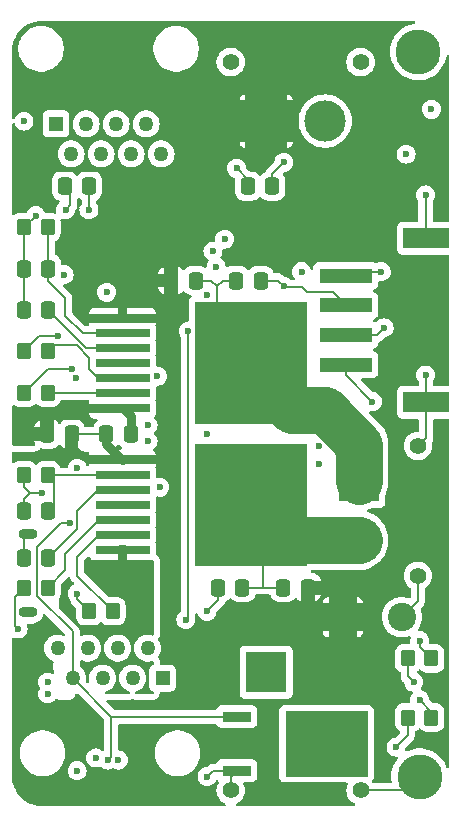
<source format=gbl>
%TF.GenerationSoftware,KiCad,Pcbnew,8.0.1-8.0.1-1~ubuntu22.04.1*%
%TF.CreationDate,2024-04-21T23:11:14-04:00*%
%TF.ProjectId,arm_drive_j2,61726d5f-6472-4697-9665-5f6a322e6b69,rev?*%
%TF.SameCoordinates,Original*%
%TF.FileFunction,Copper,L4,Bot*%
%TF.FilePolarity,Positive*%
%FSLAX46Y46*%
G04 Gerber Fmt 4.6, Leading zero omitted, Abs format (unit mm)*
G04 Created by KiCad (PCBNEW 8.0.1-8.0.1-1~ubuntu22.04.1) date 2024-04-21 23:11:14*
%MOMM*%
%LPD*%
G01*
G04 APERTURE LIST*
G04 Aperture macros list*
%AMRoundRect*
0 Rectangle with rounded corners*
0 $1 Rounding radius*
0 $2 $3 $4 $5 $6 $7 $8 $9 X,Y pos of 4 corners*
0 Add a 4 corners polygon primitive as box body*
4,1,4,$2,$3,$4,$5,$6,$7,$8,$9,$2,$3,0*
0 Add four circle primitives for the rounded corners*
1,1,$1+$1,$2,$3*
1,1,$1+$1,$4,$5*
1,1,$1+$1,$6,$7*
1,1,$1+$1,$8,$9*
0 Add four rect primitives between the rounded corners*
20,1,$1+$1,$2,$3,$4,$5,0*
20,1,$1+$1,$4,$5,$6,$7,0*
20,1,$1+$1,$6,$7,$8,$9,0*
20,1,$1+$1,$8,$9,$2,$3,0*%
G04 Aperture macros list end*
%TA.AperFunction,ComponentPad*%
%ADD10C,1.400000*%
%TD*%
%TA.AperFunction,ComponentPad*%
%ADD11R,3.500000X3.500000*%
%TD*%
%TA.AperFunction,ComponentPad*%
%ADD12C,3.500000*%
%TD*%
%TA.AperFunction,ComponentPad*%
%ADD13O,1.600000X0.900000*%
%TD*%
%TA.AperFunction,ComponentPad*%
%ADD14C,2.600000*%
%TD*%
%TA.AperFunction,ConnectorPad*%
%ADD15C,3.800000*%
%TD*%
%TA.AperFunction,SMDPad,CuDef*%
%ADD16R,4.683400X0.762000*%
%TD*%
%TA.AperFunction,SMDPad,CuDef*%
%ADD17R,9.557400X10.312400*%
%TD*%
%TA.AperFunction,SMDPad,CuDef*%
%ADD18RoundRect,0.250000X0.350000X0.450000X-0.350000X0.450000X-0.350000X-0.450000X0.350000X-0.450000X0*%
%TD*%
%TA.AperFunction,SMDPad,CuDef*%
%ADD19RoundRect,0.250000X0.337500X0.475000X-0.337500X0.475000X-0.337500X-0.475000X0.337500X-0.475000X0*%
%TD*%
%TA.AperFunction,ComponentPad*%
%ADD20R,1.268000X1.268000*%
%TD*%
%TA.AperFunction,ComponentPad*%
%ADD21C,1.268000*%
%TD*%
%TA.AperFunction,SMDPad,CuDef*%
%ADD22RoundRect,0.250000X-0.337500X-0.475000X0.337500X-0.475000X0.337500X0.475000X-0.337500X0.475000X0*%
%TD*%
%TA.AperFunction,SMDPad,CuDef*%
%ADD23R,2.489200X0.939800*%
%TD*%
%TA.AperFunction,SMDPad,CuDef*%
%ADD24R,7.016000X5.562600*%
%TD*%
%TA.AperFunction,ComponentPad*%
%ADD25R,2.400000X2.400000*%
%TD*%
%TA.AperFunction,ComponentPad*%
%ADD26C,2.400000*%
%TD*%
%TA.AperFunction,SMDPad,CuDef*%
%ADD27RoundRect,0.250000X-0.350000X-0.450000X0.350000X-0.450000X0.350000X0.450000X-0.350000X0.450000X0*%
%TD*%
%TA.AperFunction,SMDPad,CuDef*%
%ADD28R,3.911600X1.803400*%
%TD*%
%TA.AperFunction,SMDPad,CuDef*%
%ADD29R,4.495800X1.295400*%
%TD*%
%TA.AperFunction,ViaPad*%
%ADD30C,0.600000*%
%TD*%
%TA.AperFunction,Conductor*%
%ADD31C,0.200000*%
%TD*%
%TA.AperFunction,Conductor*%
%ADD32C,0.750000*%
%TD*%
%TA.AperFunction,Conductor*%
%ADD33C,4.000000*%
%TD*%
%TA.AperFunction,Conductor*%
%ADD34C,0.155814*%
%TD*%
G04 APERTURE END LIST*
D10*
%TO.P,J8,*%
%TO.N,*%
X34000000Y-19000000D03*
X45000000Y-19000000D03*
D11*
%TO.P,J8,1,-*%
%TO.N,+24V*%
X37000000Y-24000000D03*
D12*
%TO.P,J8,2,+*%
%TO.N,GND*%
X42000000Y-24000000D03*
%TD*%
D10*
%TO.P,J6,1,-*%
%TO.N,GND*%
X45000000Y-80665000D03*
D11*
X37000000Y-70665000D03*
D10*
X34000000Y-80665000D03*
D12*
%TO.P,J6,2,+*%
%TO.N,+24V*%
X42000000Y-70665000D03*
%TD*%
D13*
%TO.P,J1,6,Shield*%
%TO.N,GND*%
X16825000Y-59000000D03*
X16825000Y-65600000D03*
%TD*%
D10*
%TO.P,J7,*%
%TO.N,GND*%
X49850000Y-51500000D03*
X49850000Y-62500000D03*
D11*
%TO.P,J7,1,-*%
%TO.N,J2-*%
X44850000Y-54500000D03*
D12*
%TO.P,J7,2,+*%
%TO.N,J2+*%
X44850000Y-59500000D03*
%TD*%
D14*
%TO.P,H3,1,1*%
%TO.N,GND*%
X50000000Y-79500000D03*
D15*
X50000000Y-79500000D03*
%TD*%
D14*
%TO.P,H2,1,1*%
%TO.N,GND*%
X49899999Y-18121321D03*
D15*
X49899999Y-18121321D03*
%TD*%
D16*
%TO.P,U5,*%
%TO.N,*%
X24841700Y-44500000D03*
%TO.P,U5,1,GND*%
%TO.N,GND*%
X24841700Y-48310000D03*
%TO.P,U5,2,IN*%
%TO.N,Net-(U5-IN)*%
X24841700Y-47040000D03*
%TO.P,U5,3,EN_(INH)*%
%TO.N,Net-(U5-EN_(INH))*%
X24841700Y-45770000D03*
%TO.P,U5,5,SR*%
%TO.N,Net-(U5-SR)*%
X24841700Y-43230000D03*
%TO.P,U5,6,IS*%
%TO.N,Net-(U5-IS)*%
X24841700Y-41960000D03*
%TO.P,U5,7,VS*%
%TO.N,+24V*%
X24841700Y-40690000D03*
D17*
%TO.P,U5,8,OUT*%
%TO.N,J2-*%
X35721300Y-44500000D03*
%TD*%
D18*
%TO.P,R12,1*%
%TO.N,Net-(U5-IS)*%
X18500000Y-33000000D03*
%TO.P,R12,2*%
%TO.N,GND*%
X16500000Y-33000000D03*
%TD*%
%TO.P,R8,1*%
%TO.N,Net-(U5-IN)*%
X18500000Y-47000000D03*
%TO.P,R8,2*%
%TO.N,J2_IN_2*%
X16500000Y-47000000D03*
%TD*%
D19*
%TO.P,C13,1*%
%TO.N,+24V*%
X20537500Y-50500000D03*
%TO.P,C13,2*%
%TO.N,GND*%
X18462500Y-50500000D03*
%TD*%
D20*
%TO.P,J3,1*%
%TO.N,CANH*%
X19217500Y-24230000D03*
D21*
%TO.P,J3,2*%
%TO.N,CANL*%
X20487500Y-26770000D03*
%TO.P,J3,3*%
%TO.N,unconnected-(J3-Pad3)*%
X21757500Y-24230000D03*
%TO.P,J3,4*%
%TO.N,unconnected-(J3-Pad4)*%
X23027500Y-26770000D03*
%TO.P,J3,5*%
%TO.N,unconnected-(J3-Pad5)*%
X24297500Y-24230000D03*
%TO.P,J3,6*%
%TO.N,unconnected-(J3-Pad6)*%
X25567500Y-26770000D03*
%TO.P,J3,7*%
%TO.N,+5V*%
X26837500Y-24230000D03*
%TO.P,J3,8*%
%TO.N,GND*%
X28107500Y-26770000D03*
%TD*%
D22*
%TO.P,C10,1*%
%TO.N,+24V*%
X23462500Y-50500000D03*
%TO.P,C10,2*%
%TO.N,GND*%
X25537500Y-50500000D03*
%TD*%
%TO.P,C12,1*%
%TO.N,J2-*%
X34462500Y-37500000D03*
%TO.P,C12,2*%
%TO.N,GND*%
X36537500Y-37500000D03*
%TD*%
D19*
%TO.P,C1,1*%
%TO.N,GND*%
X22037500Y-29500000D03*
%TO.P,C1,2*%
%TO.N,EN_PB*%
X19962500Y-29500000D03*
%TD*%
D18*
%TO.P,R9,1*%
%TO.N,Net-(U4-EN_(INH))*%
X18500000Y-63500000D03*
%TO.P,R9,2*%
%TO.N,J2_EN_1*%
X16500000Y-63500000D03*
%TD*%
D19*
%TO.P,C14,1*%
%TO.N,Net-(U5-IS)*%
X18537500Y-36500000D03*
%TO.P,C14,2*%
%TO.N,GND*%
X16462500Y-36500000D03*
%TD*%
D23*
%TO.P,U3,1,GND*%
%TO.N,GND*%
X34500000Y-79000000D03*
D24*
%TO.P,U3,2,OUTPUT*%
%TO.N,+3.3V*%
X42122800Y-76714000D03*
D23*
%TO.P,U3,3,INPUT*%
%TO.N,+5V*%
X34500000Y-74428000D03*
%TD*%
D22*
%TO.P,C8,1*%
%TO.N,+24V*%
X28962500Y-37500000D03*
%TO.P,C8,2*%
%TO.N,J2-*%
X31037500Y-37500000D03*
%TD*%
D25*
%TO.P,C6,1*%
%TO.N,+24V*%
X43500000Y-66000000D03*
D26*
%TO.P,C6,2*%
%TO.N,GND*%
X48500000Y-66000000D03*
%TD*%
D19*
%TO.P,C9,1*%
%TO.N,Net-(U4-IS)*%
X18537500Y-57000000D03*
%TO.P,C9,2*%
%TO.N,GND*%
X16462500Y-57000000D03*
%TD*%
D18*
%TO.P,R1,1*%
%TO.N,Net-(D1-A)*%
X51000000Y-74500000D03*
%TO.P,R1,2*%
%TO.N,LED_BUILDIN*%
X49000000Y-74500000D03*
%TD*%
D19*
%TO.P,C16,1*%
%TO.N,Net-(U5-SR)*%
X18537500Y-40000000D03*
%TO.P,C16,2*%
%TO.N,GND*%
X16462500Y-40000000D03*
%TD*%
%TO.P,C11,1*%
%TO.N,J2+*%
X35000000Y-63500000D03*
%TO.P,C11,2*%
%TO.N,GND*%
X32925000Y-63500000D03*
%TD*%
D18*
%TO.P,R11,1*%
%TO.N,Net-(U4-IS)*%
X18500000Y-54000000D03*
%TO.P,R11,2*%
%TO.N,GND*%
X16500000Y-54000000D03*
%TD*%
D27*
%TO.P,R2,1*%
%TO.N,Net-(D2-A)*%
X49000000Y-69500000D03*
%TO.P,R2,2*%
%TO.N,+3.3V*%
X51000000Y-69500000D03*
%TD*%
D16*
%TO.P,U4,*%
%TO.N,*%
X24841700Y-56500000D03*
%TO.P,U4,1,GND*%
%TO.N,GND*%
X24841700Y-60310000D03*
%TO.P,U4,2,IN*%
%TO.N,Net-(U4-IN)*%
X24841700Y-59040000D03*
%TO.P,U4,3,EN_(INH)*%
%TO.N,Net-(U4-EN_(INH))*%
X24841700Y-57770000D03*
%TO.P,U4,5,SR*%
%TO.N,Net-(U4-SR)*%
X24841700Y-55230000D03*
%TO.P,U4,6,IS*%
%TO.N,Net-(U4-IS)*%
X24841700Y-53960000D03*
%TO.P,U4,7,VS*%
%TO.N,+24V*%
X24841700Y-52690000D03*
D17*
%TO.P,U4,8,OUT*%
%TO.N,J2+*%
X35721300Y-56500000D03*
%TD*%
D19*
%TO.P,C7,1*%
%TO.N,+24V*%
X40537500Y-63500000D03*
%TO.P,C7,2*%
%TO.N,J2+*%
X38462500Y-63500000D03*
%TD*%
D18*
%TO.P,R10,1*%
%TO.N,Net-(U5-EN_(INH))*%
X18500000Y-43500000D03*
%TO.P,R10,2*%
%TO.N,J2_EN_2*%
X16500000Y-43500000D03*
%TD*%
D28*
%TO.P,J9,*%
%TO.N,GND*%
X50541050Y-47810400D03*
X50541050Y-33910402D03*
D29*
%TO.P,J9,1*%
%TO.N,+3.3V*%
X43751050Y-37110401D03*
%TO.P,J9,2*%
%TO.N,GND*%
X43751050Y-39610401D03*
%TO.P,J9,3*%
%TO.N,ENC_QUAD_A*%
X43751050Y-42110401D03*
%TO.P,J9,4*%
%TO.N,ENC_QUAD_B*%
X43751050Y-44610401D03*
%TD*%
D19*
%TO.P,C2,1*%
%TO.N,GND*%
X37537500Y-29500000D03*
%TO.P,C2,2*%
%TO.N,GPIO_0*%
X35462500Y-29500000D03*
%TD*%
%TO.P,C15,1*%
%TO.N,Net-(U4-SR)*%
X18537500Y-61000000D03*
%TO.P,C15,2*%
%TO.N,GND*%
X16462500Y-61000000D03*
%TD*%
D20*
%TO.P,J2,1*%
%TO.N,CANH*%
X28233055Y-71165000D03*
D21*
%TO.P,J2,2*%
%TO.N,CANL*%
X26963055Y-68625000D03*
%TO.P,J2,3*%
%TO.N,unconnected-(J2-Pad3)*%
X25693055Y-71165000D03*
%TO.P,J2,4*%
%TO.N,unconnected-(J2-Pad4)*%
X24423055Y-68625000D03*
%TO.P,J2,5*%
%TO.N,unconnected-(J2-Pad5)*%
X23153055Y-71165000D03*
%TO.P,J2,6*%
%TO.N,unconnected-(J2-Pad6)*%
X21883055Y-68625000D03*
%TO.P,J2,7*%
%TO.N,+5V*%
X20613055Y-71165000D03*
%TO.P,J2,8*%
%TO.N,GND*%
X19343055Y-68625000D03*
%TD*%
D18*
%TO.P,R7,1*%
%TO.N,Net-(U4-IN)*%
X24000000Y-65500000D03*
%TO.P,R7,2*%
%TO.N,J2_IN_1*%
X22000000Y-65500000D03*
%TD*%
D30*
%TO.N,GND*%
X27232014Y-61500000D03*
X18000000Y-55500000D03*
X20500000Y-65500000D03*
X27000000Y-63000000D03*
X27000000Y-65000000D03*
X23500000Y-38500000D03*
X26791841Y-70128921D03*
X17500000Y-48500000D03*
X41462733Y-51537267D03*
X22000000Y-31500000D03*
X25303940Y-66900000D03*
X22000000Y-49500000D03*
X50500000Y-45500000D03*
X20128267Y-48909721D03*
X32000000Y-65500000D03*
X26000000Y-64000000D03*
X26000000Y-66000000D03*
X26000000Y-65000000D03*
X27000000Y-66000000D03*
X22577500Y-77922500D03*
X17500000Y-32000000D03*
X50500000Y-30250000D03*
X27000000Y-64000000D03*
X38500000Y-27500000D03*
X17500000Y-50500000D03*
X38500000Y-38000000D03*
X23002252Y-66893478D03*
X23159808Y-69565103D03*
X21874828Y-70168257D03*
X21189472Y-48931677D03*
X32000000Y-79500000D03*
%TO.N,EN_PB*%
X20020000Y-31500000D03*
%TO.N,+5V*%
X48850000Y-26800000D03*
X23602720Y-78099191D03*
X20400000Y-58000000D03*
X16500000Y-24000000D03*
%TO.N,GPIO_0*%
X34500000Y-28000000D03*
X28000000Y-55000000D03*
%TO.N,+3.3V*%
X51000000Y-23000000D03*
X40500000Y-78500000D03*
X44500000Y-74500000D03*
X46750000Y-36750000D03*
X43500000Y-78500000D03*
X43500000Y-77500000D03*
X44500000Y-75500000D03*
X41500000Y-74500000D03*
X41500000Y-77500000D03*
X41500000Y-75500000D03*
X32000000Y-50500000D03*
X44500000Y-76500000D03*
X44500000Y-78500000D03*
X44500000Y-77500000D03*
X21000000Y-53400000D03*
X43500000Y-74500000D03*
X39500000Y-78500000D03*
X50000000Y-68000000D03*
X40500000Y-77500000D03*
X40500000Y-76500000D03*
X39500000Y-77500000D03*
X41500000Y-76500000D03*
X40500000Y-75500000D03*
X39500000Y-76500000D03*
X42500000Y-75500000D03*
X39500000Y-75500000D03*
X41500000Y-78500000D03*
X39500000Y-74500000D03*
X42500000Y-76500000D03*
X42500000Y-78500000D03*
X43500000Y-75500000D03*
X42500000Y-74500000D03*
X43500000Y-76500000D03*
X40500000Y-74500000D03*
X42500000Y-77500000D03*
%TO.N,Net-(D1-A)*%
X50000000Y-73000000D03*
%TO.N,Net-(D2-A)*%
X49500000Y-71500000D03*
%TO.N,LED_BUILDIN*%
X48000000Y-77000000D03*
X19900000Y-37000000D03*
%TO.N,PB_FWD_J2*%
X32000000Y-38750000D03*
X40000000Y-36750000D03*
%TO.N,PB_CALIB_J2*%
X20900000Y-45750000D03*
X41500000Y-53000000D03*
%TO.N,J2_IN_1*%
X21000000Y-64000000D03*
X32770991Y-36317884D03*
%TO.N,J2_EN_1*%
X30400000Y-41800000D03*
X30200000Y-66200000D03*
X16000000Y-67000000D03*
%TO.N,J2_IN_2*%
X20600000Y-45000000D03*
%TO.N,J2_EN_2*%
X19400000Y-42200000D03*
X27800000Y-45600000D03*
%TO.N,RXC*%
X33500000Y-34000000D03*
X18500000Y-72500000D03*
X21000000Y-79000000D03*
%TO.N,TXC*%
X24500000Y-78100000D03*
X18500000Y-71500000D03*
X32500000Y-35000000D03*
%TO.N,ENC_QUAD_A*%
X27000000Y-49750000D03*
X47000000Y-41500000D03*
%TO.N,ENC_QUAD_B*%
X46000000Y-47750000D03*
X27000000Y-51100000D03*
%TD*%
D31*
%TO.N,GND*%
X49850000Y-62500000D02*
X49850000Y-64650000D01*
X17000000Y-55500000D02*
X16462500Y-56037500D01*
X43751050Y-39610401D02*
X42640649Y-38500000D01*
X38000000Y-37500000D02*
X38500000Y-38000000D01*
X42640649Y-38500000D02*
X40500000Y-38500000D01*
X50541050Y-33910402D02*
X50541050Y-33708950D01*
X50500000Y-33667900D02*
X50500000Y-30250000D01*
X16500000Y-54000000D02*
X16500000Y-55000000D01*
X50541050Y-47810400D02*
X50541050Y-45541050D01*
X37537500Y-29500000D02*
X37537500Y-28462500D01*
X49850000Y-51500000D02*
X50541050Y-50808950D01*
X50541050Y-50808950D02*
X50541050Y-47810400D01*
X40500000Y-38500000D02*
X40075735Y-38075735D01*
X16462500Y-61000000D02*
X16462500Y-59362500D01*
X48835000Y-80665000D02*
X50000000Y-79500000D01*
X16500000Y-33500000D02*
X16462500Y-33537500D01*
X50541050Y-45541050D02*
X50500000Y-45500000D01*
X34500000Y-79000000D02*
X32500000Y-79000000D01*
D32*
X25537500Y-49005800D02*
X24841700Y-48310000D01*
D31*
X17000000Y-55500000D02*
X18000000Y-55500000D01*
X45000000Y-80665000D02*
X48835000Y-80665000D01*
X49850000Y-64650000D02*
X48500000Y-66000000D01*
X34000000Y-79500000D02*
X34500000Y-79000000D01*
X37537500Y-28462500D02*
X38500000Y-27500000D01*
X32925000Y-64575000D02*
X32925000Y-63500000D01*
X38575735Y-38075735D02*
X38500000Y-38000000D01*
X32500000Y-79000000D02*
X32000000Y-79500000D01*
X17500000Y-32000000D02*
X16500000Y-33000000D01*
X32000000Y-65500000D02*
X32925000Y-64575000D01*
X22037500Y-29500000D02*
X22037500Y-31462500D01*
X50541050Y-33708950D02*
X50500000Y-33667900D01*
X34000000Y-80665000D02*
X34000000Y-79500000D01*
X22037500Y-31462500D02*
X22000000Y-31500000D01*
X16462500Y-59362500D02*
X16825000Y-59000000D01*
X17500000Y-50500000D02*
X18462500Y-50500000D01*
X16462500Y-33537500D02*
X16462500Y-36500000D01*
D32*
X25537500Y-50500000D02*
X25537500Y-49005800D01*
D31*
X16462500Y-56037500D02*
X16462500Y-57000000D01*
X16500000Y-33000000D02*
X16500000Y-33500000D01*
X36537500Y-37500000D02*
X38000000Y-37500000D01*
X16500000Y-55000000D02*
X17000000Y-55500000D01*
X16462500Y-36500000D02*
X16462500Y-40000000D01*
X40075735Y-38075735D02*
X38575735Y-38075735D01*
%TO.N,EN_PB*%
X20400000Y-31120000D02*
X20020000Y-31500000D01*
X19962500Y-29500000D02*
X20400000Y-29937500D01*
X20400000Y-29937500D02*
X20400000Y-31120000D01*
%TO.N,+5V*%
X20613055Y-71165000D02*
X23876055Y-74428000D01*
X24000000Y-74428000D02*
X23900000Y-74528000D01*
X20613055Y-71165000D02*
X20613055Y-67197799D01*
X23876055Y-74428000D02*
X24000000Y-74428000D01*
X23900000Y-77801911D02*
X23602720Y-78099191D01*
X19637639Y-58000000D02*
X20400000Y-58000000D01*
X20613055Y-67197799D02*
X17600000Y-64184744D01*
X24000000Y-74428000D02*
X34500000Y-74428000D01*
X17600000Y-60037639D02*
X19637639Y-58000000D01*
X17600000Y-64184744D02*
X17600000Y-60037639D01*
X23900000Y-74528000D02*
X23900000Y-77801911D01*
%TO.N,GPIO_0*%
X35462500Y-29500000D02*
X35462500Y-28962500D01*
X35462500Y-28962500D02*
X34500000Y-28000000D01*
%TO.N,+3.3V*%
X46750000Y-36750000D02*
X44111451Y-36750000D01*
X50000000Y-68000000D02*
X50000000Y-68500000D01*
X50000000Y-68500000D02*
X51000000Y-69500000D01*
X44111451Y-36750000D02*
X43751050Y-37110401D01*
D33*
%TO.N,J2+*%
X38721300Y-59500000D02*
X44850000Y-59500000D01*
D34*
X36695837Y-57474537D02*
X35721300Y-56500000D01*
X35000000Y-63500000D02*
X36500000Y-63500000D01*
X36500000Y-63500000D02*
X38462500Y-63500000D01*
D33*
X35721300Y-56500000D02*
X38721300Y-59500000D01*
D34*
X36695837Y-63500000D02*
X36695837Y-57474537D01*
D32*
%TO.N,+24V*%
X24810800Y-52690000D02*
X23462500Y-51341700D01*
X23462500Y-51341700D02*
X23462500Y-50500000D01*
D31*
X20537500Y-50500000D02*
X23462500Y-50500000D01*
D32*
X24841700Y-52690000D02*
X24810800Y-52690000D01*
D34*
%TO.N,J2-*%
X32345762Y-37500000D02*
X31037500Y-37500000D01*
D33*
X44850000Y-51389000D02*
X44850000Y-54500000D01*
X39221300Y-48500000D02*
X41961000Y-48500000D01*
D34*
X32845762Y-38000000D02*
X32845762Y-41624462D01*
D33*
X41961000Y-48500000D02*
X44850000Y-51389000D01*
D34*
X32845762Y-38000000D02*
X32345762Y-37500000D01*
X32845762Y-38000000D02*
X32852279Y-38000000D01*
X33352279Y-37500000D02*
X34462500Y-37500000D01*
D33*
X35721300Y-45000000D02*
X39221300Y-48500000D01*
D34*
X32852279Y-38000000D02*
X33352279Y-37500000D01*
X32845762Y-41624462D02*
X35721300Y-44500000D01*
D31*
%TO.N,Net-(D1-A)*%
X51000000Y-74500000D02*
X51000000Y-74000000D01*
X51000000Y-74000000D02*
X50000000Y-73000000D01*
%TO.N,Net-(D2-A)*%
X49000000Y-69500000D02*
X49000000Y-71000000D01*
X49000000Y-71000000D02*
X49500000Y-71500000D01*
%TO.N,LED_BUILDIN*%
X49000000Y-74500000D02*
X49000000Y-76000000D01*
X49000000Y-76000000D02*
X48000000Y-77000000D01*
%TO.N,J2_IN_1*%
X21000000Y-64000000D02*
X21000000Y-64500000D01*
X21000000Y-64500000D02*
X22000000Y-65500000D01*
%TO.N,J2_EN_1*%
X16500000Y-63500000D02*
X15725000Y-64275000D01*
X15725000Y-64275000D02*
X15725000Y-66725000D01*
X15725000Y-66725000D02*
X16000000Y-67000000D01*
X30400000Y-66000000D02*
X30200000Y-66200000D01*
X30400000Y-41800000D02*
X30400000Y-66000000D01*
%TO.N,J2_IN_2*%
X18500000Y-45000000D02*
X16500000Y-47000000D01*
X20600000Y-45000000D02*
X18500000Y-45000000D01*
%TO.N,J2_EN_2*%
X17800000Y-42200000D02*
X16500000Y-43500000D01*
X19400000Y-42200000D02*
X17800000Y-42200000D01*
%TO.N,Net-(U4-IS)*%
X18537500Y-57000000D02*
X19000000Y-56537500D01*
X18500000Y-54000000D02*
X24801700Y-54000000D01*
X19000000Y-54500000D02*
X18500000Y-54000000D01*
X24801700Y-54000000D02*
X24841700Y-53960000D01*
X19000000Y-56537500D02*
X19000000Y-54500000D01*
%TO.N,Net-(U5-IS)*%
X18500000Y-33500000D02*
X18537500Y-33537500D01*
X21460000Y-41960000D02*
X24841700Y-41960000D01*
X18537500Y-36500000D02*
X18537500Y-37537500D01*
X18537500Y-33537500D02*
X18537500Y-36500000D01*
X20000000Y-39000000D02*
X20000000Y-40500000D01*
X20000000Y-40500000D02*
X21460000Y-41960000D01*
X18500000Y-33000000D02*
X18500000Y-33500000D01*
X18537500Y-37537500D02*
X20000000Y-39000000D01*
%TO.N,Net-(U4-SR)*%
X18537500Y-60962500D02*
X21000000Y-58500000D01*
X21000000Y-57019000D02*
X22789000Y-55230000D01*
X22789000Y-55230000D02*
X24841700Y-55230000D01*
X21000000Y-58500000D02*
X21000000Y-57019000D01*
X18537500Y-61000000D02*
X18537500Y-60962500D01*
%TO.N,Net-(U5-SR)*%
X21767500Y-43230000D02*
X24841700Y-43230000D01*
X18537500Y-40000000D02*
X21767500Y-43230000D01*
%TO.N,Net-(U4-IN)*%
X22881000Y-59040000D02*
X24841700Y-59040000D01*
X24000000Y-65500000D02*
X21000000Y-62500000D01*
X21000000Y-60921000D02*
X22881000Y-59040000D01*
X21000000Y-62500000D02*
X21000000Y-60921000D01*
%TO.N,Net-(U5-IN)*%
X18500000Y-47000000D02*
X24801700Y-47000000D01*
X24801700Y-47000000D02*
X24841700Y-47040000D01*
%TO.N,Net-(U4-EN_(INH))*%
X22881000Y-57770000D02*
X24841700Y-57770000D01*
X20000000Y-62000000D02*
X20000000Y-60651000D01*
X20000000Y-60651000D02*
X22881000Y-57770000D01*
X18500000Y-63500000D02*
X20000000Y-62000000D01*
%TO.N,Net-(U5-EN_(INH))*%
X22000000Y-44028186D02*
X22000000Y-44981000D01*
X22000000Y-44981000D02*
X22789000Y-45770000D01*
X20971814Y-43000000D02*
X22000000Y-44028186D01*
X22789000Y-45770000D02*
X24841700Y-45770000D01*
X19000000Y-43000000D02*
X20971814Y-43000000D01*
X18500000Y-43500000D02*
X19000000Y-43000000D01*
%TO.N,ENC_QUAD_A*%
X46389599Y-42110401D02*
X47000000Y-41500000D01*
X43751050Y-42110401D02*
X46389599Y-42110401D01*
%TO.N,ENC_QUAD_B*%
X46000000Y-47750000D02*
X43751050Y-45501050D01*
X43751050Y-45501050D02*
X43751050Y-44610401D01*
%TD*%
%TA.AperFunction,Conductor*%
%TO.N,GND*%
G36*
X25165739Y-59948685D02*
G01*
X25211494Y-60001489D01*
X25222700Y-60053000D01*
X25222700Y-61191000D01*
X27231228Y-61191000D01*
X27231244Y-61190999D01*
X27290772Y-61184598D01*
X27290780Y-61184596D01*
X27332665Y-61168974D01*
X27402357Y-61163988D01*
X27463680Y-61197473D01*
X27497166Y-61258796D01*
X27500000Y-61285155D01*
X27500000Y-67435338D01*
X27480315Y-67502377D01*
X27427511Y-67548132D01*
X27358353Y-67558076D01*
X27331206Y-67550964D01*
X27274860Y-67529135D01*
X27274857Y-67529134D01*
X27274856Y-67529134D01*
X27068182Y-67490500D01*
X26857928Y-67490500D01*
X26651254Y-67529134D01*
X26651251Y-67529134D01*
X26651251Y-67529135D01*
X26455198Y-67605087D01*
X26455195Y-67605089D01*
X26276438Y-67715769D01*
X26276436Y-67715771D01*
X26121059Y-67857415D01*
X25994353Y-68025201D01*
X25994348Y-68025209D01*
X25900634Y-68213412D01*
X25900633Y-68213416D01*
X25849915Y-68391675D01*
X25843094Y-68415647D01*
X25823695Y-68624999D01*
X25823695Y-68625000D01*
X25843094Y-68834352D01*
X25843094Y-68834354D01*
X25843095Y-68834357D01*
X25870045Y-68929076D01*
X25900634Y-69036587D01*
X25994348Y-69224790D01*
X25994353Y-69224798D01*
X26121059Y-69392584D01*
X26276436Y-69534228D01*
X26276438Y-69534230D01*
X26293553Y-69544827D01*
X26455199Y-69644913D01*
X26651254Y-69720866D01*
X26857928Y-69759500D01*
X26857930Y-69759500D01*
X27068180Y-69759500D01*
X27068182Y-69759500D01*
X27274856Y-69720866D01*
X27331208Y-69699034D01*
X27400827Y-69693172D01*
X27462568Y-69725880D01*
X27496824Y-69786776D01*
X27500000Y-69814661D01*
X27500000Y-69947670D01*
X27480315Y-70014709D01*
X27427511Y-70060464D01*
X27419333Y-70063852D01*
X27356726Y-70087202D01*
X27356719Y-70087206D01*
X27241510Y-70173452D01*
X27241507Y-70173455D01*
X27155261Y-70288664D01*
X27155257Y-70288671D01*
X27104963Y-70423517D01*
X27098556Y-70483116D01*
X27098555Y-70483135D01*
X27098555Y-71846870D01*
X27098556Y-71846876D01*
X27104963Y-71906483D01*
X27155257Y-72041328D01*
X27155261Y-72041335D01*
X27241507Y-72156544D01*
X27241510Y-72156547D01*
X27356719Y-72242793D01*
X27356726Y-72242797D01*
X27402361Y-72259818D01*
X27458295Y-72301689D01*
X27482712Y-72367154D01*
X27467860Y-72435427D01*
X27418455Y-72484832D01*
X27359028Y-72500000D01*
X26050921Y-72500000D01*
X25983882Y-72480315D01*
X25938127Y-72427511D01*
X25928183Y-72358353D01*
X25957208Y-72294797D01*
X26006126Y-72260374D01*
X26007561Y-72259818D01*
X26200911Y-72184913D01*
X26379673Y-72074229D01*
X26535052Y-71932582D01*
X26661758Y-71764796D01*
X26755477Y-71576584D01*
X26813015Y-71374357D01*
X26832415Y-71165000D01*
X26813015Y-70955643D01*
X26755477Y-70753416D01*
X26753988Y-70750426D01*
X26661761Y-70565209D01*
X26661756Y-70565201D01*
X26535050Y-70397415D01*
X26379673Y-70255771D01*
X26379671Y-70255769D01*
X26200914Y-70145089D01*
X26200911Y-70145087D01*
X26170695Y-70133381D01*
X26004856Y-70069134D01*
X25798182Y-70030500D01*
X25587928Y-70030500D01*
X25381254Y-70069134D01*
X25381251Y-70069134D01*
X25381251Y-70069135D01*
X25185198Y-70145087D01*
X25185195Y-70145089D01*
X25006438Y-70255769D01*
X25006436Y-70255771D01*
X24851059Y-70397415D01*
X24724353Y-70565201D01*
X24724348Y-70565209D01*
X24630634Y-70753412D01*
X24573094Y-70955647D01*
X24553695Y-71164999D01*
X24553695Y-71165000D01*
X24573094Y-71374352D01*
X24573094Y-71374354D01*
X24573095Y-71374357D01*
X24630633Y-71576584D01*
X24630634Y-71576587D01*
X24724348Y-71764790D01*
X24724353Y-71764798D01*
X24851059Y-71932584D01*
X25006436Y-72074228D01*
X25006438Y-72074230D01*
X25081730Y-72120848D01*
X25185199Y-72184913D01*
X25334613Y-72242797D01*
X25379984Y-72260374D01*
X25435385Y-72302947D01*
X25458975Y-72368714D01*
X25443263Y-72436794D01*
X25393239Y-72485573D01*
X25335189Y-72500000D01*
X23510921Y-72500000D01*
X23443882Y-72480315D01*
X23398127Y-72427511D01*
X23388183Y-72358353D01*
X23417208Y-72294797D01*
X23466126Y-72260374D01*
X23467561Y-72259818D01*
X23660911Y-72184913D01*
X23839673Y-72074229D01*
X23995052Y-71932582D01*
X24121758Y-71764796D01*
X24215477Y-71576584D01*
X24273015Y-71374357D01*
X24292415Y-71165000D01*
X24273015Y-70955643D01*
X24215477Y-70753416D01*
X24213988Y-70750426D01*
X24121761Y-70565209D01*
X24121756Y-70565201D01*
X23995050Y-70397415D01*
X23839673Y-70255771D01*
X23839671Y-70255769D01*
X23660914Y-70145089D01*
X23660911Y-70145087D01*
X23630695Y-70133381D01*
X23464856Y-70069134D01*
X23258182Y-70030500D01*
X23047928Y-70030500D01*
X22841254Y-70069134D01*
X22841251Y-70069134D01*
X22841251Y-70069135D01*
X22645198Y-70145087D01*
X22645195Y-70145089D01*
X22466438Y-70255769D01*
X22466436Y-70255771D01*
X22311059Y-70397415D01*
X22184353Y-70565201D01*
X22184348Y-70565209D01*
X22090634Y-70753412D01*
X22033094Y-70955647D01*
X22013695Y-71164999D01*
X22013695Y-71165000D01*
X22033094Y-71374354D01*
X22046173Y-71420321D01*
X22045585Y-71490188D01*
X22007318Y-71548646D01*
X21943520Y-71577136D01*
X21874448Y-71566611D01*
X21839225Y-71541935D01*
X21768971Y-71471681D01*
X21735486Y-71410358D01*
X21733181Y-71372562D01*
X21752415Y-71165000D01*
X21733015Y-70955643D01*
X21675477Y-70753416D01*
X21673988Y-70750426D01*
X21581761Y-70565209D01*
X21581756Y-70565201D01*
X21455050Y-70397415D01*
X21299674Y-70255772D01*
X21299673Y-70255771D01*
X21272277Y-70238808D01*
X21225642Y-70186779D01*
X21213555Y-70133381D01*
X21213555Y-69763309D01*
X21233240Y-69696270D01*
X21286044Y-69650515D01*
X21355202Y-69640571D01*
X21382347Y-69647682D01*
X21571254Y-69720866D01*
X21777928Y-69759500D01*
X21777930Y-69759500D01*
X21988180Y-69759500D01*
X21988182Y-69759500D01*
X22194856Y-69720866D01*
X22390911Y-69644913D01*
X22569673Y-69534229D01*
X22725052Y-69392582D01*
X22851758Y-69224796D01*
X22945477Y-69036584D01*
X23003015Y-68834357D01*
X23022415Y-68625000D01*
X23283695Y-68625000D01*
X23303094Y-68834352D01*
X23303094Y-68834354D01*
X23303095Y-68834357D01*
X23330045Y-68929076D01*
X23360634Y-69036587D01*
X23454348Y-69224790D01*
X23454353Y-69224798D01*
X23581059Y-69392584D01*
X23736436Y-69534228D01*
X23736438Y-69534230D01*
X23753553Y-69544827D01*
X23915199Y-69644913D01*
X24111254Y-69720866D01*
X24317928Y-69759500D01*
X24317930Y-69759500D01*
X24528180Y-69759500D01*
X24528182Y-69759500D01*
X24734856Y-69720866D01*
X24930911Y-69644913D01*
X25109673Y-69534229D01*
X25265052Y-69392582D01*
X25391758Y-69224796D01*
X25485477Y-69036584D01*
X25543015Y-68834357D01*
X25562415Y-68625000D01*
X25543015Y-68415643D01*
X25485477Y-68213416D01*
X25483988Y-68210426D01*
X25391761Y-68025209D01*
X25391756Y-68025201D01*
X25265050Y-67857415D01*
X25109673Y-67715771D01*
X25109671Y-67715769D01*
X24930914Y-67605089D01*
X24930911Y-67605087D01*
X24791205Y-67550964D01*
X24734856Y-67529134D01*
X24528182Y-67490500D01*
X24317928Y-67490500D01*
X24111254Y-67529134D01*
X24111251Y-67529134D01*
X24111251Y-67529135D01*
X23915198Y-67605087D01*
X23915195Y-67605089D01*
X23736438Y-67715769D01*
X23736436Y-67715771D01*
X23581059Y-67857415D01*
X23454353Y-68025201D01*
X23454348Y-68025209D01*
X23360634Y-68213412D01*
X23360633Y-68213416D01*
X23309915Y-68391675D01*
X23303094Y-68415647D01*
X23283695Y-68624999D01*
X23283695Y-68625000D01*
X23022415Y-68625000D01*
X23003015Y-68415643D01*
X22945477Y-68213416D01*
X22943988Y-68210426D01*
X22851761Y-68025209D01*
X22851756Y-68025201D01*
X22725050Y-67857415D01*
X22569673Y-67715771D01*
X22569671Y-67715769D01*
X22390914Y-67605089D01*
X22390911Y-67605087D01*
X22251205Y-67550964D01*
X22194856Y-67529134D01*
X21988182Y-67490500D01*
X21777928Y-67490500D01*
X21649149Y-67514573D01*
X21571254Y-67529134D01*
X21382349Y-67602317D01*
X21312726Y-67608179D01*
X21250986Y-67575469D01*
X21216731Y-67514573D01*
X21213555Y-67486690D01*
X21213555Y-67118744D01*
X21213555Y-67118742D01*
X21172632Y-66966015D01*
X21172632Y-66966014D01*
X21172632Y-66966013D01*
X21143694Y-66915894D01*
X21143692Y-66915891D01*
X21093575Y-66829083D01*
X20981771Y-66717279D01*
X20981770Y-66717278D01*
X20977440Y-66712948D01*
X20977429Y-66712938D01*
X19536319Y-65271828D01*
X19502834Y-65210505D01*
X19500000Y-65184147D01*
X19500000Y-64360941D01*
X19518462Y-64295844D01*
X19534814Y-64269334D01*
X19589999Y-64102797D01*
X19600500Y-64000009D01*
X19600499Y-63300095D01*
X19620183Y-63233057D01*
X19636813Y-63212420D01*
X20220304Y-62628929D01*
X20281625Y-62595446D01*
X20351317Y-62600430D01*
X20407250Y-62642302D01*
X20427758Y-62684518D01*
X20440423Y-62731785D01*
X20469358Y-62781900D01*
X20469359Y-62781904D01*
X20469360Y-62781904D01*
X20519479Y-62868714D01*
X20519481Y-62868717D01*
X20638349Y-62987585D01*
X20638355Y-62987590D01*
X20714278Y-63063513D01*
X20747763Y-63124836D01*
X20742779Y-63194528D01*
X20700907Y-63250461D01*
X20667554Y-63268235D01*
X20650478Y-63274210D01*
X20497737Y-63370184D01*
X20370184Y-63497737D01*
X20274211Y-63650476D01*
X20214631Y-63820745D01*
X20214630Y-63820750D01*
X20194435Y-63999996D01*
X20194435Y-64000003D01*
X20214630Y-64179249D01*
X20214631Y-64179254D01*
X20274211Y-64349523D01*
X20370182Y-64502259D01*
X20372441Y-64505091D01*
X20373330Y-64507268D01*
X20373889Y-64508158D01*
X20373733Y-64508255D01*
X20398854Y-64569776D01*
X20399219Y-64576929D01*
X20399498Y-64579054D01*
X20440423Y-64731785D01*
X20469358Y-64781900D01*
X20469359Y-64781904D01*
X20469360Y-64781904D01*
X20519479Y-64868714D01*
X20519481Y-64868717D01*
X20638349Y-64987585D01*
X20638355Y-64987590D01*
X20863181Y-65212416D01*
X20896666Y-65273739D01*
X20899500Y-65300097D01*
X20899500Y-66000001D01*
X20899501Y-66000019D01*
X20910000Y-66102796D01*
X20910001Y-66102799D01*
X20965185Y-66269331D01*
X20965186Y-66269334D01*
X21057288Y-66418656D01*
X21181344Y-66542712D01*
X21330666Y-66634814D01*
X21497203Y-66689999D01*
X21599991Y-66700500D01*
X22400008Y-66700499D01*
X22400016Y-66700498D01*
X22400019Y-66700498D01*
X22456302Y-66694748D01*
X22502797Y-66689999D01*
X22669334Y-66634814D01*
X22818656Y-66542712D01*
X22912319Y-66449049D01*
X22973642Y-66415564D01*
X23043334Y-66420548D01*
X23087681Y-66449049D01*
X23181344Y-66542712D01*
X23330666Y-66634814D01*
X23497203Y-66689999D01*
X23599991Y-66700500D01*
X24400008Y-66700499D01*
X24400016Y-66700498D01*
X24400019Y-66700498D01*
X24456302Y-66694748D01*
X24502797Y-66689999D01*
X24669334Y-66634814D01*
X24818656Y-66542712D01*
X24942712Y-66418656D01*
X25034814Y-66269334D01*
X25089999Y-66102797D01*
X25100500Y-66000009D01*
X25100499Y-64999992D01*
X25089999Y-64897203D01*
X25034814Y-64730666D01*
X24942712Y-64581344D01*
X24818656Y-64457288D01*
X24669334Y-64365186D01*
X24502797Y-64310001D01*
X24502795Y-64310000D01*
X24400016Y-64299500D01*
X24400009Y-64299500D01*
X23700098Y-64299500D01*
X23633059Y-64279815D01*
X23612417Y-64263181D01*
X21636819Y-62287583D01*
X21603334Y-62226260D01*
X21600500Y-62199902D01*
X21600500Y-61221096D01*
X21620185Y-61154057D01*
X21636814Y-61133420D01*
X21861996Y-60908237D01*
X21923316Y-60874755D01*
X21993007Y-60879739D01*
X22048941Y-60921610D01*
X22054325Y-60929989D01*
X22142809Y-61048187D01*
X22142812Y-61048190D01*
X22257906Y-61134350D01*
X22257913Y-61134354D01*
X22392620Y-61184596D01*
X22392627Y-61184598D01*
X22452155Y-61190999D01*
X22452172Y-61191000D01*
X24460700Y-61191000D01*
X24460700Y-60053000D01*
X24480385Y-59985961D01*
X24533189Y-59940206D01*
X24584700Y-59929000D01*
X25098700Y-59929000D01*
X25165739Y-59948685D01*
G37*
%TD.AperFunction*%
%TD*%
%TA.AperFunction,Conductor*%
%TO.N,+24V*%
G36*
X49589110Y-15520185D02*
G01*
X49634865Y-15572989D01*
X49644809Y-15642147D01*
X49615784Y-15705703D01*
X49557006Y-15743477D01*
X49537613Y-15747522D01*
X49449303Y-15758678D01*
X49156736Y-15833795D01*
X49156733Y-15833796D01*
X48875903Y-15944984D01*
X48875902Y-15944985D01*
X48611204Y-16090505D01*
X48611192Y-16090512D01*
X48366845Y-16268040D01*
X48366835Y-16268048D01*
X48146651Y-16474815D01*
X47954110Y-16707557D01*
X47792267Y-16962582D01*
X47792264Y-16962588D01*
X47663660Y-17235884D01*
X47663658Y-17235889D01*
X47570319Y-17523156D01*
X47513718Y-17819867D01*
X47513717Y-17819874D01*
X47494753Y-18121315D01*
X47494753Y-18121326D01*
X47513717Y-18422767D01*
X47513718Y-18422774D01*
X47570319Y-18719485D01*
X47663658Y-19006752D01*
X47663660Y-19006757D01*
X47792264Y-19280053D01*
X47792267Y-19280059D01*
X47954110Y-19535084D01*
X47954113Y-19535088D01*
X47954114Y-19535089D01*
X48016609Y-19610633D01*
X48146651Y-19767826D01*
X48366835Y-19974593D01*
X48366845Y-19974601D01*
X48611192Y-20152129D01*
X48611197Y-20152131D01*
X48611204Y-20152137D01*
X48875895Y-20297653D01*
X48875900Y-20297655D01*
X48875902Y-20297656D01*
X48875903Y-20297657D01*
X49156733Y-20408845D01*
X49156736Y-20408846D01*
X49254258Y-20433885D01*
X49449301Y-20483963D01*
X49596038Y-20502500D01*
X49748962Y-20521820D01*
X49748968Y-20521820D01*
X49748972Y-20521821D01*
X49748974Y-20521821D01*
X50051024Y-20521821D01*
X50051026Y-20521821D01*
X50051031Y-20521820D01*
X50051035Y-20521820D01*
X50130590Y-20511769D01*
X50350697Y-20483963D01*
X50643261Y-20408846D01*
X50643264Y-20408845D01*
X50924094Y-20297657D01*
X50924095Y-20297656D01*
X50924093Y-20297656D01*
X50924103Y-20297653D01*
X51188794Y-20152137D01*
X51433161Y-19974595D01*
X51653348Y-19767825D01*
X51845884Y-19535089D01*
X52007732Y-19280057D01*
X52136340Y-19006751D01*
X52229680Y-18719481D01*
X52274883Y-18482516D01*
X52306780Y-18420355D01*
X52367222Y-18385305D01*
X52437019Y-18388497D01*
X52494010Y-18428917D01*
X52520102Y-18493732D01*
X52520686Y-18505797D01*
X52515865Y-32384245D01*
X52496157Y-32451278D01*
X52443337Y-32497014D01*
X52391865Y-32508202D01*
X51224500Y-32508202D01*
X51157461Y-32488517D01*
X51111706Y-32435713D01*
X51100500Y-32384202D01*
X51100500Y-30832412D01*
X51120185Y-30765373D01*
X51127555Y-30755097D01*
X51129810Y-30752267D01*
X51129816Y-30752262D01*
X51225789Y-30599522D01*
X51285368Y-30429255D01*
X51287457Y-30410713D01*
X51305565Y-30250003D01*
X51305565Y-30249996D01*
X51285369Y-30070750D01*
X51285368Y-30070745D01*
X51225788Y-29900476D01*
X51129815Y-29747737D01*
X51002262Y-29620184D01*
X50849523Y-29524211D01*
X50679254Y-29464631D01*
X50679249Y-29464630D01*
X50500004Y-29444435D01*
X50499996Y-29444435D01*
X50320750Y-29464630D01*
X50320745Y-29464631D01*
X50150476Y-29524211D01*
X49997737Y-29620184D01*
X49870184Y-29747737D01*
X49774211Y-29900476D01*
X49714631Y-30070745D01*
X49714630Y-30070750D01*
X49694435Y-30249996D01*
X49694435Y-30250003D01*
X49714630Y-30429249D01*
X49714631Y-30429254D01*
X49774211Y-30599523D01*
X49823824Y-30678481D01*
X49863417Y-30741493D01*
X49870185Y-30752263D01*
X49872445Y-30755097D01*
X49873334Y-30757275D01*
X49873889Y-30758158D01*
X49873734Y-30758255D01*
X49898855Y-30819783D01*
X49899500Y-30832412D01*
X49899500Y-32384202D01*
X49879815Y-32451241D01*
X49827011Y-32496996D01*
X49775500Y-32508202D01*
X48537379Y-32508202D01*
X48537373Y-32508203D01*
X48477766Y-32514610D01*
X48342921Y-32564904D01*
X48342914Y-32564908D01*
X48227705Y-32651154D01*
X48227702Y-32651157D01*
X48141456Y-32766366D01*
X48141452Y-32766373D01*
X48091158Y-32901219D01*
X48084751Y-32960818D01*
X48084750Y-32960837D01*
X48084750Y-34859972D01*
X48084751Y-34859978D01*
X48091158Y-34919585D01*
X48141452Y-35054430D01*
X48141456Y-35054437D01*
X48227702Y-35169646D01*
X48227705Y-35169649D01*
X48342914Y-35255895D01*
X48342921Y-35255899D01*
X48477767Y-35306193D01*
X48477766Y-35306193D01*
X48484694Y-35306937D01*
X48537377Y-35312602D01*
X52390804Y-35312601D01*
X52457843Y-35332286D01*
X52503598Y-35385090D01*
X52514804Y-35436644D01*
X52511037Y-46284243D01*
X52491329Y-46351276D01*
X52438509Y-46397012D01*
X52387037Y-46408200D01*
X51265550Y-46408200D01*
X51198511Y-46388515D01*
X51152756Y-46335711D01*
X51141550Y-46284200D01*
X51141550Y-46019311D01*
X51160557Y-45953339D01*
X51225787Y-45849526D01*
X51225788Y-45849523D01*
X51225789Y-45849522D01*
X51285368Y-45679255D01*
X51286074Y-45672989D01*
X51305565Y-45500003D01*
X51305565Y-45499996D01*
X51285369Y-45320750D01*
X51285368Y-45320745D01*
X51280196Y-45305965D01*
X51225789Y-45150478D01*
X51129816Y-44997738D01*
X51002262Y-44870184D01*
X50849523Y-44774211D01*
X50679254Y-44714631D01*
X50679249Y-44714630D01*
X50500004Y-44694435D01*
X50499996Y-44694435D01*
X50320750Y-44714630D01*
X50320745Y-44714631D01*
X50150476Y-44774211D01*
X49997737Y-44870184D01*
X49870184Y-44997737D01*
X49774211Y-45150476D01*
X49714631Y-45320745D01*
X49714630Y-45320750D01*
X49694435Y-45499996D01*
X49694435Y-45500003D01*
X49714630Y-45679249D01*
X49714631Y-45679254D01*
X49774211Y-45849523D01*
X49870184Y-46002262D01*
X49904231Y-46036309D01*
X49937716Y-46097632D01*
X49940550Y-46123990D01*
X49940550Y-46284200D01*
X49920865Y-46351239D01*
X49868061Y-46396994D01*
X49816550Y-46408200D01*
X48537379Y-46408200D01*
X48537373Y-46408201D01*
X48477766Y-46414608D01*
X48342921Y-46464902D01*
X48342914Y-46464906D01*
X48227705Y-46551152D01*
X48227702Y-46551155D01*
X48141456Y-46666364D01*
X48141452Y-46666371D01*
X48091158Y-46801217D01*
X48084751Y-46860816D01*
X48084750Y-46860835D01*
X48084750Y-48759970D01*
X48084751Y-48759976D01*
X48091158Y-48819583D01*
X48141452Y-48954428D01*
X48141456Y-48954435D01*
X48227702Y-49069644D01*
X48227705Y-49069647D01*
X48342914Y-49155893D01*
X48342921Y-49155897D01*
X48477767Y-49206191D01*
X48477766Y-49206191D01*
X48484694Y-49206935D01*
X48537377Y-49212600D01*
X49816550Y-49212599D01*
X49883589Y-49232284D01*
X49929344Y-49285087D01*
X49940550Y-49336599D01*
X49940550Y-50175500D01*
X49920865Y-50242539D01*
X49868061Y-50288294D01*
X49816550Y-50299500D01*
X49738757Y-50299500D01*
X49520060Y-50340382D01*
X49413494Y-50381666D01*
X49312601Y-50420752D01*
X49312595Y-50420754D01*
X49123439Y-50537874D01*
X49123437Y-50537876D01*
X48959020Y-50687761D01*
X48824943Y-50865308D01*
X48824938Y-50865316D01*
X48725775Y-51064461D01*
X48725769Y-51064476D01*
X48664885Y-51278462D01*
X48664884Y-51278464D01*
X48644357Y-51499999D01*
X48644357Y-51500000D01*
X48664884Y-51721535D01*
X48664885Y-51721537D01*
X48725769Y-51935523D01*
X48725775Y-51935538D01*
X48824938Y-52134683D01*
X48824943Y-52134691D01*
X48959020Y-52312238D01*
X49123437Y-52462123D01*
X49123439Y-52462125D01*
X49312595Y-52579245D01*
X49312596Y-52579245D01*
X49312599Y-52579247D01*
X49520060Y-52659618D01*
X49738757Y-52700500D01*
X49738759Y-52700500D01*
X49961241Y-52700500D01*
X49961243Y-52700500D01*
X50179940Y-52659618D01*
X50387401Y-52579247D01*
X50576562Y-52462124D01*
X50740981Y-52312236D01*
X50875058Y-52134689D01*
X50878814Y-52127147D01*
X50949346Y-51985499D01*
X50974229Y-51935528D01*
X51035115Y-51721536D01*
X51055643Y-51500000D01*
X51035115Y-51278464D01*
X51025794Y-51245705D01*
X51026380Y-51175842D01*
X51037666Y-51149784D01*
X51089748Y-51059577D01*
X51100627Y-51040735D01*
X51141550Y-50888008D01*
X51141550Y-50729893D01*
X51141550Y-49336599D01*
X51161235Y-49269560D01*
X51214039Y-49223805D01*
X51265550Y-49212599D01*
X52385977Y-49212599D01*
X52453016Y-49232284D01*
X52498771Y-49285088D01*
X52509976Y-49336641D01*
X52509141Y-51743650D01*
X52499796Y-78642541D01*
X52480088Y-78709574D01*
X52427268Y-78755310D01*
X52358106Y-78765230D01*
X52294561Y-78736183D01*
X52257865Y-78680815D01*
X52254123Y-78669299D01*
X52236341Y-78614570D01*
X52230549Y-78602262D01*
X52123498Y-78374766D01*
X52107733Y-78341264D01*
X52027370Y-78214632D01*
X51945888Y-78086236D01*
X51904336Y-78036008D01*
X51753349Y-77853496D01*
X51533162Y-77646726D01*
X51533159Y-77646724D01*
X51533153Y-77646719D01*
X51288806Y-77469191D01*
X51288799Y-77469186D01*
X51288795Y-77469184D01*
X51024104Y-77323668D01*
X51024101Y-77323666D01*
X51024096Y-77323664D01*
X51024095Y-77323663D01*
X50743265Y-77212475D01*
X50743262Y-77212474D01*
X50450695Y-77137357D01*
X50151036Y-77099500D01*
X50151027Y-77099500D01*
X49848973Y-77099500D01*
X49848963Y-77099500D01*
X49549304Y-77137357D01*
X49256737Y-77212474D01*
X49256734Y-77212475D01*
X48975904Y-77323663D01*
X48975899Y-77323666D01*
X48961123Y-77331789D01*
X48892892Y-77346834D01*
X48827359Y-77322602D01*
X48785330Y-77266787D01*
X48780149Y-77197109D01*
X48784350Y-77182163D01*
X48785368Y-77179255D01*
X48795161Y-77092329D01*
X48822226Y-77027918D01*
X48830689Y-77018544D01*
X49480520Y-76368716D01*
X49559577Y-76231784D01*
X49600501Y-76079057D01*
X49600501Y-75920942D01*
X49600501Y-75913347D01*
X49600500Y-75913329D01*
X49600500Y-75745908D01*
X49620185Y-75678869D01*
X49664271Y-75640363D01*
X49663187Y-75638605D01*
X49669332Y-75634814D01*
X49669334Y-75634814D01*
X49818656Y-75542712D01*
X49912319Y-75449049D01*
X49973642Y-75415564D01*
X50043334Y-75420548D01*
X50087681Y-75449049D01*
X50181344Y-75542712D01*
X50330666Y-75634814D01*
X50497203Y-75689999D01*
X50599991Y-75700500D01*
X51400008Y-75700499D01*
X51400016Y-75700498D01*
X51400019Y-75700498D01*
X51456302Y-75694748D01*
X51502797Y-75689999D01*
X51669334Y-75634814D01*
X51818656Y-75542712D01*
X51942712Y-75418656D01*
X52034814Y-75269334D01*
X52089999Y-75102797D01*
X52100500Y-75000009D01*
X52100499Y-73999992D01*
X52089999Y-73897203D01*
X52034814Y-73730666D01*
X51942712Y-73581344D01*
X51818656Y-73457288D01*
X51669334Y-73365186D01*
X51502797Y-73310001D01*
X51502795Y-73310000D01*
X51400016Y-73299500D01*
X51400009Y-73299500D01*
X51200098Y-73299500D01*
X51133059Y-73279815D01*
X51112417Y-73263181D01*
X50830700Y-72981465D01*
X50797215Y-72920142D01*
X50795163Y-72907686D01*
X50785368Y-72820745D01*
X50725789Y-72650478D01*
X50629816Y-72497738D01*
X50502262Y-72370184D01*
X50468847Y-72349188D01*
X50349523Y-72274211D01*
X50172682Y-72212332D01*
X50173622Y-72209644D01*
X50123814Y-72181754D01*
X50090985Y-72120077D01*
X50096713Y-72050442D01*
X50124745Y-72007332D01*
X50129816Y-72002262D01*
X50225789Y-71849522D01*
X50285368Y-71679255D01*
X50295162Y-71592332D01*
X50305565Y-71500003D01*
X50305565Y-71499996D01*
X50285369Y-71320750D01*
X50285368Y-71320745D01*
X50254240Y-71231786D01*
X50225789Y-71150478D01*
X50129816Y-70997738D01*
X50002262Y-70870184D01*
X49888525Y-70798718D01*
X49849521Y-70774210D01*
X49836004Y-70769480D01*
X49779228Y-70728756D01*
X49753483Y-70663803D01*
X49766941Y-70595242D01*
X49811866Y-70546899D01*
X49818656Y-70542712D01*
X49912319Y-70449049D01*
X49973642Y-70415564D01*
X50043334Y-70420548D01*
X50087681Y-70449049D01*
X50181344Y-70542712D01*
X50330666Y-70634814D01*
X50497203Y-70689999D01*
X50599991Y-70700500D01*
X51400008Y-70700499D01*
X51400016Y-70700498D01*
X51400019Y-70700498D01*
X51459371Y-70694435D01*
X51502797Y-70689999D01*
X51669334Y-70634814D01*
X51818656Y-70542712D01*
X51942712Y-70418656D01*
X52034814Y-70269334D01*
X52089999Y-70102797D01*
X52100500Y-70000009D01*
X52100499Y-68999992D01*
X52089999Y-68897203D01*
X52034814Y-68730666D01*
X51942712Y-68581344D01*
X51818656Y-68457288D01*
X51669334Y-68365186D01*
X51502797Y-68310001D01*
X51502795Y-68310000D01*
X51400016Y-68299500D01*
X51400009Y-68299500D01*
X50910576Y-68299500D01*
X50843537Y-68279815D01*
X50797782Y-68227011D01*
X50787356Y-68161617D01*
X50805565Y-68000003D01*
X50805565Y-67999996D01*
X50785369Y-67820750D01*
X50785368Y-67820745D01*
X50740877Y-67693598D01*
X50725789Y-67650478D01*
X50722219Y-67644797D01*
X50645650Y-67522938D01*
X50629816Y-67497738D01*
X50502262Y-67370184D01*
X50469379Y-67349522D01*
X50349523Y-67274211D01*
X50179254Y-67214631D01*
X50179249Y-67214630D01*
X50000004Y-67194435D01*
X50000000Y-67194435D01*
X49992570Y-67195272D01*
X49923749Y-67183215D01*
X49872371Y-67135865D01*
X49854748Y-67068254D01*
X49876476Y-67001849D01*
X49881718Y-66994770D01*
X49908959Y-66960612D01*
X50036393Y-66739888D01*
X50129508Y-66502637D01*
X50186222Y-66254157D01*
X50199349Y-66078991D01*
X50205268Y-66000004D01*
X50205268Y-65999995D01*
X50186222Y-65745845D01*
X50182623Y-65730075D01*
X50129508Y-65497363D01*
X50080916Y-65373553D01*
X50074747Y-65303956D01*
X50107185Y-65242073D01*
X50108603Y-65240630D01*
X50208506Y-65140728D01*
X50208511Y-65140724D01*
X50218714Y-65130520D01*
X50218716Y-65130520D01*
X50330520Y-65018716D01*
X50400789Y-64897006D01*
X50400790Y-64897005D01*
X50404355Y-64890828D01*
X50409577Y-64881785D01*
X50450500Y-64729058D01*
X50450500Y-64570943D01*
X50450500Y-63609244D01*
X50470185Y-63542205D01*
X50509220Y-63503819D01*
X50576562Y-63462124D01*
X50740981Y-63312236D01*
X50875058Y-63134689D01*
X50974229Y-62935528D01*
X51035115Y-62721536D01*
X51055643Y-62500000D01*
X51035115Y-62278464D01*
X50974229Y-62064472D01*
X50967886Y-62051733D01*
X50875061Y-61865316D01*
X50875056Y-61865308D01*
X50740979Y-61687761D01*
X50576562Y-61537876D01*
X50576560Y-61537874D01*
X50387404Y-61420754D01*
X50387398Y-61420752D01*
X50179940Y-61340382D01*
X49961243Y-61299500D01*
X49738757Y-61299500D01*
X49520060Y-61340382D01*
X49388864Y-61391207D01*
X49312601Y-61420752D01*
X49312595Y-61420754D01*
X49123439Y-61537874D01*
X49123437Y-61537876D01*
X48959020Y-61687761D01*
X48824943Y-61865308D01*
X48824938Y-61865316D01*
X48725775Y-62064461D01*
X48725769Y-62064476D01*
X48664885Y-62278462D01*
X48664884Y-62278464D01*
X48644357Y-62499999D01*
X48644357Y-62500000D01*
X48664884Y-62721535D01*
X48664885Y-62721537D01*
X48725769Y-62935523D01*
X48725775Y-62935538D01*
X48824938Y-63134683D01*
X48824943Y-63134691D01*
X48959020Y-63312238D01*
X49123433Y-63462120D01*
X49123435Y-63462121D01*
X49123438Y-63462124D01*
X49190778Y-63503818D01*
X49237412Y-63555843D01*
X49249500Y-63609244D01*
X49249500Y-64283616D01*
X49229815Y-64350655D01*
X49177011Y-64396410D01*
X49107853Y-64406354D01*
X49088953Y-64402107D01*
X48941580Y-64356649D01*
X48879466Y-64337489D01*
X48879462Y-64337488D01*
X48879458Y-64337487D01*
X48758231Y-64319214D01*
X48627440Y-64299500D01*
X48627435Y-64299500D01*
X48372565Y-64299500D01*
X48372559Y-64299500D01*
X48215609Y-64323157D01*
X48120542Y-64337487D01*
X48120539Y-64337488D01*
X48120533Y-64337489D01*
X47876992Y-64412612D01*
X47647373Y-64523190D01*
X47647372Y-64523191D01*
X47436782Y-64666768D01*
X47249952Y-64840121D01*
X47249950Y-64840123D01*
X47091041Y-65039388D01*
X46963608Y-65260109D01*
X46870492Y-65497362D01*
X46870490Y-65497369D01*
X46813777Y-65745845D01*
X46794732Y-65999995D01*
X46794732Y-66000004D01*
X46813777Y-66254154D01*
X46856725Y-66442323D01*
X46870492Y-66502637D01*
X46963607Y-66739888D01*
X47091041Y-66960612D01*
X47249950Y-67159877D01*
X47436783Y-67333232D01*
X47647366Y-67476805D01*
X47647371Y-67476807D01*
X47647372Y-67476808D01*
X47647373Y-67476809D01*
X47743162Y-67522938D01*
X47876992Y-67587387D01*
X47876993Y-67587387D01*
X47876996Y-67587389D01*
X48120542Y-67662513D01*
X48372565Y-67700500D01*
X48627435Y-67700500D01*
X48879458Y-67662513D01*
X49082538Y-67599870D01*
X49152397Y-67598921D01*
X49211683Y-67635892D01*
X49241570Y-67699047D01*
X49236126Y-67759316D01*
X49214632Y-67820742D01*
X49214630Y-67820750D01*
X49194435Y-67999996D01*
X49194435Y-68000003D01*
X49212644Y-68161617D01*
X49200589Y-68230439D01*
X49153240Y-68281818D01*
X49089424Y-68299500D01*
X48599998Y-68299500D01*
X48599980Y-68299501D01*
X48497203Y-68310000D01*
X48497200Y-68310001D01*
X48330668Y-68365185D01*
X48330663Y-68365187D01*
X48181342Y-68457289D01*
X48057289Y-68581342D01*
X47965187Y-68730663D01*
X47965186Y-68730666D01*
X47910001Y-68897203D01*
X47910001Y-68897204D01*
X47910000Y-68897204D01*
X47899500Y-68999983D01*
X47899500Y-70000001D01*
X47899501Y-70000019D01*
X47910000Y-70102796D01*
X47910001Y-70102799D01*
X47947183Y-70215006D01*
X47965186Y-70269334D01*
X48057288Y-70418656D01*
X48181344Y-70542712D01*
X48330666Y-70634814D01*
X48330667Y-70634814D01*
X48336813Y-70638605D01*
X48335706Y-70640399D01*
X48380337Y-70679687D01*
X48399500Y-70745908D01*
X48399500Y-70913330D01*
X48399499Y-70913348D01*
X48399499Y-71079054D01*
X48399498Y-71079054D01*
X48440423Y-71231786D01*
X48451932Y-71251718D01*
X48451933Y-71251723D01*
X48451934Y-71251723D01*
X48519475Y-71368709D01*
X48519481Y-71368717D01*
X48631284Y-71480520D01*
X48631285Y-71480522D01*
X48669298Y-71518535D01*
X48702783Y-71579858D01*
X48704837Y-71592332D01*
X48714630Y-71679249D01*
X48714631Y-71679254D01*
X48714632Y-71679255D01*
X48722538Y-71701849D01*
X48774210Y-71849521D01*
X48810001Y-71906482D01*
X48870184Y-72002262D01*
X48997738Y-72129816D01*
X49040279Y-72156546D01*
X49132721Y-72214632D01*
X49150478Y-72225789D01*
X49278106Y-72270448D01*
X49327318Y-72287668D01*
X49326373Y-72290367D01*
X49376132Y-72318192D01*
X49408998Y-72379848D01*
X49403313Y-72449486D01*
X49375259Y-72492663D01*
X49370183Y-72497738D01*
X49274211Y-72650476D01*
X49214631Y-72820745D01*
X49214630Y-72820750D01*
X49194435Y-72999996D01*
X49194435Y-73000003D01*
X49212644Y-73161617D01*
X49200589Y-73230439D01*
X49153240Y-73281818D01*
X49089424Y-73299500D01*
X48599998Y-73299500D01*
X48599980Y-73299501D01*
X48497203Y-73310000D01*
X48497200Y-73310001D01*
X48330668Y-73365185D01*
X48330663Y-73365187D01*
X48181342Y-73457289D01*
X48057289Y-73581342D01*
X47965187Y-73730663D01*
X47965186Y-73730666D01*
X47910001Y-73897203D01*
X47910001Y-73897204D01*
X47910000Y-73897204D01*
X47899500Y-73999983D01*
X47899500Y-75000001D01*
X47899501Y-75000019D01*
X47910000Y-75102796D01*
X47910001Y-75102799D01*
X47926471Y-75152500D01*
X47965186Y-75269334D01*
X48044793Y-75398399D01*
X48057289Y-75418657D01*
X48181344Y-75542712D01*
X48311788Y-75623170D01*
X48358513Y-75675118D01*
X48369736Y-75744080D01*
X48341892Y-75808163D01*
X48334373Y-75816390D01*
X47981465Y-76169298D01*
X47920142Y-76202783D01*
X47907668Y-76204837D01*
X47820750Y-76214630D01*
X47650478Y-76274210D01*
X47497737Y-76370184D01*
X47370184Y-76497737D01*
X47274211Y-76650476D01*
X47214631Y-76820745D01*
X47214630Y-76820750D01*
X47194435Y-76999996D01*
X47194435Y-77000003D01*
X47214630Y-77179249D01*
X47214631Y-77179254D01*
X47274211Y-77349523D01*
X47298892Y-77388802D01*
X47370184Y-77502262D01*
X47497738Y-77629816D01*
X47650478Y-77725789D01*
X47820745Y-77785368D01*
X47820750Y-77785369D01*
X47910372Y-77795466D01*
X48000000Y-77805565D01*
X48010529Y-77804378D01*
X48079349Y-77816430D01*
X48130730Y-77863777D01*
X48148357Y-77931387D01*
X48126633Y-77997793D01*
X48119959Y-78006638D01*
X48054115Y-78086230D01*
X48054113Y-78086233D01*
X47892268Y-78341261D01*
X47892265Y-78341267D01*
X47763661Y-78614563D01*
X47763659Y-78614568D01*
X47670320Y-78901835D01*
X47613719Y-79198546D01*
X47613718Y-79198553D01*
X47594754Y-79499994D01*
X47594754Y-79500005D01*
X47613718Y-79801446D01*
X47613719Y-79801453D01*
X47615094Y-79808659D01*
X47635811Y-79917266D01*
X47629038Y-79986805D01*
X47585743Y-80041644D01*
X47519673Y-80064371D01*
X47514008Y-80064500D01*
X46112621Y-80064500D01*
X46045582Y-80044815D01*
X46013667Y-80015227D01*
X46003876Y-80002262D01*
X45996091Y-79991953D01*
X45971400Y-79926593D01*
X45985965Y-79858258D01*
X45995780Y-79842916D01*
X46074593Y-79737635D01*
X46074592Y-79737635D01*
X46074596Y-79737631D01*
X46124891Y-79602783D01*
X46131300Y-79543173D01*
X46131299Y-73884828D01*
X46126099Y-73836457D01*
X46124891Y-73825216D01*
X46074597Y-73690371D01*
X46074593Y-73690364D01*
X45988347Y-73575155D01*
X45988344Y-73575152D01*
X45873135Y-73488906D01*
X45873128Y-73488902D01*
X45738282Y-73438608D01*
X45738283Y-73438608D01*
X45678683Y-73432201D01*
X45678681Y-73432200D01*
X45678673Y-73432200D01*
X45678664Y-73432200D01*
X38566929Y-73432200D01*
X38566923Y-73432201D01*
X38507316Y-73438608D01*
X38372471Y-73488902D01*
X38372464Y-73488906D01*
X38257255Y-73575152D01*
X38257252Y-73575155D01*
X38171006Y-73690364D01*
X38171002Y-73690371D01*
X38120708Y-73825217D01*
X38114301Y-73884816D01*
X38114301Y-73884823D01*
X38114300Y-73884835D01*
X38114300Y-79543170D01*
X38114301Y-79543176D01*
X38120708Y-79602783D01*
X38171002Y-79737628D01*
X38171006Y-79737635D01*
X38257252Y-79852844D01*
X38257255Y-79852847D01*
X38372464Y-79939093D01*
X38372471Y-79939097D01*
X38507317Y-79989391D01*
X38507316Y-79989391D01*
X38514244Y-79990135D01*
X38566927Y-79995800D01*
X43791859Y-79995799D01*
X43858898Y-80015484D01*
X43904653Y-80068288D01*
X43914597Y-80137446D01*
X43902859Y-80175071D01*
X43875775Y-80229461D01*
X43875769Y-80229476D01*
X43814885Y-80443462D01*
X43814884Y-80443464D01*
X43794357Y-80664999D01*
X43794357Y-80665000D01*
X43814884Y-80886535D01*
X43814885Y-80886537D01*
X43875769Y-81100523D01*
X43875775Y-81100538D01*
X43974938Y-81299683D01*
X43974943Y-81299691D01*
X44109020Y-81477238D01*
X44273437Y-81627123D01*
X44273439Y-81627125D01*
X44462595Y-81744245D01*
X44462597Y-81744246D01*
X44462599Y-81744247D01*
X44462602Y-81744248D01*
X44462604Y-81744249D01*
X44502934Y-81759873D01*
X44558336Y-81802446D01*
X44581927Y-81868212D01*
X44566216Y-81936293D01*
X44516193Y-81985072D01*
X44458141Y-81999500D01*
X34541859Y-81999500D01*
X34474820Y-81979815D01*
X34429065Y-81927011D01*
X34419121Y-81857853D01*
X34448146Y-81794297D01*
X34497066Y-81759873D01*
X34506761Y-81756116D01*
X34537401Y-81744247D01*
X34726562Y-81627124D01*
X34890981Y-81477236D01*
X35025058Y-81299689D01*
X35124229Y-81100528D01*
X35185115Y-80886536D01*
X35205643Y-80665000D01*
X35185115Y-80443464D01*
X35124229Y-80229472D01*
X35122395Y-80225789D01*
X35084493Y-80149671D01*
X35072232Y-80080886D01*
X35099105Y-80016391D01*
X35156581Y-79976663D01*
X35195493Y-79970399D01*
X35792471Y-79970399D01*
X35792472Y-79970399D01*
X35852083Y-79963991D01*
X35986931Y-79913696D01*
X36102146Y-79827446D01*
X36188396Y-79712231D01*
X36238691Y-79577383D01*
X36245100Y-79517773D01*
X36245099Y-78482228D01*
X36238691Y-78422617D01*
X36218493Y-78368464D01*
X36188397Y-78287771D01*
X36188393Y-78287764D01*
X36102147Y-78172555D01*
X36102144Y-78172552D01*
X35986935Y-78086306D01*
X35986928Y-78086302D01*
X35852082Y-78036008D01*
X35852083Y-78036008D01*
X35792483Y-78029601D01*
X35792481Y-78029600D01*
X35792473Y-78029600D01*
X35792464Y-78029600D01*
X33207529Y-78029600D01*
X33207523Y-78029601D01*
X33147916Y-78036008D01*
X33013071Y-78086302D01*
X33013064Y-78086306D01*
X32897855Y-78172552D01*
X32897852Y-78172555D01*
X32811606Y-78287764D01*
X32811601Y-78287773D01*
X32800018Y-78318832D01*
X32758148Y-78374766D01*
X32692684Y-78399184D01*
X32683836Y-78399500D01*
X32586670Y-78399500D01*
X32586654Y-78399499D01*
X32579058Y-78399499D01*
X32420943Y-78399499D01*
X32344579Y-78419961D01*
X32268214Y-78440423D01*
X32268209Y-78440426D01*
X32131290Y-78519475D01*
X32131286Y-78519478D01*
X31981465Y-78669299D01*
X31920142Y-78702783D01*
X31907668Y-78704837D01*
X31820750Y-78714630D01*
X31650478Y-78774210D01*
X31497737Y-78870184D01*
X31370184Y-78997737D01*
X31274211Y-79150476D01*
X31214631Y-79320745D01*
X31214630Y-79320750D01*
X31194435Y-79499996D01*
X31194435Y-79500003D01*
X31214630Y-79679249D01*
X31214631Y-79679254D01*
X31274211Y-79849523D01*
X31362097Y-79989391D01*
X31370184Y-80002262D01*
X31497738Y-80129816D01*
X31650478Y-80225789D01*
X31820745Y-80285368D01*
X31820750Y-80285369D01*
X31999996Y-80305565D01*
X32000000Y-80305565D01*
X32000004Y-80305565D01*
X32179249Y-80285369D01*
X32179252Y-80285368D01*
X32179255Y-80285368D01*
X32349522Y-80225789D01*
X32502262Y-80129816D01*
X32629816Y-80002262D01*
X32718679Y-79860836D01*
X32771014Y-79814546D01*
X32840067Y-79803898D01*
X32897981Y-79827541D01*
X32942459Y-79860837D01*
X32945479Y-79863098D01*
X32987350Y-79919033D01*
X32992333Y-79988724D01*
X32976597Y-80027637D01*
X32974941Y-80030310D01*
X32875775Y-80229461D01*
X32875769Y-80229476D01*
X32814885Y-80443462D01*
X32814884Y-80443464D01*
X32794357Y-80664999D01*
X32794357Y-80665000D01*
X32814884Y-80886535D01*
X32814885Y-80886537D01*
X32875769Y-81100523D01*
X32875775Y-81100538D01*
X32974938Y-81299683D01*
X32974943Y-81299691D01*
X33109020Y-81477238D01*
X33273437Y-81627123D01*
X33273439Y-81627125D01*
X33462595Y-81744245D01*
X33462597Y-81744246D01*
X33462599Y-81744247D01*
X33462602Y-81744248D01*
X33462604Y-81744249D01*
X33502934Y-81759873D01*
X33558336Y-81802446D01*
X33581927Y-81868212D01*
X33566216Y-81936293D01*
X33516193Y-81985072D01*
X33458141Y-81999500D01*
X18003751Y-81999500D01*
X17996264Y-81999274D01*
X17706205Y-81981728D01*
X17691340Y-81979923D01*
X17409201Y-81928219D01*
X17394663Y-81924635D01*
X17120832Y-81839306D01*
X17106831Y-81833997D01*
X16845263Y-81716275D01*
X16832004Y-81709316D01*
X16777442Y-81676332D01*
X16586537Y-81560926D01*
X16574217Y-81552422D01*
X16348426Y-81375526D01*
X16337218Y-81365596D01*
X16134403Y-81162781D01*
X16124473Y-81151573D01*
X16084478Y-81100523D01*
X15947573Y-80925776D01*
X15939075Y-80913465D01*
X15790680Y-80667989D01*
X15783727Y-80654743D01*
X15666000Y-80393163D01*
X15660693Y-80379167D01*
X15631464Y-80285369D01*
X15575363Y-80105335D01*
X15571780Y-80090798D01*
X15527565Y-79849523D01*
X15520075Y-79808657D01*
X15518271Y-79793794D01*
X15517761Y-79785369D01*
X15500726Y-79503736D01*
X15500500Y-79496249D01*
X15500500Y-77641211D01*
X16146555Y-77641211D01*
X16169624Y-77816430D01*
X16179501Y-77891452D01*
X16187819Y-77922496D01*
X16244828Y-78135258D01*
X16341418Y-78368447D01*
X16341427Y-78368464D01*
X16467621Y-78587041D01*
X16467623Y-78587045D01*
X16621282Y-78787294D01*
X16621290Y-78787303D01*
X16799752Y-78965765D01*
X16799760Y-78965772D01*
X17000009Y-79119431D01*
X17000013Y-79119433D01*
X17218590Y-79245627D01*
X17218607Y-79245636D01*
X17347813Y-79299154D01*
X17451795Y-79342226D01*
X17695603Y-79407554D01*
X17945851Y-79440500D01*
X17945858Y-79440500D01*
X18198252Y-79440500D01*
X18198259Y-79440500D01*
X18448507Y-79407554D01*
X18692315Y-79342226D01*
X18925509Y-79245633D01*
X19144096Y-79119433D01*
X19144100Y-79119431D01*
X19181897Y-79090427D01*
X19299740Y-79000003D01*
X20194435Y-79000003D01*
X20214630Y-79179249D01*
X20214631Y-79179254D01*
X20274211Y-79349523D01*
X20331376Y-79440500D01*
X20370184Y-79502262D01*
X20497738Y-79629816D01*
X20530747Y-79650557D01*
X20628900Y-79712231D01*
X20650478Y-79725789D01*
X20820745Y-79785368D01*
X20820750Y-79785369D01*
X20999996Y-79805565D01*
X21000000Y-79805565D01*
X21000004Y-79805565D01*
X21179249Y-79785369D01*
X21179252Y-79785368D01*
X21179255Y-79785368D01*
X21349522Y-79725789D01*
X21502262Y-79629816D01*
X21629816Y-79502262D01*
X21725789Y-79349522D01*
X21785368Y-79179255D01*
X21785369Y-79179249D01*
X21805565Y-79000003D01*
X21805565Y-78999996D01*
X21785369Y-78820750D01*
X21785368Y-78820745D01*
X21765942Y-78765230D01*
X21725789Y-78650478D01*
X21703226Y-78614570D01*
X21629815Y-78497737D01*
X21502262Y-78370184D01*
X21349523Y-78274211D01*
X21179254Y-78214631D01*
X21179249Y-78214630D01*
X21000004Y-78194435D01*
X20999996Y-78194435D01*
X20820750Y-78214630D01*
X20820745Y-78214631D01*
X20650476Y-78274211D01*
X20497737Y-78370184D01*
X20370184Y-78497737D01*
X20274211Y-78650476D01*
X20214631Y-78820745D01*
X20214630Y-78820750D01*
X20194435Y-78999996D01*
X20194435Y-79000003D01*
X19299740Y-79000003D01*
X19344349Y-78965773D01*
X19344353Y-78965768D01*
X19344358Y-78965765D01*
X19522820Y-78787303D01*
X19522823Y-78787298D01*
X19522828Y-78787294D01*
X19655365Y-78614570D01*
X19676486Y-78587045D01*
X19676488Y-78587041D01*
X19802682Y-78368464D01*
X19802688Y-78368454D01*
X19899281Y-78135260D01*
X19964609Y-77891452D01*
X19997555Y-77641204D01*
X19997555Y-77388796D01*
X19964609Y-77138548D01*
X19899281Y-76894740D01*
X19856209Y-76790758D01*
X19802691Y-76661552D01*
X19802682Y-76661535D01*
X19676488Y-76442958D01*
X19676486Y-76442954D01*
X19522827Y-76242705D01*
X19522820Y-76242697D01*
X19344358Y-76064235D01*
X19344349Y-76064227D01*
X19144100Y-75910568D01*
X19144096Y-75910566D01*
X18925519Y-75784372D01*
X18925502Y-75784363D01*
X18692313Y-75687773D01*
X18494665Y-75634814D01*
X18448507Y-75622446D01*
X18417226Y-75618327D01*
X18198266Y-75589500D01*
X18198259Y-75589500D01*
X17945851Y-75589500D01*
X17945843Y-75589500D01*
X17695603Y-75622446D01*
X17451796Y-75687773D01*
X17218607Y-75784363D01*
X17218590Y-75784372D01*
X17000013Y-75910566D01*
X17000009Y-75910568D01*
X16799760Y-76064227D01*
X16621282Y-76242705D01*
X16467623Y-76442954D01*
X16467621Y-76442958D01*
X16341427Y-76661535D01*
X16341418Y-76661552D01*
X16244828Y-76894741D01*
X16179501Y-77138548D01*
X16146555Y-77388788D01*
X16146555Y-77641211D01*
X15500500Y-77641211D01*
X15500500Y-67848071D01*
X15520185Y-67781032D01*
X15572989Y-67735277D01*
X15642147Y-67725333D01*
X15665455Y-67731030D01*
X15820737Y-67785366D01*
X15820743Y-67785367D01*
X15820745Y-67785368D01*
X15820746Y-67785368D01*
X15820750Y-67785369D01*
X15999996Y-67805565D01*
X16000000Y-67805565D01*
X16000004Y-67805565D01*
X16179249Y-67785369D01*
X16179252Y-67785368D01*
X16179255Y-67785368D01*
X16349522Y-67725789D01*
X16502262Y-67629816D01*
X16629816Y-67502262D01*
X16725789Y-67349522D01*
X16785368Y-67179255D01*
X16785369Y-67179249D01*
X16805565Y-67000003D01*
X16805565Y-66999996D01*
X16785369Y-66820750D01*
X16785366Y-66820737D01*
X16748526Y-66715455D01*
X16744964Y-66645676D01*
X16779692Y-66585049D01*
X16841686Y-66552821D01*
X16865567Y-66550500D01*
X17268617Y-66550500D01*
X17268618Y-66550499D01*
X17452251Y-66513973D01*
X17625231Y-66442322D01*
X17780908Y-66338302D01*
X17913302Y-66205908D01*
X18017322Y-66050231D01*
X18088973Y-65877251D01*
X18102496Y-65809261D01*
X18134879Y-65747353D01*
X18195595Y-65712778D01*
X18265364Y-65716517D01*
X18311794Y-65745773D01*
X19957944Y-67391923D01*
X19991429Y-67453246D01*
X19986445Y-67522938D01*
X19944573Y-67578871D01*
X19879109Y-67603288D01*
X19825469Y-67595230D01*
X19654860Y-67529135D01*
X19654857Y-67529134D01*
X19654856Y-67529134D01*
X19448182Y-67490500D01*
X19237928Y-67490500D01*
X19031254Y-67529134D01*
X19031251Y-67529134D01*
X19031251Y-67529135D01*
X18835198Y-67605087D01*
X18835195Y-67605089D01*
X18656438Y-67715769D01*
X18656436Y-67715771D01*
X18501059Y-67857415D01*
X18374353Y-68025201D01*
X18374348Y-68025209D01*
X18280634Y-68213412D01*
X18223094Y-68415647D01*
X18203695Y-68624999D01*
X18203695Y-68625000D01*
X18223094Y-68834352D01*
X18223094Y-68834354D01*
X18223095Y-68834357D01*
X18280633Y-69036584D01*
X18280634Y-69036587D01*
X18374348Y-69224790D01*
X18374353Y-69224798D01*
X18501059Y-69392584D01*
X18656436Y-69534228D01*
X18656438Y-69534230D01*
X18835195Y-69644911D01*
X18835197Y-69644912D01*
X18835199Y-69644913D01*
X18922353Y-69678676D01*
X18977754Y-69721249D01*
X19001345Y-69787015D01*
X19000297Y-69811948D01*
X18994500Y-69852269D01*
X18994500Y-70386413D01*
X18997283Y-70439362D01*
X18997284Y-70439379D01*
X19000005Y-70465197D01*
X19000010Y-70465238D01*
X19008327Y-70517609D01*
X19008328Y-70517613D01*
X19008329Y-70517616D01*
X19053346Y-70639876D01*
X19058038Y-70709585D01*
X19024296Y-70770767D01*
X18962832Y-70803995D01*
X18893162Y-70798718D01*
X18871011Y-70787713D01*
X18849523Y-70774211D01*
X18679254Y-70714631D01*
X18679249Y-70714630D01*
X18500004Y-70694435D01*
X18499996Y-70694435D01*
X18320750Y-70714630D01*
X18320745Y-70714631D01*
X18150476Y-70774211D01*
X17997737Y-70870184D01*
X17870184Y-70997737D01*
X17774211Y-71150476D01*
X17714631Y-71320745D01*
X17714630Y-71320750D01*
X17694435Y-71499996D01*
X17694435Y-71500003D01*
X17714630Y-71679249D01*
X17714633Y-71679262D01*
X17774209Y-71849520D01*
X17827309Y-71934029D01*
X17846309Y-72001266D01*
X17827309Y-72065971D01*
X17774209Y-72150479D01*
X17714633Y-72320737D01*
X17714630Y-72320750D01*
X17694435Y-72499996D01*
X17694435Y-72500003D01*
X17714630Y-72679249D01*
X17714631Y-72679254D01*
X17774211Y-72849523D01*
X17846981Y-72965335D01*
X17870184Y-73002262D01*
X17997738Y-73129816D01*
X18150478Y-73225789D01*
X18310600Y-73281818D01*
X18320745Y-73285368D01*
X18320750Y-73285369D01*
X18499996Y-73305565D01*
X18500000Y-73305565D01*
X18500004Y-73305565D01*
X18679249Y-73285369D01*
X18679252Y-73285368D01*
X18679255Y-73285368D01*
X18849522Y-73225789D01*
X19002262Y-73129816D01*
X19129816Y-73002262D01*
X19153573Y-72964451D01*
X19205906Y-72918162D01*
X19274959Y-72907513D01*
X19310078Y-72917631D01*
X19412605Y-72964454D01*
X19414541Y-72965338D01*
X19481580Y-72985023D01*
X19481584Y-72985024D01*
X19624000Y-73005500D01*
X19624003Y-73005500D01*
X20255183Y-73005500D01*
X20255189Y-73005500D01*
X20377111Y-72990577D01*
X20435161Y-72976150D01*
X20549890Y-72932257D01*
X20666149Y-72847491D01*
X20716173Y-72798712D01*
X20803838Y-72684632D01*
X20855816Y-72550469D01*
X20860535Y-72530019D01*
X20894787Y-72469124D01*
X20956526Y-72436413D01*
X21026150Y-72442273D01*
X21069040Y-72470220D01*
X23263181Y-74664361D01*
X23296666Y-74725684D01*
X23299500Y-74752042D01*
X23299500Y-77213060D01*
X23279815Y-77280099D01*
X23227011Y-77325854D01*
X23157853Y-77335798D01*
X23094297Y-77306773D01*
X23087819Y-77300741D01*
X23079762Y-77292684D01*
X22927023Y-77196711D01*
X22756754Y-77137131D01*
X22756749Y-77137130D01*
X22577504Y-77116935D01*
X22577496Y-77116935D01*
X22398250Y-77137130D01*
X22398245Y-77137131D01*
X22227976Y-77196711D01*
X22075237Y-77292684D01*
X21947684Y-77420237D01*
X21851711Y-77572976D01*
X21792131Y-77743245D01*
X21792130Y-77743250D01*
X21771935Y-77922496D01*
X21771935Y-77922503D01*
X21792130Y-78101749D01*
X21792131Y-78101754D01*
X21851711Y-78272023D01*
X21913390Y-78370184D01*
X21947684Y-78424762D01*
X22075238Y-78552316D01*
X22154727Y-78602262D01*
X22225014Y-78646427D01*
X22227978Y-78648289D01*
X22383713Y-78702783D01*
X22398245Y-78707868D01*
X22398250Y-78707869D01*
X22577496Y-78728065D01*
X22577500Y-78728065D01*
X22577504Y-78728065D01*
X22756749Y-78707869D01*
X22756751Y-78707868D01*
X22756755Y-78707868D01*
X22756758Y-78707866D01*
X22756762Y-78707866D01*
X22922164Y-78649989D01*
X22991943Y-78646427D01*
X23050800Y-78679349D01*
X23100458Y-78729007D01*
X23101746Y-78729816D01*
X23220696Y-78804558D01*
X23253198Y-78824980D01*
X23382384Y-78870184D01*
X23423465Y-78884559D01*
X23423470Y-78884560D01*
X23602716Y-78904756D01*
X23602720Y-78904756D01*
X23602724Y-78904756D01*
X23781969Y-78884560D01*
X23781972Y-78884559D01*
X23781975Y-78884559D01*
X23952242Y-78824980D01*
X23984743Y-78804557D01*
X24051978Y-78785557D01*
X24116687Y-78804557D01*
X24149190Y-78824980D01*
X24150478Y-78825789D01*
X24277352Y-78870184D01*
X24320745Y-78885368D01*
X24320750Y-78885369D01*
X24499996Y-78905565D01*
X24500000Y-78905565D01*
X24500004Y-78905565D01*
X24679249Y-78885369D01*
X24679252Y-78885368D01*
X24679255Y-78885368D01*
X24849522Y-78825789D01*
X25002262Y-78729816D01*
X25129816Y-78602262D01*
X25225789Y-78449522D01*
X25285368Y-78279255D01*
X25285369Y-78279249D01*
X25305565Y-78100003D01*
X25305565Y-78099996D01*
X25285369Y-77920750D01*
X25285368Y-77920745D01*
X25265434Y-77863777D01*
X25225789Y-77750478D01*
X25221247Y-77743250D01*
X25157132Y-77641211D01*
X27578555Y-77641211D01*
X27601624Y-77816430D01*
X27611501Y-77891452D01*
X27619819Y-77922496D01*
X27676828Y-78135258D01*
X27773418Y-78368447D01*
X27773427Y-78368464D01*
X27899621Y-78587041D01*
X27899623Y-78587045D01*
X28053282Y-78787294D01*
X28053290Y-78787303D01*
X28231752Y-78965765D01*
X28231760Y-78965772D01*
X28432009Y-79119431D01*
X28432013Y-79119433D01*
X28650590Y-79245627D01*
X28650607Y-79245636D01*
X28779813Y-79299154D01*
X28883795Y-79342226D01*
X29127603Y-79407554D01*
X29377851Y-79440500D01*
X29377858Y-79440500D01*
X29630252Y-79440500D01*
X29630259Y-79440500D01*
X29880507Y-79407554D01*
X30124315Y-79342226D01*
X30357509Y-79245633D01*
X30576096Y-79119433D01*
X30576100Y-79119431D01*
X30613897Y-79090427D01*
X30776349Y-78965773D01*
X30776353Y-78965768D01*
X30776358Y-78965765D01*
X30954820Y-78787303D01*
X30954823Y-78787298D01*
X30954828Y-78787294D01*
X31087365Y-78614570D01*
X31108486Y-78587045D01*
X31108488Y-78587041D01*
X31234682Y-78368464D01*
X31234688Y-78368454D01*
X31331281Y-78135260D01*
X31396609Y-77891452D01*
X31429555Y-77641204D01*
X31429555Y-77388796D01*
X31396609Y-77138548D01*
X31331281Y-76894740D01*
X31288209Y-76790758D01*
X31234691Y-76661552D01*
X31234682Y-76661535D01*
X31108488Y-76442958D01*
X31108486Y-76442954D01*
X30954827Y-76242705D01*
X30954820Y-76242697D01*
X30776358Y-76064235D01*
X30776349Y-76064227D01*
X30576100Y-75910568D01*
X30576096Y-75910566D01*
X30357519Y-75784372D01*
X30357502Y-75784363D01*
X30124313Y-75687773D01*
X29926665Y-75634814D01*
X29880507Y-75622446D01*
X29849226Y-75618327D01*
X29630266Y-75589500D01*
X29630259Y-75589500D01*
X29377851Y-75589500D01*
X29377843Y-75589500D01*
X29127603Y-75622446D01*
X28883796Y-75687773D01*
X28650607Y-75784363D01*
X28650590Y-75784372D01*
X28432013Y-75910566D01*
X28432009Y-75910568D01*
X28231760Y-76064227D01*
X28053282Y-76242705D01*
X27899623Y-76442954D01*
X27899621Y-76442958D01*
X27773427Y-76661535D01*
X27773418Y-76661552D01*
X27676828Y-76894741D01*
X27611501Y-77138548D01*
X27578555Y-77388788D01*
X27578555Y-77641211D01*
X25157132Y-77641211D01*
X25129816Y-77597738D01*
X25002262Y-77470184D01*
X25000671Y-77469184D01*
X24849521Y-77374210D01*
X24679249Y-77314630D01*
X24610616Y-77306897D01*
X24546202Y-77279830D01*
X24506647Y-77222235D01*
X24500500Y-77183677D01*
X24500500Y-75152500D01*
X24520185Y-75085461D01*
X24572989Y-75039706D01*
X24624500Y-75028500D01*
X32683836Y-75028500D01*
X32750875Y-75048185D01*
X32796630Y-75100989D01*
X32800018Y-75109168D01*
X32811601Y-75140226D01*
X32811606Y-75140235D01*
X32897852Y-75255444D01*
X32897855Y-75255447D01*
X33013064Y-75341693D01*
X33013071Y-75341697D01*
X33147917Y-75391991D01*
X33147916Y-75391991D01*
X33154844Y-75392735D01*
X33207527Y-75398400D01*
X35792472Y-75398399D01*
X35852083Y-75391991D01*
X35986931Y-75341696D01*
X36102146Y-75255446D01*
X36188396Y-75140231D01*
X36238691Y-75005383D01*
X36245100Y-74945773D01*
X36245099Y-73910228D01*
X36238691Y-73850617D01*
X36229217Y-73825217D01*
X36188397Y-73715771D01*
X36188393Y-73715764D01*
X36102147Y-73600555D01*
X36102144Y-73600552D01*
X35986935Y-73514306D01*
X35986928Y-73514302D01*
X35852082Y-73464008D01*
X35852083Y-73464008D01*
X35792483Y-73457601D01*
X35792481Y-73457600D01*
X35792473Y-73457600D01*
X35792464Y-73457600D01*
X33207529Y-73457600D01*
X33207523Y-73457601D01*
X33147916Y-73464008D01*
X33013071Y-73514302D01*
X33013064Y-73514306D01*
X32897855Y-73600552D01*
X32897852Y-73600555D01*
X32811606Y-73715764D01*
X32811601Y-73715773D01*
X32800018Y-73746832D01*
X32758148Y-73802766D01*
X32692684Y-73827184D01*
X32683836Y-73827500D01*
X24176152Y-73827500D01*
X24109113Y-73807815D01*
X24088471Y-73791181D01*
X23514471Y-73217181D01*
X23480986Y-73155858D01*
X23485970Y-73086166D01*
X23527842Y-73030233D01*
X23593306Y-73005816D01*
X23602152Y-73005500D01*
X25335183Y-73005500D01*
X25335189Y-73005500D01*
X25457111Y-72990577D01*
X25515161Y-72976150D01*
X25629890Y-72932257D01*
X25629894Y-72932253D01*
X25637114Y-72928332D01*
X25638568Y-72931008D01*
X25690598Y-72912324D01*
X25749441Y-72923312D01*
X25841462Y-72965338D01*
X25908501Y-72985023D01*
X25908505Y-72985024D01*
X26050921Y-73005500D01*
X26050924Y-73005500D01*
X27359025Y-73005500D01*
X27359028Y-73005500D01*
X27484043Y-72989797D01*
X27543470Y-72974629D01*
X27660715Y-72928499D01*
X27775897Y-72842274D01*
X27825302Y-72792869D01*
X27911526Y-72677688D01*
X27911528Y-72677683D01*
X27961808Y-72542881D01*
X27971137Y-72499996D01*
X27976660Y-72474607D01*
X27977499Y-72462870D01*
X34749500Y-72462870D01*
X34749501Y-72462876D01*
X34755908Y-72522483D01*
X34806202Y-72657328D01*
X34806206Y-72657335D01*
X34892452Y-72772544D01*
X34892455Y-72772547D01*
X35007664Y-72858793D01*
X35007671Y-72858797D01*
X35142517Y-72909091D01*
X35142516Y-72909091D01*
X35149444Y-72909835D01*
X35202127Y-72915500D01*
X38797872Y-72915499D01*
X38857483Y-72909091D01*
X38992331Y-72858796D01*
X39107546Y-72772546D01*
X39193796Y-72657331D01*
X39244091Y-72522483D01*
X39250500Y-72462873D01*
X39250500Y-70758567D01*
X41050000Y-70758567D01*
X41086508Y-70942105D01*
X41158121Y-71114994D01*
X41262087Y-71270590D01*
X41394410Y-71402913D01*
X41550006Y-71506879D01*
X41722895Y-71578492D01*
X41906433Y-71615000D01*
X42093567Y-71615000D01*
X42277105Y-71578492D01*
X42449994Y-71506879D01*
X42605590Y-71402913D01*
X42737913Y-71270590D01*
X42841879Y-71114994D01*
X42913492Y-70942105D01*
X42950000Y-70758567D01*
X42950000Y-70571433D01*
X42913492Y-70387895D01*
X42841879Y-70215006D01*
X42737913Y-70059410D01*
X42605590Y-69927087D01*
X42449994Y-69823121D01*
X42277105Y-69751508D01*
X42093567Y-69715000D01*
X41906433Y-69715000D01*
X41722895Y-69751508D01*
X41550006Y-69823121D01*
X41394410Y-69927087D01*
X41262087Y-70059410D01*
X41158121Y-70215006D01*
X41086508Y-70387895D01*
X41050000Y-70571433D01*
X41050000Y-70758567D01*
X39250500Y-70758567D01*
X39250499Y-68867128D01*
X39244091Y-68807517D01*
X39215428Y-68730668D01*
X39193797Y-68672671D01*
X39193793Y-68672664D01*
X39107547Y-68557455D01*
X39107544Y-68557452D01*
X38992335Y-68471206D01*
X38992328Y-68471202D01*
X38857482Y-68420908D01*
X38857483Y-68420908D01*
X38797883Y-68414501D01*
X38797881Y-68414500D01*
X38797873Y-68414500D01*
X38797864Y-68414500D01*
X35202129Y-68414500D01*
X35202123Y-68414501D01*
X35142516Y-68420908D01*
X35007671Y-68471202D01*
X35007664Y-68471206D01*
X34892455Y-68557452D01*
X34892452Y-68557455D01*
X34806206Y-68672664D01*
X34806202Y-68672671D01*
X34755908Y-68807517D01*
X34753023Y-68834357D01*
X34749501Y-68867123D01*
X34749500Y-68867135D01*
X34749500Y-72462870D01*
X27977499Y-72462870D01*
X27980948Y-72414653D01*
X28005365Y-72349188D01*
X28061299Y-72307317D01*
X28104632Y-72299499D01*
X28914926Y-72299499D01*
X28914927Y-72299499D01*
X28974538Y-72293091D01*
X29109386Y-72242796D01*
X29224601Y-72156546D01*
X29310851Y-72041331D01*
X29361146Y-71906483D01*
X29367555Y-71846873D01*
X29367554Y-70483128D01*
X29361146Y-70423517D01*
X29359333Y-70418657D01*
X29310852Y-70288671D01*
X29310848Y-70288664D01*
X29224602Y-70173455D01*
X29224599Y-70173452D01*
X29109390Y-70087206D01*
X29109383Y-70087202D01*
X28974537Y-70036908D01*
X28974538Y-70036908D01*
X28914938Y-70030501D01*
X28914936Y-70030500D01*
X28914928Y-70030500D01*
X28914920Y-70030500D01*
X28129500Y-70030500D01*
X28062461Y-70010815D01*
X28016706Y-69958011D01*
X28005500Y-69906500D01*
X28005500Y-69814673D01*
X28005500Y-69814661D01*
X28002253Y-69757456D01*
X27999077Y-69729571D01*
X27989377Y-69673102D01*
X27937399Y-69538938D01*
X27907155Y-69485175D01*
X27906883Y-69484606D01*
X27903143Y-69478042D01*
X27903141Y-69478037D01*
X27878678Y-69446205D01*
X27853438Y-69381055D01*
X27867426Y-69312600D01*
X27878047Y-69295920D01*
X27931758Y-69224796D01*
X28025477Y-69036584D01*
X28083015Y-68834357D01*
X28102415Y-68625000D01*
X28083015Y-68415643D01*
X28025477Y-68213416D01*
X27999684Y-68161617D01*
X27931761Y-68025209D01*
X27931756Y-68025201D01*
X27879352Y-67955807D01*
X27854660Y-67890445D01*
X27869225Y-67822111D01*
X27884591Y-67799880D01*
X27905567Y-67775674D01*
X27965338Y-67644797D01*
X27985023Y-67577758D01*
X27985024Y-67577754D01*
X28005500Y-67435338D01*
X28005500Y-67200000D01*
X41800000Y-67200000D01*
X41800000Y-67247844D01*
X41806401Y-67307372D01*
X41806403Y-67307379D01*
X41856645Y-67442086D01*
X41856649Y-67442093D01*
X41942809Y-67557187D01*
X41942812Y-67557190D01*
X42057906Y-67643350D01*
X42057913Y-67643354D01*
X42192620Y-67693596D01*
X42192627Y-67693598D01*
X42252155Y-67699999D01*
X42252172Y-67700000D01*
X42300000Y-67700000D01*
X42300000Y-67200000D01*
X44700000Y-67200000D01*
X44700000Y-67700000D01*
X44747828Y-67700000D01*
X44747844Y-67699999D01*
X44807372Y-67693598D01*
X44807379Y-67693596D01*
X44942086Y-67643354D01*
X44942093Y-67643350D01*
X45057187Y-67557190D01*
X45057190Y-67557187D01*
X45143350Y-67442093D01*
X45143354Y-67442086D01*
X45193596Y-67307379D01*
X45193598Y-67307372D01*
X45199999Y-67247844D01*
X45200000Y-67247827D01*
X45200000Y-67200000D01*
X44700000Y-67200000D01*
X42300000Y-67200000D01*
X41800000Y-67200000D01*
X28005500Y-67200000D01*
X28005500Y-66200003D01*
X29394435Y-66200003D01*
X29414630Y-66379249D01*
X29414631Y-66379254D01*
X29474211Y-66549523D01*
X29537646Y-66650478D01*
X29570184Y-66702262D01*
X29697738Y-66829816D01*
X29850478Y-66925789D01*
X30020745Y-66985368D01*
X30020750Y-66985369D01*
X30199996Y-67005565D01*
X30200000Y-67005565D01*
X30200004Y-67005565D01*
X30379249Y-66985369D01*
X30379252Y-66985368D01*
X30379255Y-66985368D01*
X30549522Y-66925789D01*
X30702262Y-66829816D01*
X30829816Y-66702262D01*
X30925789Y-66549522D01*
X30985368Y-66379255D01*
X30989983Y-66338302D01*
X31005565Y-66200002D01*
X31005565Y-66200000D01*
X31005565Y-66199996D01*
X30997099Y-66124869D01*
X30999925Y-66087184D01*
X30999440Y-66087121D01*
X31000501Y-66079061D01*
X31000501Y-65913347D01*
X31000500Y-65913329D01*
X31000500Y-65797114D01*
X31020185Y-65730075D01*
X31072989Y-65684320D01*
X31142147Y-65674376D01*
X31205703Y-65703401D01*
X31241542Y-65756160D01*
X31274210Y-65849521D01*
X31319087Y-65920942D01*
X31370184Y-66002262D01*
X31497738Y-66129816D01*
X31588080Y-66186582D01*
X31618837Y-66205908D01*
X31650478Y-66225789D01*
X31820745Y-66285368D01*
X31820750Y-66285369D01*
X31999996Y-66305565D01*
X32000000Y-66305565D01*
X32000004Y-66305565D01*
X32179249Y-66285369D01*
X32179252Y-66285368D01*
X32179255Y-66285368D01*
X32349522Y-66225789D01*
X32502262Y-66129816D01*
X32553087Y-66078991D01*
X42900000Y-66078991D01*
X42940889Y-66231591D01*
X43019881Y-66368408D01*
X43131592Y-66480119D01*
X43268409Y-66559111D01*
X43421009Y-66600000D01*
X43578991Y-66600000D01*
X43731591Y-66559111D01*
X43868408Y-66480119D01*
X43980119Y-66368408D01*
X44059111Y-66231591D01*
X44100000Y-66078991D01*
X44100000Y-65921009D01*
X44059111Y-65768409D01*
X43980119Y-65631592D01*
X43868408Y-65519881D01*
X43731591Y-65440889D01*
X43578991Y-65400000D01*
X43421009Y-65400000D01*
X43268409Y-65440889D01*
X43131592Y-65519881D01*
X43019881Y-65631592D01*
X42940889Y-65768409D01*
X42900000Y-65921009D01*
X42900000Y-66078991D01*
X32553087Y-66078991D01*
X32629816Y-66002262D01*
X32725789Y-65849522D01*
X32785368Y-65679255D01*
X32795161Y-65592329D01*
X32822226Y-65527918D01*
X32830689Y-65518544D01*
X33405520Y-64943716D01*
X33484577Y-64806784D01*
X33486395Y-64800000D01*
X41800000Y-64800000D01*
X42300000Y-64800000D01*
X42300000Y-64300000D01*
X44700000Y-64300000D01*
X44700000Y-64800000D01*
X45200000Y-64800000D01*
X45200000Y-64752172D01*
X45199999Y-64752155D01*
X45193598Y-64692627D01*
X45193596Y-64692620D01*
X45143354Y-64557913D01*
X45143350Y-64557906D01*
X45057190Y-64442812D01*
X45057187Y-64442809D01*
X44942093Y-64356649D01*
X44942086Y-64356645D01*
X44807379Y-64306403D01*
X44807372Y-64306401D01*
X44747844Y-64300000D01*
X44700000Y-64300000D01*
X42300000Y-64300000D01*
X42252155Y-64300000D01*
X42192627Y-64306401D01*
X42192620Y-64306403D01*
X42057913Y-64356645D01*
X42057906Y-64356649D01*
X41942812Y-64442809D01*
X41942809Y-64442812D01*
X41856649Y-64557906D01*
X41856645Y-64557913D01*
X41806403Y-64692620D01*
X41806401Y-64692627D01*
X41800000Y-64752155D01*
X41800000Y-64800000D01*
X33486395Y-64800000D01*
X33501013Y-64745441D01*
X33537376Y-64685783D01*
X33575562Y-64663468D01*
X33575283Y-64662869D01*
X33581750Y-64659852D01*
X33581794Y-64659827D01*
X33581834Y-64659814D01*
X33731156Y-64567712D01*
X33855212Y-64443656D01*
X33856961Y-64440819D01*
X33858669Y-64439283D01*
X33859693Y-64437989D01*
X33859914Y-64438163D01*
X33908906Y-64394096D01*
X33977868Y-64382872D01*
X34041951Y-64410713D01*
X34068037Y-64440817D01*
X34069788Y-64443656D01*
X34193844Y-64567712D01*
X34343166Y-64659814D01*
X34509703Y-64714999D01*
X34612491Y-64725500D01*
X35387508Y-64725499D01*
X35387516Y-64725498D01*
X35387519Y-64725498D01*
X35443802Y-64719748D01*
X35490297Y-64714999D01*
X35656834Y-64659814D01*
X35806156Y-64567712D01*
X35930212Y-64443656D01*
X36022314Y-64294334D01*
X36065700Y-64163402D01*
X36105473Y-64105958D01*
X36169989Y-64079135D01*
X36183406Y-64078407D01*
X36423851Y-64078407D01*
X36619688Y-64078407D01*
X36771986Y-64078407D01*
X37279094Y-64078407D01*
X37346133Y-64098092D01*
X37391888Y-64150896D01*
X37396797Y-64163397D01*
X37440186Y-64294334D01*
X37532288Y-64443656D01*
X37656344Y-64567712D01*
X37805666Y-64659814D01*
X37972203Y-64714999D01*
X38074991Y-64725500D01*
X38850008Y-64725499D01*
X38850016Y-64725498D01*
X38850019Y-64725498D01*
X38906302Y-64719748D01*
X38952797Y-64714999D01*
X39119334Y-64659814D01*
X39268656Y-64567712D01*
X39392712Y-64443656D01*
X39394752Y-64440347D01*
X39396745Y-64438555D01*
X39397193Y-64437989D01*
X39397289Y-64438065D01*
X39446694Y-64393623D01*
X39515656Y-64382395D01*
X39579740Y-64410234D01*
X39605829Y-64440339D01*
X39607681Y-64443341D01*
X39607683Y-64443344D01*
X39731654Y-64567315D01*
X39880881Y-64659359D01*
X39949999Y-64682262D01*
X39950000Y-64682262D01*
X39950000Y-64087500D01*
X41125000Y-64087500D01*
X41125000Y-64682262D01*
X41194118Y-64659359D01*
X41343345Y-64567315D01*
X41467315Y-64443345D01*
X41559356Y-64294124D01*
X41559358Y-64294119D01*
X41614506Y-64127693D01*
X41618613Y-64087500D01*
X41125000Y-64087500D01*
X39950000Y-64087500D01*
X39950000Y-63036500D01*
X39969685Y-62969461D01*
X40022489Y-62923706D01*
X40074000Y-62912500D01*
X41618611Y-62912500D01*
X41618611Y-62912499D01*
X41614505Y-62872303D01*
X41614505Y-62872301D01*
X41559358Y-62705880D01*
X41559356Y-62705875D01*
X41467315Y-62556654D01*
X41343345Y-62432684D01*
X41194124Y-62340643D01*
X41194119Y-62340641D01*
X41027697Y-62285494D01*
X41027690Y-62285493D01*
X40924986Y-62275000D01*
X40881112Y-62275000D01*
X40814073Y-62255315D01*
X40768318Y-62202511D01*
X40758374Y-62133353D01*
X40787399Y-62069797D01*
X40806802Y-62051733D01*
X40842202Y-62025233D01*
X40907666Y-62000816D01*
X40916512Y-62000500D01*
X44990428Y-62000500D01*
X44990429Y-62000499D01*
X45133055Y-61984429D01*
X45269494Y-61969057D01*
X45269499Y-61969056D01*
X45269509Y-61969055D01*
X45543318Y-61906560D01*
X45808408Y-61813801D01*
X46061445Y-61691945D01*
X46299248Y-61542523D01*
X46518825Y-61367416D01*
X46717416Y-61168825D01*
X46892523Y-60949248D01*
X47041945Y-60711445D01*
X47163801Y-60458408D01*
X47256560Y-60193318D01*
X47319055Y-59919509D01*
X47323380Y-59881129D01*
X47341722Y-59718334D01*
X47350500Y-59640425D01*
X47350500Y-59359575D01*
X47319055Y-59080491D01*
X47256560Y-58806682D01*
X47163801Y-58541592D01*
X47041945Y-58288555D01*
X46892523Y-58050752D01*
X46717416Y-57831175D01*
X46518825Y-57632584D01*
X46299248Y-57457477D01*
X46061445Y-57308055D01*
X46061442Y-57308053D01*
X45808411Y-57186200D01*
X45610767Y-57117041D01*
X45553991Y-57076320D01*
X45528244Y-57011367D01*
X45541700Y-56942805D01*
X45590088Y-56892402D01*
X45610767Y-56882959D01*
X45706842Y-56849340D01*
X45808408Y-56813801D01*
X45885152Y-56776842D01*
X45914356Y-56762779D01*
X45968158Y-56750499D01*
X46647871Y-56750499D01*
X46647872Y-56750499D01*
X46707483Y-56744091D01*
X46842331Y-56693796D01*
X46957546Y-56607546D01*
X47043796Y-56492331D01*
X47094091Y-56357483D01*
X47100500Y-56297873D01*
X47100499Y-55618155D01*
X47112779Y-55564354D01*
X47163801Y-55458408D01*
X47256560Y-55193318D01*
X47319055Y-54919509D01*
X47321310Y-54899500D01*
X47346831Y-54672989D01*
X47350500Y-54640425D01*
X47350500Y-51248575D01*
X47329757Y-51064472D01*
X47319057Y-50969505D01*
X47319054Y-50969487D01*
X47317572Y-50962996D01*
X47256560Y-50695682D01*
X47255252Y-50691945D01*
X47222288Y-50597738D01*
X47163801Y-50430592D01*
X47041945Y-50177555D01*
X46892523Y-49939752D01*
X46717416Y-49720175D01*
X46518825Y-49521584D01*
X45746599Y-48749358D01*
X45713114Y-48688035D01*
X45718098Y-48618343D01*
X45759970Y-48562410D01*
X45825434Y-48537993D01*
X45848160Y-48538456D01*
X45940592Y-48548871D01*
X45999998Y-48555565D01*
X46000000Y-48555565D01*
X46000004Y-48555565D01*
X46179249Y-48535369D01*
X46179252Y-48535368D01*
X46179255Y-48535368D01*
X46349522Y-48475789D01*
X46502262Y-48379816D01*
X46629816Y-48252262D01*
X46725789Y-48099522D01*
X46785368Y-47929255D01*
X46785369Y-47929249D01*
X46805565Y-47750003D01*
X46805565Y-47749996D01*
X46785369Y-47570750D01*
X46785368Y-47570745D01*
X46725788Y-47400476D01*
X46629815Y-47247737D01*
X46502262Y-47120184D01*
X46349521Y-47024210D01*
X46179249Y-46964630D01*
X46092331Y-46954837D01*
X46027917Y-46927770D01*
X46018534Y-46919298D01*
X45556712Y-46457476D01*
X45069515Y-45970280D01*
X45036031Y-45908958D01*
X45041015Y-45839267D01*
X45082887Y-45783333D01*
X45148351Y-45758916D01*
X45157197Y-45758600D01*
X46046821Y-45758600D01*
X46046822Y-45758600D01*
X46106433Y-45752192D01*
X46241281Y-45701897D01*
X46356496Y-45615647D01*
X46442746Y-45500432D01*
X46493041Y-45365584D01*
X46499450Y-45305974D01*
X46499449Y-43914829D01*
X46493041Y-43855218D01*
X46492337Y-43853331D01*
X46442747Y-43720372D01*
X46442743Y-43720365D01*
X46356497Y-43605156D01*
X46356494Y-43605153D01*
X46241285Y-43518907D01*
X46241278Y-43518903D01*
X46127810Y-43476583D01*
X46071876Y-43434712D01*
X46047459Y-43369248D01*
X46062310Y-43300975D01*
X46111715Y-43251569D01*
X46127810Y-43244219D01*
X46241278Y-43201898D01*
X46241277Y-43201898D01*
X46241281Y-43201897D01*
X46356496Y-43115647D01*
X46442746Y-43000432D01*
X46493041Y-42865584D01*
X46499450Y-42805974D01*
X46499449Y-42797805D01*
X46519128Y-42730768D01*
X46571928Y-42685008D01*
X46591350Y-42678025D01*
X46621384Y-42669978D01*
X46682781Y-42634530D01*
X46758315Y-42590921D01*
X46870119Y-42479117D01*
X46870119Y-42479115D01*
X46880323Y-42468912D01*
X46880327Y-42468907D01*
X47018535Y-42330698D01*
X47079856Y-42297215D01*
X47092311Y-42295163D01*
X47179255Y-42285368D01*
X47349522Y-42225789D01*
X47502262Y-42129816D01*
X47629816Y-42002262D01*
X47725789Y-41849522D01*
X47785368Y-41679255D01*
X47789743Y-41640426D01*
X47805565Y-41500003D01*
X47805565Y-41499996D01*
X47785369Y-41320750D01*
X47785368Y-41320745D01*
X47777384Y-41297927D01*
X47725789Y-41150478D01*
X47710861Y-41126721D01*
X47640431Y-41014632D01*
X47629816Y-40997738D01*
X47502262Y-40870184D01*
X47381548Y-40794334D01*
X47349523Y-40774211D01*
X47179254Y-40714631D01*
X47179249Y-40714630D01*
X47000004Y-40694435D01*
X46999996Y-40694435D01*
X46820750Y-40714630D01*
X46820745Y-40714631D01*
X46650476Y-40774211D01*
X46497739Y-40870183D01*
X46376099Y-40991823D01*
X46314776Y-41025307D01*
X46245086Y-41020323D01*
X46127811Y-40976583D01*
X46071877Y-40934712D01*
X46047459Y-40869248D01*
X46062310Y-40800975D01*
X46111715Y-40751569D01*
X46127810Y-40744219D01*
X46241278Y-40701898D01*
X46241277Y-40701898D01*
X46241281Y-40701897D01*
X46356496Y-40615647D01*
X46442746Y-40500432D01*
X46493041Y-40365584D01*
X46499450Y-40305974D01*
X46499449Y-38914829D01*
X46497855Y-38900004D01*
X46493041Y-38855217D01*
X46442747Y-38720372D01*
X46442743Y-38720365D01*
X46356497Y-38605156D01*
X46356494Y-38605153D01*
X46241285Y-38518907D01*
X46241278Y-38518903D01*
X46127810Y-38476583D01*
X46071876Y-38434712D01*
X46047459Y-38369248D01*
X46062310Y-38300975D01*
X46111715Y-38251569D01*
X46127810Y-38244219D01*
X46241278Y-38201898D01*
X46241277Y-38201898D01*
X46241281Y-38201897D01*
X46356496Y-38115647D01*
X46442746Y-38000432D01*
X46493041Y-37865584D01*
X46499450Y-37805974D01*
X46499449Y-37666090D01*
X46519133Y-37599052D01*
X46571937Y-37553297D01*
X46637332Y-37542871D01*
X46749996Y-37555565D01*
X46750000Y-37555565D01*
X46750004Y-37555565D01*
X46929249Y-37535369D01*
X46929252Y-37535368D01*
X46929255Y-37535368D01*
X47099522Y-37475789D01*
X47252262Y-37379816D01*
X47379816Y-37252262D01*
X47475789Y-37099522D01*
X47535368Y-36929255D01*
X47535369Y-36929249D01*
X47555565Y-36750003D01*
X47555565Y-36749996D01*
X47535369Y-36570750D01*
X47535368Y-36570745D01*
X47530329Y-36556344D01*
X47475789Y-36400478D01*
X47453615Y-36365189D01*
X47396632Y-36274501D01*
X47379816Y-36247738D01*
X47252262Y-36120184D01*
X47198825Y-36086607D01*
X47099523Y-36024211D01*
X46929254Y-35964631D01*
X46929249Y-35964630D01*
X46750004Y-35944435D01*
X46749996Y-35944435D01*
X46570750Y-35964630D01*
X46570737Y-35964633D01*
X46400478Y-36024210D01*
X46400477Y-36024210D01*
X46389881Y-36030868D01*
X46322643Y-36049863D01*
X46255809Y-36029492D01*
X46249606Y-36025137D01*
X46241280Y-36018904D01*
X46241278Y-36018903D01*
X46106432Y-35968609D01*
X46106433Y-35968609D01*
X46046833Y-35962202D01*
X46046831Y-35962201D01*
X46046823Y-35962201D01*
X46046814Y-35962201D01*
X41455279Y-35962201D01*
X41455273Y-35962202D01*
X41395666Y-35968609D01*
X41260821Y-36018903D01*
X41260814Y-36018907D01*
X41145605Y-36105153D01*
X41145602Y-36105156D01*
X41059356Y-36220365D01*
X41059352Y-36220372D01*
X41009058Y-36355218D01*
X41002651Y-36414817D01*
X41002650Y-36414836D01*
X41002650Y-36461887D01*
X40982965Y-36528926D01*
X40930161Y-36574681D01*
X40861003Y-36584625D01*
X40797447Y-36555600D01*
X40761609Y-36502842D01*
X40725790Y-36400480D01*
X40725789Y-36400478D01*
X40629816Y-36247738D01*
X40502262Y-36120184D01*
X40448825Y-36086607D01*
X40349523Y-36024211D01*
X40179254Y-35964631D01*
X40179249Y-35964630D01*
X40000004Y-35944435D01*
X39999996Y-35944435D01*
X39820750Y-35964630D01*
X39820745Y-35964631D01*
X39650476Y-36024211D01*
X39497737Y-36120184D01*
X39370184Y-36247737D01*
X39274211Y-36400476D01*
X39214631Y-36570745D01*
X39214630Y-36570750D01*
X39194435Y-36749996D01*
X39194435Y-36750003D01*
X39214630Y-36929249D01*
X39214631Y-36929254D01*
X39274211Y-37099523D01*
X39370184Y-37252262D01*
X39381476Y-37263554D01*
X39414961Y-37324877D01*
X39409977Y-37394569D01*
X39368105Y-37450502D01*
X39302641Y-37474919D01*
X39293795Y-37475235D01*
X39158675Y-37475235D01*
X39091636Y-37455550D01*
X39070994Y-37438916D01*
X39002262Y-37370184D01*
X38849521Y-37274210D01*
X38679249Y-37214630D01*
X38592332Y-37204837D01*
X38527918Y-37177770D01*
X38518535Y-37169298D01*
X38480523Y-37131286D01*
X38480520Y-37131284D01*
X38368717Y-37019481D01*
X38368709Y-37019475D01*
X38267445Y-36961011D01*
X38267444Y-36961010D01*
X38267444Y-36961011D01*
X38231785Y-36940423D01*
X38231625Y-36940380D01*
X38079057Y-36899499D01*
X37920943Y-36899499D01*
X37913347Y-36899499D01*
X37913331Y-36899500D01*
X37713585Y-36899500D01*
X37646546Y-36879815D01*
X37600791Y-36827011D01*
X37595879Y-36814504D01*
X37559814Y-36705666D01*
X37467712Y-36556344D01*
X37343656Y-36432288D01*
X37195072Y-36340641D01*
X37194336Y-36340187D01*
X37194331Y-36340185D01*
X37192862Y-36339698D01*
X37027797Y-36285001D01*
X37027795Y-36285000D01*
X36925010Y-36274500D01*
X36149998Y-36274500D01*
X36149980Y-36274501D01*
X36047203Y-36285000D01*
X36047200Y-36285001D01*
X35880668Y-36340185D01*
X35880663Y-36340187D01*
X35731342Y-36432289D01*
X35607285Y-36556346D01*
X35605537Y-36559182D01*
X35603829Y-36560717D01*
X35602807Y-36562011D01*
X35602585Y-36561836D01*
X35553589Y-36605905D01*
X35484626Y-36617126D01*
X35420544Y-36589282D01*
X35394463Y-36559182D01*
X35392714Y-36556346D01*
X35268657Y-36432289D01*
X35268656Y-36432288D01*
X35120072Y-36340641D01*
X35119336Y-36340187D01*
X35119331Y-36340185D01*
X35117862Y-36339698D01*
X34952797Y-36285001D01*
X34952795Y-36285000D01*
X34850010Y-36274500D01*
X34074998Y-36274500D01*
X34074980Y-36274501D01*
X33972203Y-36285000D01*
X33972200Y-36285001D01*
X33805668Y-36340185D01*
X33805659Y-36340190D01*
X33760216Y-36368219D01*
X33692823Y-36386659D01*
X33626160Y-36365736D01*
X33581391Y-36312093D01*
X33571900Y-36276563D01*
X33568652Y-36247738D01*
X33557688Y-36150423D01*
X33556360Y-36138633D01*
X33556359Y-36138629D01*
X33499096Y-35974981D01*
X33496780Y-35968362D01*
X33494436Y-35964632D01*
X33400806Y-35815621D01*
X33273253Y-35688068D01*
X33191708Y-35636830D01*
X33145417Y-35584495D01*
X33134769Y-35515442D01*
X33152686Y-35465864D01*
X33225789Y-35349522D01*
X33285368Y-35179255D01*
X33285369Y-35179249D01*
X33305565Y-35000003D01*
X33305565Y-34999997D01*
X33298285Y-34935389D01*
X33310339Y-34866567D01*
X33357688Y-34815188D01*
X33425298Y-34797563D01*
X33435385Y-34798284D01*
X33461857Y-34801267D01*
X33499998Y-34805565D01*
X33500000Y-34805565D01*
X33500004Y-34805565D01*
X33679249Y-34785369D01*
X33679252Y-34785368D01*
X33679255Y-34785368D01*
X33849522Y-34725789D01*
X34002262Y-34629816D01*
X34129816Y-34502262D01*
X34225789Y-34349522D01*
X34285368Y-34179255D01*
X34285369Y-34179249D01*
X34305565Y-34000003D01*
X34305565Y-33999996D01*
X34285369Y-33820750D01*
X34285368Y-33820745D01*
X34267379Y-33769336D01*
X34225789Y-33650478D01*
X34129816Y-33497738D01*
X34002262Y-33370184D01*
X33849523Y-33274211D01*
X33679254Y-33214631D01*
X33679249Y-33214630D01*
X33500004Y-33194435D01*
X33499996Y-33194435D01*
X33320750Y-33214630D01*
X33320745Y-33214631D01*
X33150476Y-33274211D01*
X32997737Y-33370184D01*
X32870184Y-33497737D01*
X32774211Y-33650476D01*
X32714631Y-33820745D01*
X32714630Y-33820750D01*
X32694435Y-33999996D01*
X32694435Y-34000004D01*
X32701714Y-34064611D01*
X32689659Y-34133433D01*
X32642310Y-34184812D01*
X32574699Y-34202436D01*
X32564611Y-34201714D01*
X32500004Y-34194435D01*
X32499996Y-34194435D01*
X32320750Y-34214630D01*
X32320745Y-34214631D01*
X32150476Y-34274211D01*
X31997737Y-34370184D01*
X31870184Y-34497737D01*
X31774211Y-34650476D01*
X31714631Y-34820745D01*
X31714630Y-34820750D01*
X31694435Y-34999996D01*
X31694435Y-35000003D01*
X31714630Y-35179249D01*
X31714631Y-35179254D01*
X31774211Y-35349523D01*
X31870184Y-35502262D01*
X31997739Y-35629817D01*
X32079283Y-35681055D01*
X32125573Y-35733389D01*
X32136221Y-35802443D01*
X32118304Y-35852020D01*
X32045202Y-35968360D01*
X31985622Y-36138629D01*
X31985621Y-36138633D01*
X31967353Y-36300775D01*
X31940287Y-36365189D01*
X31882692Y-36404744D01*
X31812855Y-36406881D01*
X31779037Y-36392430D01*
X31715152Y-36353026D01*
X31694334Y-36340186D01*
X31527797Y-36285001D01*
X31527795Y-36285000D01*
X31425010Y-36274500D01*
X30649998Y-36274500D01*
X30649980Y-36274501D01*
X30547203Y-36285000D01*
X30547200Y-36285001D01*
X30380668Y-36340185D01*
X30380663Y-36340187D01*
X30231342Y-36432289D01*
X30107288Y-36556343D01*
X30107283Y-36556349D01*
X30105241Y-36559661D01*
X30103247Y-36561453D01*
X30102807Y-36562011D01*
X30102711Y-36561935D01*
X30053291Y-36606383D01*
X29984328Y-36617602D01*
X29920247Y-36589755D01*
X29894168Y-36559656D01*
X29892319Y-36556659D01*
X29892316Y-36556655D01*
X29768345Y-36432684D01*
X29619120Y-36340641D01*
X29550000Y-36317737D01*
X29550000Y-38682262D01*
X29619118Y-38659359D01*
X29768345Y-38567315D01*
X29892318Y-38443342D01*
X29894165Y-38440348D01*
X29895969Y-38438724D01*
X29896798Y-38437677D01*
X29896976Y-38437818D01*
X29946110Y-38393621D01*
X30015073Y-38382396D01*
X30079156Y-38410236D01*
X30105243Y-38440341D01*
X30107288Y-38443656D01*
X30231344Y-38567712D01*
X30380666Y-38659814D01*
X30547203Y-38714999D01*
X30578871Y-38718234D01*
X30583371Y-38718694D01*
X30648062Y-38745090D01*
X30688214Y-38802271D01*
X30691077Y-38872082D01*
X30655743Y-38932359D01*
X30645080Y-38941318D01*
X30585052Y-38986255D01*
X30498806Y-39101464D01*
X30498802Y-39101471D01*
X30448508Y-39236317D01*
X30442101Y-39295916D01*
X30442100Y-39295935D01*
X30442100Y-40878878D01*
X30422415Y-40945917D01*
X30369611Y-40991672D01*
X30331983Y-41002098D01*
X30220750Y-41014630D01*
X30220745Y-41014631D01*
X30050476Y-41074211D01*
X29897737Y-41170184D01*
X29770184Y-41297737D01*
X29674211Y-41450476D01*
X29614631Y-41620745D01*
X29614630Y-41620750D01*
X29594435Y-41799996D01*
X29594435Y-41800003D01*
X29614630Y-41979249D01*
X29614631Y-41979254D01*
X29674211Y-42149523D01*
X29722133Y-42225789D01*
X29768449Y-42299501D01*
X29770185Y-42302263D01*
X29772445Y-42305097D01*
X29773334Y-42307275D01*
X29773889Y-42308158D01*
X29773734Y-42308255D01*
X29798855Y-42369783D01*
X29799500Y-42382412D01*
X29799500Y-65437710D01*
X29779815Y-65504749D01*
X29741472Y-65542704D01*
X29697738Y-65570183D01*
X29570184Y-65697737D01*
X29474211Y-65850476D01*
X29414631Y-66020745D01*
X29414630Y-66020750D01*
X29394435Y-66199996D01*
X29394435Y-66200003D01*
X28005500Y-66200003D01*
X28005500Y-61734278D01*
X28012458Y-61693326D01*
X28017382Y-61679255D01*
X28032788Y-61542523D01*
X28037579Y-61500003D01*
X28037579Y-61499996D01*
X28017383Y-61320750D01*
X28017382Y-61320748D01*
X28017382Y-61320745D01*
X28011437Y-61303756D01*
X28004657Y-61269439D01*
X28002602Y-61231107D01*
X28002602Y-61231105D01*
X27999771Y-61204781D01*
X27999769Y-61204758D01*
X27991112Y-61151337D01*
X27940829Y-61016529D01*
X27940825Y-61016522D01*
X27940823Y-61016517D01*
X27907344Y-60955207D01*
X27821124Y-60840033D01*
X27821123Y-60840031D01*
X27733588Y-60774503D01*
X27691717Y-60718569D01*
X27683899Y-60675241D01*
X27683899Y-59881128D01*
X27677491Y-59821517D01*
X27639004Y-59718329D01*
X27634021Y-59648642D01*
X27639000Y-59631681D01*
X27677491Y-59528483D01*
X27683900Y-59468873D01*
X27683899Y-58611128D01*
X27677491Y-58551517D01*
X27639004Y-58448329D01*
X27634021Y-58378642D01*
X27639000Y-58361681D01*
X27677491Y-58258483D01*
X27683900Y-58198873D01*
X27683899Y-57341128D01*
X27677491Y-57281517D01*
X27639004Y-57178329D01*
X27634021Y-57108642D01*
X27639000Y-57091681D01*
X27677491Y-56988483D01*
X27683900Y-56928873D01*
X27683899Y-56071128D01*
X27677491Y-56011517D01*
X27651360Y-55941456D01*
X27646376Y-55871765D01*
X27679861Y-55810442D01*
X27741184Y-55776957D01*
X27808496Y-55781081D01*
X27820745Y-55785368D01*
X27820749Y-55785368D01*
X27820751Y-55785369D01*
X27820748Y-55785369D01*
X27999996Y-55805565D01*
X28000000Y-55805565D01*
X28000004Y-55805565D01*
X28179249Y-55785369D01*
X28179252Y-55785368D01*
X28179255Y-55785368D01*
X28349522Y-55725789D01*
X28502262Y-55629816D01*
X28629816Y-55502262D01*
X28725789Y-55349522D01*
X28785368Y-55179255D01*
X28788288Y-55153340D01*
X28805565Y-55000003D01*
X28805565Y-54999996D01*
X28785369Y-54820750D01*
X28785368Y-54820745D01*
X28757645Y-54741517D01*
X28725789Y-54650478D01*
X28629816Y-54497738D01*
X28502262Y-54370184D01*
X28349523Y-54274211D01*
X28179254Y-54214631D01*
X28179249Y-54214630D01*
X28000004Y-54194435D01*
X27999996Y-54194435D01*
X27821782Y-54214514D01*
X27752960Y-54202459D01*
X27701581Y-54155110D01*
X27683899Y-54091294D01*
X27683899Y-53531129D01*
X27683898Y-53531123D01*
X27677491Y-53471516D01*
X27638739Y-53367618D01*
X27633755Y-53297927D01*
X27638739Y-53280951D01*
X27676997Y-53178376D01*
X27676998Y-53178372D01*
X27683399Y-53118844D01*
X27683400Y-53118827D01*
X27683400Y-53071000D01*
X22000000Y-53071000D01*
X22000000Y-53104316D01*
X21980315Y-53171355D01*
X21927511Y-53217110D01*
X21858353Y-53227054D01*
X21794797Y-53198029D01*
X21758958Y-53145270D01*
X21725789Y-53050478D01*
X21629816Y-52897738D01*
X21502262Y-52770184D01*
X21391361Y-52700500D01*
X21349523Y-52674211D01*
X21179254Y-52614631D01*
X21179249Y-52614630D01*
X21000004Y-52594435D01*
X20999996Y-52594435D01*
X20820750Y-52614630D01*
X20820745Y-52614631D01*
X20650476Y-52674211D01*
X20497737Y-52770184D01*
X20370184Y-52897737D01*
X20274210Y-53050478D01*
X20214630Y-53220750D01*
X20206898Y-53289383D01*
X20179832Y-53353797D01*
X20122237Y-53393352D01*
X20083678Y-53399500D01*
X19680301Y-53399500D01*
X19613262Y-53379815D01*
X19567507Y-53327011D01*
X19562595Y-53314504D01*
X19554271Y-53289383D01*
X19534814Y-53230666D01*
X19442712Y-53081344D01*
X19318656Y-52957288D01*
X19169334Y-52865186D01*
X19002797Y-52810001D01*
X19002795Y-52810000D01*
X18900010Y-52799500D01*
X18099998Y-52799500D01*
X18099980Y-52799501D01*
X17997203Y-52810000D01*
X17997200Y-52810001D01*
X17830668Y-52865185D01*
X17830663Y-52865187D01*
X17681342Y-52957289D01*
X17587681Y-53050951D01*
X17526358Y-53084436D01*
X17456666Y-53079452D01*
X17412319Y-53050951D01*
X17318657Y-52957289D01*
X17318656Y-52957288D01*
X17169334Y-52865186D01*
X17002797Y-52810001D01*
X17002795Y-52810000D01*
X16900010Y-52799500D01*
X16099998Y-52799500D01*
X16099980Y-52799501D01*
X15997203Y-52810000D01*
X15997200Y-52810001D01*
X15830668Y-52865185D01*
X15830659Y-52865189D01*
X15689596Y-52952198D01*
X15622204Y-52970638D01*
X15555541Y-52949715D01*
X15510771Y-52896073D01*
X15500500Y-52846659D01*
X15500500Y-52109500D01*
X15520185Y-52042461D01*
X15572989Y-51996706D01*
X15624500Y-51985500D01*
X17333116Y-51985500D01*
X17333118Y-51985500D01*
X17435990Y-51974922D01*
X17435995Y-51974921D01*
X17435997Y-51974921D01*
X17485391Y-51964654D01*
X17485395Y-51964653D01*
X17485396Y-51964652D01*
X17485404Y-51964651D01*
X17583978Y-51933356D01*
X17706437Y-51857822D01*
X17760079Y-51813052D01*
X17822504Y-51743648D01*
X17881969Y-51706970D01*
X17951827Y-51708263D01*
X17953701Y-51708868D01*
X17972203Y-51714999D01*
X18074991Y-51725500D01*
X18850008Y-51725499D01*
X18850016Y-51725498D01*
X18850019Y-51725498D01*
X18928607Y-51717470D01*
X18952797Y-51714999D01*
X19119334Y-51659814D01*
X19268656Y-51567712D01*
X19392712Y-51443656D01*
X19394752Y-51440347D01*
X19396745Y-51438555D01*
X19397193Y-51437989D01*
X19397289Y-51438065D01*
X19446694Y-51393623D01*
X19515656Y-51382395D01*
X19579740Y-51410234D01*
X19605829Y-51440339D01*
X19607681Y-51443341D01*
X19607683Y-51443344D01*
X19731654Y-51567315D01*
X19880881Y-51659359D01*
X19949999Y-51682262D01*
X19950000Y-51682262D01*
X19950000Y-50036500D01*
X19969685Y-49969461D01*
X20022489Y-49923706D01*
X20074000Y-49912500D01*
X21001000Y-49912500D01*
X21068039Y-49932185D01*
X21113794Y-49984989D01*
X21125000Y-50036500D01*
X21125000Y-50980193D01*
X21116703Y-51022050D01*
X21117429Y-51022291D01*
X21116036Y-51026492D01*
X21116036Y-51026494D01*
X21111317Y-51040735D01*
X21078912Y-51138529D01*
X21077050Y-51143754D01*
X21072806Y-51154869D01*
X21072239Y-51157022D01*
X21070351Y-51163075D01*
X21070403Y-51163091D01*
X21068763Y-51168458D01*
X21067616Y-51172403D01*
X21066922Y-51176326D01*
X21044376Y-51266414D01*
X21044376Y-51410293D01*
X21044377Y-51410297D01*
X21054321Y-51479455D01*
X21054322Y-51479460D01*
X21054323Y-51479463D01*
X21090831Y-51603797D01*
X21094856Y-51617504D01*
X21105315Y-51633779D01*
X21118085Y-51677268D01*
X21127380Y-51683980D01*
X21159101Y-51717470D01*
X21172637Y-51738533D01*
X21172653Y-51738555D01*
X21218392Y-51791340D01*
X21218395Y-51791343D01*
X21218399Y-51791347D01*
X21327133Y-51885567D01*
X21327136Y-51885568D01*
X21327137Y-51885569D01*
X21436551Y-51935538D01*
X21458010Y-51945338D01*
X21525049Y-51965023D01*
X21525053Y-51965024D01*
X21667469Y-51985500D01*
X21667472Y-51985500D01*
X21908418Y-51985500D01*
X21975457Y-52005185D01*
X22021212Y-52057989D01*
X22031156Y-52127147D01*
X22024600Y-52152834D01*
X22006402Y-52201623D01*
X22006401Y-52201627D01*
X22000000Y-52261155D01*
X22000000Y-52309000D01*
X27683400Y-52309000D01*
X27683400Y-52261172D01*
X27683399Y-52261155D01*
X27676998Y-52201627D01*
X27676996Y-52201620D01*
X27626754Y-52066913D01*
X27626750Y-52066906D01*
X27540590Y-51951812D01*
X27505691Y-51925686D01*
X27463820Y-51869751D01*
X27458837Y-51800060D01*
X27492323Y-51738737D01*
X27501878Y-51730199D01*
X27502259Y-51729817D01*
X27502262Y-51729816D01*
X27629816Y-51602262D01*
X27725789Y-51449522D01*
X27785368Y-51279255D01*
X27785457Y-51278464D01*
X27805565Y-51100003D01*
X27805565Y-51099996D01*
X27785369Y-50920750D01*
X27785368Y-50920745D01*
X27773912Y-50888006D01*
X27725789Y-50750478D01*
X27629816Y-50597738D01*
X27544759Y-50512681D01*
X27511274Y-50451358D01*
X27516258Y-50381666D01*
X27544759Y-50337319D01*
X27582578Y-50299500D01*
X27629816Y-50252262D01*
X27725789Y-50099522D01*
X27785368Y-49929255D01*
X27785369Y-49929249D01*
X27805565Y-49750003D01*
X27805565Y-49749996D01*
X27785369Y-49570750D01*
X27785368Y-49570745D01*
X27725788Y-49400476D01*
X27685651Y-49336599D01*
X27629816Y-49247738D01*
X27569692Y-49187614D01*
X27536207Y-49126291D01*
X27541191Y-49056599D01*
X27558105Y-49025624D01*
X27627196Y-48933331D01*
X27677491Y-48798483D01*
X27683900Y-48738873D01*
X27683899Y-47881128D01*
X27677491Y-47821517D01*
X27639004Y-47718329D01*
X27634021Y-47648642D01*
X27639000Y-47631681D01*
X27677491Y-47528483D01*
X27683900Y-47468873D01*
X27683899Y-46611128D01*
X27677491Y-46551517D01*
X27676662Y-46543804D01*
X27679826Y-46543463D01*
X27682782Y-46488312D01*
X27723648Y-46431640D01*
X27788666Y-46406059D01*
X27799719Y-46405565D01*
X27800004Y-46405565D01*
X27979249Y-46385369D01*
X27979252Y-46385368D01*
X27979255Y-46385368D01*
X28149522Y-46325789D01*
X28302262Y-46229816D01*
X28429816Y-46102262D01*
X28525789Y-45949522D01*
X28585368Y-45779255D01*
X28585369Y-45779249D01*
X28605565Y-45600003D01*
X28605565Y-45599996D01*
X28585369Y-45420750D01*
X28585368Y-45420745D01*
X28545208Y-45305974D01*
X28525789Y-45250478D01*
X28429816Y-45097738D01*
X28302262Y-44970184D01*
X28264031Y-44946162D01*
X28149523Y-44874211D01*
X27979254Y-44814631D01*
X27979250Y-44814630D01*
X27794015Y-44793760D01*
X27729602Y-44766694D01*
X27690046Y-44709099D01*
X27683899Y-44670540D01*
X27683899Y-44071129D01*
X27683898Y-44071123D01*
X27677491Y-44011518D01*
X27673201Y-44000016D01*
X27639004Y-43908329D01*
X27634021Y-43838642D01*
X27639000Y-43821681D01*
X27677491Y-43718483D01*
X27683900Y-43658873D01*
X27683899Y-42801128D01*
X27677491Y-42741517D01*
X27639004Y-42638329D01*
X27634021Y-42568642D01*
X27639000Y-42551681D01*
X27677491Y-42448483D01*
X27683900Y-42388873D01*
X27683899Y-41531128D01*
X27677491Y-41471517D01*
X27638738Y-41367617D01*
X27633755Y-41297927D01*
X27638739Y-41280951D01*
X27676997Y-41178376D01*
X27676998Y-41178372D01*
X27683399Y-41118844D01*
X27683400Y-41118827D01*
X27683400Y-41071000D01*
X22000000Y-41071000D01*
X22000000Y-41118844D01*
X22006401Y-41178372D01*
X22006403Y-41178380D01*
X22011545Y-41192165D01*
X22016531Y-41261856D01*
X21983047Y-41323180D01*
X21921724Y-41356666D01*
X21895364Y-41359500D01*
X21760098Y-41359500D01*
X21693059Y-41339815D01*
X21672417Y-41323181D01*
X20658236Y-40309000D01*
X22000000Y-40309000D01*
X24460700Y-40309000D01*
X24460700Y-39809000D01*
X25222700Y-39809000D01*
X25222700Y-40309000D01*
X27683400Y-40309000D01*
X27683400Y-40261172D01*
X27683399Y-40261155D01*
X27676998Y-40201627D01*
X27676996Y-40201620D01*
X27626754Y-40066913D01*
X27626750Y-40066906D01*
X27540590Y-39951812D01*
X27540587Y-39951809D01*
X27425493Y-39865649D01*
X27425486Y-39865645D01*
X27290779Y-39815403D01*
X27290772Y-39815401D01*
X27231244Y-39809000D01*
X25222700Y-39809000D01*
X24460700Y-39809000D01*
X22452155Y-39809000D01*
X22392627Y-39815401D01*
X22392620Y-39815403D01*
X22257913Y-39865645D01*
X22257906Y-39865649D01*
X22142812Y-39951809D01*
X22142809Y-39951812D01*
X22056649Y-40066906D01*
X22056645Y-40066913D01*
X22006403Y-40201620D01*
X22006401Y-40201627D01*
X22000000Y-40261155D01*
X22000000Y-40309000D01*
X20658236Y-40309000D01*
X20636819Y-40287583D01*
X20603334Y-40226260D01*
X20600500Y-40199902D01*
X20600500Y-38920943D01*
X20598861Y-38914829D01*
X20598858Y-38914817D01*
X20579696Y-38843301D01*
X20559577Y-38768216D01*
X20531955Y-38720372D01*
X20480524Y-38631290D01*
X20480521Y-38631286D01*
X20480520Y-38631284D01*
X20368716Y-38519480D01*
X20368715Y-38519479D01*
X20364385Y-38515149D01*
X20364374Y-38515139D01*
X20349238Y-38500003D01*
X22694435Y-38500003D01*
X22714630Y-38679249D01*
X22714631Y-38679254D01*
X22774211Y-38849523D01*
X22826216Y-38932288D01*
X22870184Y-39002262D01*
X22997738Y-39129816D01*
X23150478Y-39225789D01*
X23223939Y-39251494D01*
X23320745Y-39285368D01*
X23320750Y-39285369D01*
X23499996Y-39305565D01*
X23500000Y-39305565D01*
X23500004Y-39305565D01*
X23679249Y-39285369D01*
X23679252Y-39285368D01*
X23679255Y-39285368D01*
X23849522Y-39225789D01*
X24002262Y-39129816D01*
X24129816Y-39002262D01*
X24225789Y-38849522D01*
X24285368Y-38679255D01*
X24285369Y-38679249D01*
X24305565Y-38500003D01*
X24305565Y-38499996D01*
X24285369Y-38320750D01*
X24285368Y-38320745D01*
X24266671Y-38267312D01*
X24225789Y-38150478D01*
X24211475Y-38127698D01*
X24186217Y-38087500D01*
X27881388Y-38087500D01*
X27885494Y-38127696D01*
X27885494Y-38127698D01*
X27940641Y-38294119D01*
X27940643Y-38294124D01*
X28032684Y-38443345D01*
X28156654Y-38567315D01*
X28305881Y-38659359D01*
X28374999Y-38682262D01*
X28375000Y-38682262D01*
X28375000Y-38087500D01*
X27881388Y-38087500D01*
X24186217Y-38087500D01*
X24146951Y-38025008D01*
X24129816Y-37997738D01*
X24002262Y-37870184D01*
X23991117Y-37863181D01*
X23849523Y-37774211D01*
X23679254Y-37714631D01*
X23679249Y-37714630D01*
X23500004Y-37694435D01*
X23499996Y-37694435D01*
X23320750Y-37714630D01*
X23320745Y-37714631D01*
X23150476Y-37774211D01*
X22997737Y-37870184D01*
X22870184Y-37997737D01*
X22774211Y-38150476D01*
X22714631Y-38320745D01*
X22714630Y-38320750D01*
X22694435Y-38499996D01*
X22694435Y-38500003D01*
X20349238Y-38500003D01*
X19861701Y-38012466D01*
X19828216Y-37951143D01*
X19833200Y-37881451D01*
X19875072Y-37825518D01*
X19935498Y-37801565D01*
X19989215Y-37795512D01*
X20079250Y-37785369D01*
X20079253Y-37785368D01*
X20079255Y-37785368D01*
X20249522Y-37725789D01*
X20402262Y-37629816D01*
X20529816Y-37502262D01*
X20625789Y-37349522D01*
X20685368Y-37179255D01*
X20685369Y-37179249D01*
X20705565Y-37000003D01*
X20705565Y-36999996D01*
X20695707Y-36912500D01*
X27881387Y-36912500D01*
X28375000Y-36912500D01*
X28375000Y-36317737D01*
X28305879Y-36340641D01*
X28156654Y-36432684D01*
X28032684Y-36556654D01*
X27940643Y-36705875D01*
X27940641Y-36705880D01*
X27885493Y-36872306D01*
X27881387Y-36912500D01*
X20695707Y-36912500D01*
X20685369Y-36820750D01*
X20685368Y-36820745D01*
X20625788Y-36650476D01*
X20584411Y-36584625D01*
X20529816Y-36497738D01*
X20402262Y-36370184D01*
X20354519Y-36340185D01*
X20249523Y-36274211D01*
X20079254Y-36214631D01*
X20079249Y-36214630D01*
X19900004Y-36194435D01*
X19899996Y-36194435D01*
X19763382Y-36209827D01*
X19694560Y-36197772D01*
X19643181Y-36150423D01*
X19625499Y-36086607D01*
X19625499Y-35974998D01*
X19625498Y-35974981D01*
X19614999Y-35872203D01*
X19614998Y-35872200D01*
X19596250Y-35815622D01*
X19559814Y-35705666D01*
X19467712Y-35556344D01*
X19343656Y-35432288D01*
X19196902Y-35341770D01*
X19150179Y-35289823D01*
X19138000Y-35236232D01*
X19138000Y-34223347D01*
X19157685Y-34156308D01*
X19196901Y-34117810D01*
X19318656Y-34042712D01*
X19442712Y-33918656D01*
X19534814Y-33769334D01*
X19589999Y-33602797D01*
X19600500Y-33500009D01*
X19600499Y-32499992D01*
X19589999Y-32397203D01*
X19589311Y-32390468D01*
X19590569Y-32390339D01*
X19595256Y-32327726D01*
X19637312Y-32271932D01*
X19702857Y-32247731D01*
X19752249Y-32254402D01*
X19840745Y-32285368D01*
X19840750Y-32285369D01*
X20019996Y-32305565D01*
X20020000Y-32305565D01*
X20020004Y-32305565D01*
X20199249Y-32285369D01*
X20199252Y-32285368D01*
X20199255Y-32285368D01*
X20369522Y-32225789D01*
X20522262Y-32129816D01*
X20649816Y-32002262D01*
X20745789Y-31849522D01*
X20805368Y-31679255D01*
X20815161Y-31592331D01*
X20842226Y-31527921D01*
X20850701Y-31518535D01*
X20880518Y-31488718D01*
X20880518Y-31488717D01*
X20880520Y-31488716D01*
X20948954Y-31370184D01*
X20959577Y-31351785D01*
X20965413Y-31330001D01*
X21001777Y-31270342D01*
X21016543Y-31263168D01*
X21000500Y-31202885D01*
X21000500Y-30636230D01*
X21020185Y-30569191D01*
X21072989Y-30523436D01*
X21142147Y-30513492D01*
X21205703Y-30542517D01*
X21212181Y-30548549D01*
X21231344Y-30567712D01*
X21378097Y-30658229D01*
X21424821Y-30710175D01*
X21437000Y-30763767D01*
X21437000Y-30879560D01*
X21417315Y-30946599D01*
X21400681Y-30967241D01*
X21370184Y-30997737D01*
X21274209Y-31150480D01*
X21241541Y-31243840D01*
X21200820Y-31300616D01*
X21191610Y-31304266D01*
X21209153Y-31359142D01*
X21208408Y-31375978D01*
X21194435Y-31499996D01*
X21194435Y-31500003D01*
X21214630Y-31679249D01*
X21214631Y-31679254D01*
X21274211Y-31849523D01*
X21341925Y-31957288D01*
X21370184Y-32002262D01*
X21497738Y-32129816D01*
X21650478Y-32225789D01*
X21782347Y-32271932D01*
X21820745Y-32285368D01*
X21820750Y-32285369D01*
X21999996Y-32305565D01*
X22000000Y-32305565D01*
X22000004Y-32305565D01*
X22179249Y-32285369D01*
X22179252Y-32285368D01*
X22179255Y-32285368D01*
X22349522Y-32225789D01*
X22502262Y-32129816D01*
X22629816Y-32002262D01*
X22725789Y-31849522D01*
X22785368Y-31679255D01*
X22785369Y-31679249D01*
X22805565Y-31500003D01*
X22805565Y-31499996D01*
X22785369Y-31320750D01*
X22785366Y-31320737D01*
X22725790Y-31150481D01*
X22725789Y-31150478D01*
X22657006Y-31041010D01*
X22638000Y-30975038D01*
X22638000Y-30763767D01*
X22657685Y-30696728D01*
X22696901Y-30658230D01*
X22843656Y-30567712D01*
X22967712Y-30443656D01*
X23059814Y-30294334D01*
X23114999Y-30127797D01*
X23125500Y-30025009D01*
X23125499Y-28974992D01*
X23114999Y-28872203D01*
X23059814Y-28705666D01*
X22967712Y-28556344D01*
X22843656Y-28432288D01*
X22694334Y-28340186D01*
X22527797Y-28285001D01*
X22527795Y-28285000D01*
X22425010Y-28274500D01*
X21649998Y-28274500D01*
X21649980Y-28274501D01*
X21547203Y-28285000D01*
X21547200Y-28285001D01*
X21380668Y-28340185D01*
X21380663Y-28340187D01*
X21231342Y-28432289D01*
X21107285Y-28556346D01*
X21105537Y-28559182D01*
X21103829Y-28560717D01*
X21102807Y-28562011D01*
X21102585Y-28561836D01*
X21053589Y-28605905D01*
X20984626Y-28617126D01*
X20920544Y-28589282D01*
X20894463Y-28559182D01*
X20892714Y-28556346D01*
X20768657Y-28432289D01*
X20768656Y-28432288D01*
X20619334Y-28340186D01*
X20452797Y-28285001D01*
X20452795Y-28285000D01*
X20350010Y-28274500D01*
X19574998Y-28274500D01*
X19574980Y-28274501D01*
X19472203Y-28285000D01*
X19472200Y-28285001D01*
X19305668Y-28340185D01*
X19305663Y-28340187D01*
X19156342Y-28432289D01*
X19032289Y-28556342D01*
X18940187Y-28705663D01*
X18940186Y-28705666D01*
X18885001Y-28872203D01*
X18885001Y-28872204D01*
X18885000Y-28872204D01*
X18874500Y-28974983D01*
X18874500Y-30025001D01*
X18874501Y-30025019D01*
X18885000Y-30127796D01*
X18885001Y-30127799D01*
X18925000Y-30248505D01*
X18940186Y-30294334D01*
X19032288Y-30443656D01*
X19156344Y-30567712D01*
X19305666Y-30659814D01*
X19432137Y-30701722D01*
X19489581Y-30741493D01*
X19516404Y-30806009D01*
X19504089Y-30874785D01*
X19480814Y-30907108D01*
X19390183Y-30997739D01*
X19294211Y-31150476D01*
X19234631Y-31320745D01*
X19234630Y-31320750D01*
X19214435Y-31499996D01*
X19214435Y-31500003D01*
X19234630Y-31679249D01*
X19236182Y-31686047D01*
X19234058Y-31686531D01*
X19237081Y-31745881D01*
X19202345Y-31806504D01*
X19140347Y-31838724D01*
X19077478Y-31834748D01*
X19002797Y-31810001D01*
X19002795Y-31810000D01*
X18900016Y-31799500D01*
X18900009Y-31799500D01*
X18365917Y-31799500D01*
X18298878Y-31779815D01*
X18253123Y-31727011D01*
X18248875Y-31716454D01*
X18225789Y-31650478D01*
X18148781Y-31527921D01*
X18129816Y-31497738D01*
X18002262Y-31370184D01*
X17972979Y-31351784D01*
X17849523Y-31274211D01*
X17679254Y-31214631D01*
X17679249Y-31214630D01*
X17500004Y-31194435D01*
X17499996Y-31194435D01*
X17320750Y-31214630D01*
X17320745Y-31214631D01*
X17150476Y-31274211D01*
X16997737Y-31370184D01*
X16870184Y-31497737D01*
X16774212Y-31650475D01*
X16774211Y-31650476D01*
X16751124Y-31716456D01*
X16710402Y-31773231D01*
X16645449Y-31798978D01*
X16634083Y-31799500D01*
X16099998Y-31799500D01*
X16099980Y-31799501D01*
X15997203Y-31810000D01*
X15997200Y-31810001D01*
X15830668Y-31865185D01*
X15830659Y-31865189D01*
X15689596Y-31952198D01*
X15622204Y-31970638D01*
X15555541Y-31949715D01*
X15510771Y-31896073D01*
X15500500Y-31846659D01*
X15500500Y-28000003D01*
X33694435Y-28000003D01*
X33714630Y-28179249D01*
X33714631Y-28179254D01*
X33774211Y-28349523D01*
X33822013Y-28425599D01*
X33870184Y-28502262D01*
X33997738Y-28629816D01*
X34118456Y-28705668D01*
X34150478Y-28725789D01*
X34299000Y-28777759D01*
X34355776Y-28818481D01*
X34381524Y-28883433D01*
X34381404Y-28907402D01*
X34374500Y-28974978D01*
X34374500Y-30025001D01*
X34374501Y-30025019D01*
X34385000Y-30127796D01*
X34385001Y-30127799D01*
X34425000Y-30248505D01*
X34440186Y-30294334D01*
X34532288Y-30443656D01*
X34656344Y-30567712D01*
X34805666Y-30659814D01*
X34972203Y-30714999D01*
X35074991Y-30725500D01*
X35850008Y-30725499D01*
X35850016Y-30725498D01*
X35850019Y-30725498D01*
X35906302Y-30719748D01*
X35952797Y-30714999D01*
X36119334Y-30659814D01*
X36268656Y-30567712D01*
X36392712Y-30443656D01*
X36394461Y-30440819D01*
X36396169Y-30439283D01*
X36397193Y-30437989D01*
X36397414Y-30438163D01*
X36446406Y-30394096D01*
X36515368Y-30382872D01*
X36579451Y-30410713D01*
X36605537Y-30440817D01*
X36607288Y-30443656D01*
X36731344Y-30567712D01*
X36880666Y-30659814D01*
X37047203Y-30714999D01*
X37149991Y-30725500D01*
X37925008Y-30725499D01*
X37925016Y-30725498D01*
X37925019Y-30725498D01*
X37981302Y-30719748D01*
X38027797Y-30714999D01*
X38194334Y-30659814D01*
X38343656Y-30567712D01*
X38467712Y-30443656D01*
X38559814Y-30294334D01*
X38614999Y-30127797D01*
X38625500Y-30025009D01*
X38625499Y-28974992D01*
X38614999Y-28872203D01*
X38559814Y-28705666D01*
X38467712Y-28556344D01*
X38467709Y-28556341D01*
X38463234Y-28550681D01*
X38464287Y-28549847D01*
X38434497Y-28495291D01*
X38439481Y-28425599D01*
X38467981Y-28381253D01*
X38518534Y-28330699D01*
X38579855Y-28297215D01*
X38592311Y-28295163D01*
X38679255Y-28285368D01*
X38849522Y-28225789D01*
X39002262Y-28129816D01*
X39129816Y-28002262D01*
X39225789Y-27849522D01*
X39285368Y-27679255D01*
X39285371Y-27679228D01*
X39305565Y-27500003D01*
X39305565Y-27499996D01*
X39285369Y-27320750D01*
X39285368Y-27320745D01*
X39225789Y-27150478D01*
X39225188Y-27149522D01*
X39129815Y-26997737D01*
X39002262Y-26870184D01*
X38890570Y-26800003D01*
X48044435Y-26800003D01*
X48064630Y-26979249D01*
X48064631Y-26979254D01*
X48124211Y-27149523D01*
X48165122Y-27214632D01*
X48220184Y-27302262D01*
X48347738Y-27429816D01*
X48415004Y-27472082D01*
X48455833Y-27497737D01*
X48500478Y-27525789D01*
X48670745Y-27585368D01*
X48670750Y-27585369D01*
X48849996Y-27605565D01*
X48850000Y-27605565D01*
X48850004Y-27605565D01*
X49029249Y-27585369D01*
X49029252Y-27585368D01*
X49029255Y-27585368D01*
X49199522Y-27525789D01*
X49352262Y-27429816D01*
X49479816Y-27302262D01*
X49575789Y-27149522D01*
X49635368Y-26979255D01*
X49635369Y-26979249D01*
X49655565Y-26800003D01*
X49655565Y-26799996D01*
X49635369Y-26620750D01*
X49635368Y-26620745D01*
X49575788Y-26450476D01*
X49536582Y-26388080D01*
X49479816Y-26297738D01*
X49352262Y-26170184D01*
X49252008Y-26107190D01*
X49199523Y-26074211D01*
X49029254Y-26014631D01*
X49029249Y-26014630D01*
X48850004Y-25994435D01*
X48849996Y-25994435D01*
X48670750Y-26014630D01*
X48670745Y-26014631D01*
X48500476Y-26074211D01*
X48347737Y-26170184D01*
X48220184Y-26297737D01*
X48124211Y-26450476D01*
X48064631Y-26620745D01*
X48064630Y-26620750D01*
X48044435Y-26799996D01*
X48044435Y-26800003D01*
X38890570Y-26800003D01*
X38849523Y-26774211D01*
X38679254Y-26714631D01*
X38679249Y-26714630D01*
X38500004Y-26694435D01*
X38499996Y-26694435D01*
X38320750Y-26714630D01*
X38320745Y-26714631D01*
X38150476Y-26774211D01*
X37997737Y-26870184D01*
X37870184Y-26997737D01*
X37774210Y-27150478D01*
X37714630Y-27320750D01*
X37704837Y-27407668D01*
X37677770Y-27472082D01*
X37669298Y-27481465D01*
X37168786Y-27981978D01*
X37056981Y-28093782D01*
X37056975Y-28093790D01*
X37020588Y-28156816D01*
X37020588Y-28156817D01*
X36977923Y-28230714D01*
X36977921Y-28230718D01*
X36972512Y-28250906D01*
X36936145Y-28310566D01*
X36891745Y-28336514D01*
X36880670Y-28340184D01*
X36880668Y-28340185D01*
X36880666Y-28340185D01*
X36880666Y-28340186D01*
X36814085Y-28381253D01*
X36731342Y-28432289D01*
X36607285Y-28556346D01*
X36605537Y-28559182D01*
X36603829Y-28560717D01*
X36602807Y-28562011D01*
X36602585Y-28561836D01*
X36553589Y-28605905D01*
X36484626Y-28617126D01*
X36420544Y-28589282D01*
X36394463Y-28559182D01*
X36392714Y-28556346D01*
X36268657Y-28432289D01*
X36268656Y-28432288D01*
X36119334Y-28340186D01*
X35952797Y-28285001D01*
X35952795Y-28285000D01*
X35850016Y-28274500D01*
X35850009Y-28274500D01*
X35675097Y-28274500D01*
X35608058Y-28254815D01*
X35587416Y-28238181D01*
X35330700Y-27981465D01*
X35297215Y-27920142D01*
X35295163Y-27907686D01*
X35285368Y-27820745D01*
X35225789Y-27650478D01*
X35129816Y-27497738D01*
X35002262Y-27370184D01*
X35001635Y-27369790D01*
X34849523Y-27274211D01*
X34679254Y-27214631D01*
X34679249Y-27214630D01*
X34500004Y-27194435D01*
X34499996Y-27194435D01*
X34320750Y-27214630D01*
X34320745Y-27214631D01*
X34150476Y-27274211D01*
X33997737Y-27370184D01*
X33870184Y-27497737D01*
X33774211Y-27650476D01*
X33714631Y-27820745D01*
X33714630Y-27820750D01*
X33694435Y-27999996D01*
X33694435Y-28000003D01*
X15500500Y-28000003D01*
X15500500Y-26770000D01*
X19348140Y-26770000D01*
X19367539Y-26979352D01*
X19425079Y-27181587D01*
X19518793Y-27369790D01*
X19518798Y-27369798D01*
X19645504Y-27537584D01*
X19800881Y-27679228D01*
X19800883Y-27679230D01*
X19876175Y-27725848D01*
X19979644Y-27789913D01*
X20175699Y-27865866D01*
X20382373Y-27904500D01*
X20382375Y-27904500D01*
X20592625Y-27904500D01*
X20592627Y-27904500D01*
X20799301Y-27865866D01*
X20995356Y-27789913D01*
X21174118Y-27679229D01*
X21329497Y-27537582D01*
X21456203Y-27369796D01*
X21549922Y-27181584D01*
X21607460Y-26979357D01*
X21626860Y-26770000D01*
X21888140Y-26770000D01*
X21907539Y-26979352D01*
X21965079Y-27181587D01*
X22058793Y-27369790D01*
X22058798Y-27369798D01*
X22185504Y-27537584D01*
X22340881Y-27679228D01*
X22340883Y-27679230D01*
X22416175Y-27725848D01*
X22519644Y-27789913D01*
X22715699Y-27865866D01*
X22922373Y-27904500D01*
X22922375Y-27904500D01*
X23132625Y-27904500D01*
X23132627Y-27904500D01*
X23339301Y-27865866D01*
X23535356Y-27789913D01*
X23714118Y-27679229D01*
X23869497Y-27537582D01*
X23996203Y-27369796D01*
X24089922Y-27181584D01*
X24147460Y-26979357D01*
X24166860Y-26770000D01*
X24428140Y-26770000D01*
X24447539Y-26979352D01*
X24505079Y-27181587D01*
X24598793Y-27369790D01*
X24598798Y-27369798D01*
X24725504Y-27537584D01*
X24880881Y-27679228D01*
X24880883Y-27679230D01*
X24956175Y-27725848D01*
X25059644Y-27789913D01*
X25255699Y-27865866D01*
X25462373Y-27904500D01*
X25462375Y-27904500D01*
X25672625Y-27904500D01*
X25672627Y-27904500D01*
X25879301Y-27865866D01*
X26075356Y-27789913D01*
X26254118Y-27679229D01*
X26409497Y-27537582D01*
X26536203Y-27369796D01*
X26629922Y-27181584D01*
X26687460Y-26979357D01*
X26706860Y-26770000D01*
X26968140Y-26770000D01*
X26987539Y-26979352D01*
X27045079Y-27181587D01*
X27138793Y-27369790D01*
X27138798Y-27369798D01*
X27265504Y-27537584D01*
X27420881Y-27679228D01*
X27420883Y-27679230D01*
X27496175Y-27725848D01*
X27599644Y-27789913D01*
X27795699Y-27865866D01*
X28002373Y-27904500D01*
X28002375Y-27904500D01*
X28212625Y-27904500D01*
X28212627Y-27904500D01*
X28419301Y-27865866D01*
X28615356Y-27789913D01*
X28794118Y-27679229D01*
X28949497Y-27537582D01*
X29076203Y-27369796D01*
X29169922Y-27181584D01*
X29227460Y-26979357D01*
X29246860Y-26770000D01*
X29227460Y-26560643D01*
X29169922Y-26358416D01*
X29139707Y-26297737D01*
X29076206Y-26170209D01*
X29076201Y-26170201D01*
X28949495Y-26002415D01*
X28794118Y-25860771D01*
X28794116Y-25860769D01*
X28615359Y-25750089D01*
X28615356Y-25750087D01*
X28615131Y-25750000D01*
X34750000Y-25750000D01*
X34750000Y-25797844D01*
X34756401Y-25857372D01*
X34756403Y-25857379D01*
X34806645Y-25992086D01*
X34806649Y-25992093D01*
X34892809Y-26107187D01*
X34892812Y-26107190D01*
X35007906Y-26193350D01*
X35007913Y-26193354D01*
X35142620Y-26243596D01*
X35142627Y-26243598D01*
X35202155Y-26249999D01*
X35202172Y-26250000D01*
X35250000Y-26250000D01*
X35250000Y-25750000D01*
X38750000Y-25750000D01*
X38750000Y-26250000D01*
X38797828Y-26250000D01*
X38797844Y-26249999D01*
X38857372Y-26243598D01*
X38857379Y-26243596D01*
X38992086Y-26193354D01*
X38992093Y-26193350D01*
X39107187Y-26107190D01*
X39107190Y-26107187D01*
X39193350Y-25992093D01*
X39193354Y-25992086D01*
X39243596Y-25857379D01*
X39243598Y-25857372D01*
X39249999Y-25797844D01*
X39250000Y-25797827D01*
X39250000Y-25750000D01*
X38750000Y-25750000D01*
X35250000Y-25750000D01*
X34750000Y-25750000D01*
X28615131Y-25750000D01*
X28419301Y-25674134D01*
X28212627Y-25635500D01*
X28002373Y-25635500D01*
X27795699Y-25674134D01*
X27795696Y-25674134D01*
X27795696Y-25674135D01*
X27599643Y-25750087D01*
X27599640Y-25750089D01*
X27420883Y-25860769D01*
X27420881Y-25860771D01*
X27265504Y-26002415D01*
X27138798Y-26170201D01*
X27138793Y-26170209D01*
X27045079Y-26358412D01*
X26987539Y-26560647D01*
X26968140Y-26769999D01*
X26968140Y-26770000D01*
X26706860Y-26770000D01*
X26687460Y-26560643D01*
X26629922Y-26358416D01*
X26599707Y-26297737D01*
X26536206Y-26170209D01*
X26536201Y-26170201D01*
X26409495Y-26002415D01*
X26254118Y-25860771D01*
X26254116Y-25860769D01*
X26075359Y-25750089D01*
X26075356Y-25750087D01*
X26075131Y-25750000D01*
X25879301Y-25674134D01*
X25672627Y-25635500D01*
X25462373Y-25635500D01*
X25255699Y-25674134D01*
X25255696Y-25674134D01*
X25255696Y-25674135D01*
X25059643Y-25750087D01*
X25059640Y-25750089D01*
X24880883Y-25860769D01*
X24880881Y-25860771D01*
X24725504Y-26002415D01*
X24598798Y-26170201D01*
X24598793Y-26170209D01*
X24505079Y-26358412D01*
X24447539Y-26560647D01*
X24428140Y-26769999D01*
X24428140Y-26770000D01*
X24166860Y-26770000D01*
X24147460Y-26560643D01*
X24089922Y-26358416D01*
X24059707Y-26297737D01*
X23996206Y-26170209D01*
X23996201Y-26170201D01*
X23869495Y-26002415D01*
X23714118Y-25860771D01*
X23714116Y-25860769D01*
X23535359Y-25750089D01*
X23535356Y-25750087D01*
X23535131Y-25750000D01*
X23339301Y-25674134D01*
X23132627Y-25635500D01*
X22922373Y-25635500D01*
X22715699Y-25674134D01*
X22715696Y-25674134D01*
X22715696Y-25674135D01*
X22519643Y-25750087D01*
X22519640Y-25750089D01*
X22340883Y-25860769D01*
X22340881Y-25860771D01*
X22185504Y-26002415D01*
X22058798Y-26170201D01*
X22058793Y-26170209D01*
X21965079Y-26358412D01*
X21907539Y-26560647D01*
X21888140Y-26769999D01*
X21888140Y-26770000D01*
X21626860Y-26770000D01*
X21607460Y-26560643D01*
X21549922Y-26358416D01*
X21519707Y-26297737D01*
X21456206Y-26170209D01*
X21456201Y-26170201D01*
X21329495Y-26002415D01*
X21174118Y-25860771D01*
X21174116Y-25860769D01*
X20995359Y-25750089D01*
X20995356Y-25750087D01*
X20995131Y-25750000D01*
X20799301Y-25674134D01*
X20592627Y-25635500D01*
X20382373Y-25635500D01*
X20175699Y-25674134D01*
X20175696Y-25674134D01*
X20175696Y-25674135D01*
X19979643Y-25750087D01*
X19979640Y-25750089D01*
X19800883Y-25860769D01*
X19800881Y-25860771D01*
X19645504Y-26002415D01*
X19518798Y-26170201D01*
X19518793Y-26170209D01*
X19425079Y-26358412D01*
X19367539Y-26560647D01*
X19348140Y-26769999D01*
X19348140Y-26770000D01*
X15500500Y-26770000D01*
X15500500Y-24911870D01*
X18083000Y-24911870D01*
X18083001Y-24911876D01*
X18089408Y-24971483D01*
X18139702Y-25106328D01*
X18139706Y-25106335D01*
X18225952Y-25221544D01*
X18225955Y-25221547D01*
X18341164Y-25307793D01*
X18341171Y-25307797D01*
X18476017Y-25358091D01*
X18476016Y-25358091D01*
X18482944Y-25358835D01*
X18535627Y-25364500D01*
X19899372Y-25364499D01*
X19958983Y-25358091D01*
X20093831Y-25307796D01*
X20209046Y-25221546D01*
X20295296Y-25106331D01*
X20345591Y-24971483D01*
X20352000Y-24911873D01*
X20351999Y-24230000D01*
X20618140Y-24230000D01*
X20637539Y-24439352D01*
X20637539Y-24439354D01*
X20637540Y-24439357D01*
X20691730Y-24629816D01*
X20695079Y-24641587D01*
X20788793Y-24829790D01*
X20788798Y-24829798D01*
X20915504Y-24997584D01*
X21070881Y-25139228D01*
X21070883Y-25139230D01*
X21146175Y-25185848D01*
X21249644Y-25249913D01*
X21445699Y-25325866D01*
X21652373Y-25364500D01*
X21652375Y-25364500D01*
X21862625Y-25364500D01*
X21862627Y-25364500D01*
X22069301Y-25325866D01*
X22265356Y-25249913D01*
X22444118Y-25139229D01*
X22599497Y-24997582D01*
X22726203Y-24829796D01*
X22819922Y-24641584D01*
X22877460Y-24439357D01*
X22896860Y-24230000D01*
X23158140Y-24230000D01*
X23177539Y-24439352D01*
X23177539Y-24439354D01*
X23177540Y-24439357D01*
X23231730Y-24629816D01*
X23235079Y-24641587D01*
X23328793Y-24829790D01*
X23328798Y-24829798D01*
X23455504Y-24997584D01*
X23610881Y-25139228D01*
X23610883Y-25139230D01*
X23686175Y-25185848D01*
X23789644Y-25249913D01*
X23985699Y-25325866D01*
X24192373Y-25364500D01*
X24192375Y-25364500D01*
X24402625Y-25364500D01*
X24402627Y-25364500D01*
X24609301Y-25325866D01*
X24805356Y-25249913D01*
X24984118Y-25139229D01*
X25139497Y-24997582D01*
X25266203Y-24829796D01*
X25359922Y-24641584D01*
X25417460Y-24439357D01*
X25436860Y-24230000D01*
X25698140Y-24230000D01*
X25717539Y-24439352D01*
X25717539Y-24439354D01*
X25717540Y-24439357D01*
X25771730Y-24629816D01*
X25775079Y-24641587D01*
X25868793Y-24829790D01*
X25868798Y-24829798D01*
X25995504Y-24997584D01*
X26150881Y-25139228D01*
X26150883Y-25139230D01*
X26226175Y-25185848D01*
X26329644Y-25249913D01*
X26525699Y-25325866D01*
X26732373Y-25364500D01*
X26732375Y-25364500D01*
X26942625Y-25364500D01*
X26942627Y-25364500D01*
X27149301Y-25325866D01*
X27345356Y-25249913D01*
X27524118Y-25139229D01*
X27679497Y-24997582D01*
X27806203Y-24829796D01*
X27899922Y-24641584D01*
X27957460Y-24439357D01*
X27976860Y-24230000D01*
X27964217Y-24093567D01*
X36050000Y-24093567D01*
X36086508Y-24277105D01*
X36158121Y-24449994D01*
X36262087Y-24605590D01*
X36394410Y-24737913D01*
X36550006Y-24841879D01*
X36722895Y-24913492D01*
X36906433Y-24950000D01*
X37093567Y-24950000D01*
X37277105Y-24913492D01*
X37449994Y-24841879D01*
X37605590Y-24737913D01*
X37737913Y-24605590D01*
X37841879Y-24449994D01*
X37913492Y-24277105D01*
X37950000Y-24093567D01*
X37950000Y-24000007D01*
X39744671Y-24000007D01*
X39763964Y-24294363D01*
X39763965Y-24294373D01*
X39763966Y-24294380D01*
X39774934Y-24349523D01*
X39821518Y-24583716D01*
X39821521Y-24583730D01*
X39916349Y-24863080D01*
X40046825Y-25127660D01*
X40046829Y-25127667D01*
X40210725Y-25372955D01*
X40405241Y-25594758D01*
X40627044Y-25789274D01*
X40734044Y-25860769D01*
X40872335Y-25953172D01*
X41136923Y-26083652D01*
X41416278Y-26178481D01*
X41705620Y-26236034D01*
X41733888Y-26237886D01*
X41999993Y-26255329D01*
X42000000Y-26255329D01*
X42000007Y-26255329D01*
X42235675Y-26239881D01*
X42294380Y-26236034D01*
X42583722Y-26178481D01*
X42863077Y-26083652D01*
X43127665Y-25953172D01*
X43372957Y-25789273D01*
X43594758Y-25594758D01*
X43789273Y-25372957D01*
X43953172Y-25127665D01*
X44083652Y-24863077D01*
X44178481Y-24583722D01*
X44236034Y-24294380D01*
X44255329Y-24000000D01*
X44255329Y-23999996D01*
X44255329Y-23999992D01*
X44236035Y-23705636D01*
X44236034Y-23705620D01*
X44178481Y-23416278D01*
X44083652Y-23136923D01*
X44016130Y-23000003D01*
X50194435Y-23000003D01*
X50214630Y-23179249D01*
X50214631Y-23179254D01*
X50274211Y-23349523D01*
X50345146Y-23462415D01*
X50370184Y-23502262D01*
X50497738Y-23629816D01*
X50530625Y-23650480D01*
X50614026Y-23702885D01*
X50650478Y-23725789D01*
X50702065Y-23743840D01*
X50820745Y-23785368D01*
X50820750Y-23785369D01*
X50999996Y-23805565D01*
X51000000Y-23805565D01*
X51000004Y-23805565D01*
X51179249Y-23785369D01*
X51179252Y-23785368D01*
X51179255Y-23785368D01*
X51349522Y-23725789D01*
X51502262Y-23629816D01*
X51629816Y-23502262D01*
X51725789Y-23349522D01*
X51785368Y-23179255D01*
X51785369Y-23179249D01*
X51805565Y-23000003D01*
X51805565Y-22999996D01*
X51785369Y-22820750D01*
X51785368Y-22820745D01*
X51725788Y-22650476D01*
X51629815Y-22497737D01*
X51502262Y-22370184D01*
X51349523Y-22274211D01*
X51179254Y-22214631D01*
X51179249Y-22214630D01*
X51000004Y-22194435D01*
X50999996Y-22194435D01*
X50820750Y-22214630D01*
X50820745Y-22214631D01*
X50650476Y-22274211D01*
X50497737Y-22370184D01*
X50370184Y-22497737D01*
X50274211Y-22650476D01*
X50214631Y-22820745D01*
X50214630Y-22820750D01*
X50194435Y-22999996D01*
X50194435Y-23000003D01*
X44016130Y-23000003D01*
X43953172Y-22872336D01*
X43918703Y-22820750D01*
X43898042Y-22789829D01*
X43789273Y-22627043D01*
X43746655Y-22578447D01*
X43594758Y-22405241D01*
X43372955Y-22210725D01*
X43127667Y-22046829D01*
X43127660Y-22046825D01*
X42863080Y-21916349D01*
X42583730Y-21821521D01*
X42583724Y-21821519D01*
X42583722Y-21821519D01*
X42294380Y-21763966D01*
X42294373Y-21763965D01*
X42294363Y-21763964D01*
X42000007Y-21744671D01*
X41999993Y-21744671D01*
X41705636Y-21763964D01*
X41705624Y-21763965D01*
X41705620Y-21763966D01*
X41705612Y-21763967D01*
X41705609Y-21763968D01*
X41416283Y-21821518D01*
X41416269Y-21821521D01*
X41136919Y-21916349D01*
X40872334Y-22046828D01*
X40627041Y-22210728D01*
X40405241Y-22405241D01*
X40210728Y-22627041D01*
X40046828Y-22872334D01*
X39916349Y-23136919D01*
X39821521Y-23416269D01*
X39821518Y-23416283D01*
X39763968Y-23705609D01*
X39763964Y-23705636D01*
X39744671Y-23999992D01*
X39744671Y-24000007D01*
X37950000Y-24000007D01*
X37950000Y-23906433D01*
X37913492Y-23722895D01*
X37841879Y-23550006D01*
X37737913Y-23394410D01*
X37605590Y-23262087D01*
X37449994Y-23158121D01*
X37277105Y-23086508D01*
X37093567Y-23050000D01*
X36906433Y-23050000D01*
X36722895Y-23086508D01*
X36550006Y-23158121D01*
X36394410Y-23262087D01*
X36262087Y-23394410D01*
X36158121Y-23550006D01*
X36086508Y-23722895D01*
X36050000Y-23906433D01*
X36050000Y-24093567D01*
X27964217Y-24093567D01*
X27957460Y-24020643D01*
X27899922Y-23818416D01*
X27891059Y-23800616D01*
X27806206Y-23630209D01*
X27806201Y-23630201D01*
X27679495Y-23462415D01*
X27524118Y-23320771D01*
X27524116Y-23320769D01*
X27345359Y-23210089D01*
X27345356Y-23210087D01*
X27265755Y-23179249D01*
X27149301Y-23134134D01*
X26942627Y-23095500D01*
X26732373Y-23095500D01*
X26525699Y-23134134D01*
X26525696Y-23134134D01*
X26525696Y-23134135D01*
X26329643Y-23210087D01*
X26329640Y-23210089D01*
X26150883Y-23320769D01*
X26150881Y-23320771D01*
X25995504Y-23462415D01*
X25868798Y-23630201D01*
X25868793Y-23630209D01*
X25775079Y-23818412D01*
X25775078Y-23818416D01*
X25723412Y-24000007D01*
X25717539Y-24020647D01*
X25698140Y-24229999D01*
X25698140Y-24230000D01*
X25436860Y-24230000D01*
X25417460Y-24020643D01*
X25359922Y-23818416D01*
X25351059Y-23800616D01*
X25266206Y-23630209D01*
X25266201Y-23630201D01*
X25139495Y-23462415D01*
X24984118Y-23320771D01*
X24984116Y-23320769D01*
X24805359Y-23210089D01*
X24805356Y-23210087D01*
X24725755Y-23179249D01*
X24609301Y-23134134D01*
X24402627Y-23095500D01*
X24192373Y-23095500D01*
X23985699Y-23134134D01*
X23985696Y-23134134D01*
X23985696Y-23134135D01*
X23789643Y-23210087D01*
X23789640Y-23210089D01*
X23610883Y-23320769D01*
X23610881Y-23320771D01*
X23455504Y-23462415D01*
X23328798Y-23630201D01*
X23328793Y-23630209D01*
X23235079Y-23818412D01*
X23235078Y-23818416D01*
X23183412Y-24000007D01*
X23177539Y-24020647D01*
X23158140Y-24229999D01*
X23158140Y-24230000D01*
X22896860Y-24230000D01*
X22877460Y-24020643D01*
X22819922Y-23818416D01*
X22811059Y-23800616D01*
X22726206Y-23630209D01*
X22726201Y-23630201D01*
X22599495Y-23462415D01*
X22444118Y-23320771D01*
X22444116Y-23320769D01*
X22265359Y-23210089D01*
X22265356Y-23210087D01*
X22185755Y-23179249D01*
X22069301Y-23134134D01*
X21862627Y-23095500D01*
X21652373Y-23095500D01*
X21445699Y-23134134D01*
X21445696Y-23134134D01*
X21445696Y-23134135D01*
X21249643Y-23210087D01*
X21249640Y-23210089D01*
X21070883Y-23320769D01*
X21070881Y-23320771D01*
X20915504Y-23462415D01*
X20788798Y-23630201D01*
X20788793Y-23630209D01*
X20695079Y-23818412D01*
X20695078Y-23818416D01*
X20643412Y-24000007D01*
X20637539Y-24020647D01*
X20618140Y-24229999D01*
X20618140Y-24230000D01*
X20351999Y-24230000D01*
X20351999Y-23548128D01*
X20345591Y-23488517D01*
X20318649Y-23416283D01*
X20295297Y-23353671D01*
X20295293Y-23353664D01*
X20209047Y-23238455D01*
X20209044Y-23238452D01*
X20093835Y-23152206D01*
X20093828Y-23152202D01*
X19958982Y-23101908D01*
X19958983Y-23101908D01*
X19899383Y-23095501D01*
X19899381Y-23095500D01*
X19899373Y-23095500D01*
X19899364Y-23095500D01*
X18535629Y-23095500D01*
X18535623Y-23095501D01*
X18476016Y-23101908D01*
X18341171Y-23152202D01*
X18341164Y-23152206D01*
X18225955Y-23238452D01*
X18225952Y-23238455D01*
X18139706Y-23353664D01*
X18139702Y-23353671D01*
X18089408Y-23488517D01*
X18083001Y-23548116D01*
X18083001Y-23548123D01*
X18083000Y-23548135D01*
X18083000Y-24911870D01*
X15500500Y-24911870D01*
X15500500Y-24297114D01*
X15520185Y-24230075D01*
X15572989Y-24184320D01*
X15642147Y-24174376D01*
X15705703Y-24203401D01*
X15741542Y-24256160D01*
X15774210Y-24349521D01*
X15830655Y-24439352D01*
X15870184Y-24502262D01*
X15997738Y-24629816D01*
X16150478Y-24725789D01*
X16320745Y-24785368D01*
X16320750Y-24785369D01*
X16499996Y-24805565D01*
X16500000Y-24805565D01*
X16500004Y-24805565D01*
X16679249Y-24785369D01*
X16679252Y-24785368D01*
X16679255Y-24785368D01*
X16849522Y-24725789D01*
X17002262Y-24629816D01*
X17129816Y-24502262D01*
X17225789Y-24349522D01*
X17285368Y-24179255D01*
X17303239Y-24020643D01*
X17305565Y-24000003D01*
X17305565Y-23999996D01*
X17285369Y-23820750D01*
X17285368Y-23820745D01*
X17251129Y-23722895D01*
X17225789Y-23650478D01*
X17129816Y-23497738D01*
X17002262Y-23370184D01*
X16923619Y-23320769D01*
X16849523Y-23274211D01*
X16679254Y-23214631D01*
X16679249Y-23214630D01*
X16500004Y-23194435D01*
X16499996Y-23194435D01*
X16320750Y-23214630D01*
X16320745Y-23214631D01*
X16150476Y-23274211D01*
X15997737Y-23370184D01*
X15870184Y-23497737D01*
X15774209Y-23650480D01*
X15741541Y-23743840D01*
X15700820Y-23800616D01*
X15635867Y-23826363D01*
X15567305Y-23812907D01*
X15516903Y-23764519D01*
X15500500Y-23702885D01*
X15500500Y-22250000D01*
X34750000Y-22250000D01*
X35250000Y-22250000D01*
X35250000Y-21750000D01*
X38750000Y-21750000D01*
X38750000Y-22250000D01*
X39250000Y-22250000D01*
X39250000Y-22202172D01*
X39249999Y-22202155D01*
X39243598Y-22142627D01*
X39243596Y-22142620D01*
X39193354Y-22007913D01*
X39193350Y-22007906D01*
X39107190Y-21892812D01*
X39107187Y-21892809D01*
X38992093Y-21806649D01*
X38992086Y-21806645D01*
X38857379Y-21756403D01*
X38857372Y-21756401D01*
X38797844Y-21750000D01*
X38750000Y-21750000D01*
X35250000Y-21750000D01*
X35202155Y-21750000D01*
X35142627Y-21756401D01*
X35142620Y-21756403D01*
X35007913Y-21806645D01*
X35007906Y-21806649D01*
X34892812Y-21892809D01*
X34892809Y-21892812D01*
X34806649Y-22007906D01*
X34806645Y-22007913D01*
X34756403Y-22142620D01*
X34756401Y-22142627D01*
X34750000Y-22202155D01*
X34750000Y-22250000D01*
X15500500Y-22250000D01*
X15500500Y-18006211D01*
X16021000Y-18006211D01*
X16053946Y-18256451D01*
X16119273Y-18500258D01*
X16215863Y-18733447D01*
X16215872Y-18733464D01*
X16342066Y-18952041D01*
X16342068Y-18952045D01*
X16495727Y-19152294D01*
X16495735Y-19152303D01*
X16674197Y-19330765D01*
X16674205Y-19330772D01*
X16874454Y-19484431D01*
X16874458Y-19484433D01*
X17093035Y-19610627D01*
X17093052Y-19610636D01*
X17222258Y-19664154D01*
X17326240Y-19707226D01*
X17570048Y-19772554D01*
X17820296Y-19805500D01*
X17820303Y-19805500D01*
X18072697Y-19805500D01*
X18072704Y-19805500D01*
X18322952Y-19772554D01*
X18566760Y-19707226D01*
X18799954Y-19610633D01*
X19018541Y-19484433D01*
X19018545Y-19484431D01*
X19082282Y-19435523D01*
X19218794Y-19330773D01*
X19218798Y-19330768D01*
X19218803Y-19330765D01*
X19397265Y-19152303D01*
X19397268Y-19152298D01*
X19397273Y-19152294D01*
X19550930Y-18952046D01*
X19677133Y-18733454D01*
X19773726Y-18500260D01*
X19839054Y-18256452D01*
X19871999Y-18006211D01*
X27453000Y-18006211D01*
X27485946Y-18256451D01*
X27551273Y-18500258D01*
X27647863Y-18733447D01*
X27647872Y-18733464D01*
X27774066Y-18952041D01*
X27774068Y-18952045D01*
X27927727Y-19152294D01*
X27927735Y-19152303D01*
X28106197Y-19330765D01*
X28106205Y-19330772D01*
X28306454Y-19484431D01*
X28306458Y-19484433D01*
X28525035Y-19610627D01*
X28525052Y-19610636D01*
X28654258Y-19664154D01*
X28758240Y-19707226D01*
X29002048Y-19772554D01*
X29252296Y-19805500D01*
X29252303Y-19805500D01*
X29504697Y-19805500D01*
X29504704Y-19805500D01*
X29754952Y-19772554D01*
X29998760Y-19707226D01*
X30231954Y-19610633D01*
X30450541Y-19484433D01*
X30450545Y-19484431D01*
X30514282Y-19435523D01*
X30650794Y-19330773D01*
X30650798Y-19330768D01*
X30650803Y-19330765D01*
X30829265Y-19152303D01*
X30829268Y-19152298D01*
X30829273Y-19152294D01*
X30946133Y-19000000D01*
X32794357Y-19000000D01*
X32814884Y-19221535D01*
X32814885Y-19221537D01*
X32875769Y-19435523D01*
X32875775Y-19435538D01*
X32974938Y-19634683D01*
X32974943Y-19634691D01*
X33109020Y-19812238D01*
X33273437Y-19962123D01*
X33273439Y-19962125D01*
X33462595Y-20079245D01*
X33462596Y-20079245D01*
X33462599Y-20079247D01*
X33670060Y-20159618D01*
X33888757Y-20200500D01*
X33888759Y-20200500D01*
X34111241Y-20200500D01*
X34111243Y-20200500D01*
X34329940Y-20159618D01*
X34537401Y-20079247D01*
X34726562Y-19962124D01*
X34890981Y-19812236D01*
X35025058Y-19634689D01*
X35124229Y-19435528D01*
X35185115Y-19221536D01*
X35205643Y-19000000D01*
X43794357Y-19000000D01*
X43814884Y-19221535D01*
X43814885Y-19221537D01*
X43875769Y-19435523D01*
X43875775Y-19435538D01*
X43974938Y-19634683D01*
X43974943Y-19634691D01*
X44109020Y-19812238D01*
X44273437Y-19962123D01*
X44273439Y-19962125D01*
X44462595Y-20079245D01*
X44462596Y-20079245D01*
X44462599Y-20079247D01*
X44670060Y-20159618D01*
X44888757Y-20200500D01*
X44888759Y-20200500D01*
X45111241Y-20200500D01*
X45111243Y-20200500D01*
X45329940Y-20159618D01*
X45537401Y-20079247D01*
X45726562Y-19962124D01*
X45890981Y-19812236D01*
X46025058Y-19634689D01*
X46124229Y-19435528D01*
X46185115Y-19221536D01*
X46205643Y-19000000D01*
X46201199Y-18952046D01*
X46185115Y-18778464D01*
X46185114Y-18778462D01*
X46172308Y-18733454D01*
X46124229Y-18564472D01*
X46124224Y-18564461D01*
X46025061Y-18365316D01*
X46025056Y-18365308D01*
X45890979Y-18187761D01*
X45726562Y-18037876D01*
X45726560Y-18037874D01*
X45537404Y-17920754D01*
X45537398Y-17920752D01*
X45329940Y-17840382D01*
X45111243Y-17799500D01*
X44888757Y-17799500D01*
X44670060Y-17840382D01*
X44538864Y-17891207D01*
X44462601Y-17920752D01*
X44462595Y-17920754D01*
X44273439Y-18037874D01*
X44273437Y-18037876D01*
X44109020Y-18187761D01*
X43974943Y-18365308D01*
X43974938Y-18365316D01*
X43875775Y-18564461D01*
X43875769Y-18564476D01*
X43814885Y-18778462D01*
X43814884Y-18778464D01*
X43794357Y-18999999D01*
X43794357Y-19000000D01*
X35205643Y-19000000D01*
X35201199Y-18952046D01*
X35185115Y-18778464D01*
X35185114Y-18778462D01*
X35172308Y-18733454D01*
X35124229Y-18564472D01*
X35124224Y-18564461D01*
X35025061Y-18365316D01*
X35025056Y-18365308D01*
X34890979Y-18187761D01*
X34726562Y-18037876D01*
X34726560Y-18037874D01*
X34537404Y-17920754D01*
X34537398Y-17920752D01*
X34329940Y-17840382D01*
X34111243Y-17799500D01*
X33888757Y-17799500D01*
X33670060Y-17840382D01*
X33538864Y-17891207D01*
X33462601Y-17920752D01*
X33462595Y-17920754D01*
X33273439Y-18037874D01*
X33273437Y-18037876D01*
X33109020Y-18187761D01*
X32974943Y-18365308D01*
X32974938Y-18365316D01*
X32875775Y-18564461D01*
X32875769Y-18564476D01*
X32814885Y-18778462D01*
X32814884Y-18778464D01*
X32794357Y-18999999D01*
X32794357Y-19000000D01*
X30946133Y-19000000D01*
X30982930Y-18952046D01*
X31109133Y-18733454D01*
X31205726Y-18500260D01*
X31271054Y-18256452D01*
X31304000Y-18006204D01*
X31304000Y-17753796D01*
X31271054Y-17503548D01*
X31205726Y-17259740D01*
X31145219Y-17113665D01*
X31109136Y-17026552D01*
X31109127Y-17026535D01*
X30982933Y-16807958D01*
X30982931Y-16807954D01*
X30829272Y-16607705D01*
X30829265Y-16607697D01*
X30650803Y-16429235D01*
X30650794Y-16429227D01*
X30450545Y-16275568D01*
X30450541Y-16275566D01*
X30231964Y-16149372D01*
X30231947Y-16149363D01*
X29998758Y-16052773D01*
X29844190Y-16011357D01*
X29754952Y-15987446D01*
X29723671Y-15983327D01*
X29504711Y-15954500D01*
X29504704Y-15954500D01*
X29252296Y-15954500D01*
X29252288Y-15954500D01*
X29002048Y-15987446D01*
X28758241Y-16052773D01*
X28525052Y-16149363D01*
X28525035Y-16149372D01*
X28306458Y-16275566D01*
X28306454Y-16275568D01*
X28106205Y-16429227D01*
X27927727Y-16607705D01*
X27774068Y-16807954D01*
X27774066Y-16807958D01*
X27647872Y-17026535D01*
X27647863Y-17026552D01*
X27551273Y-17259741D01*
X27485946Y-17503548D01*
X27453000Y-17753788D01*
X27453000Y-18006211D01*
X19871999Y-18006211D01*
X19872000Y-18006204D01*
X19872000Y-17753796D01*
X19839054Y-17503548D01*
X19773726Y-17259740D01*
X19713219Y-17113665D01*
X19677136Y-17026552D01*
X19677127Y-17026535D01*
X19550933Y-16807958D01*
X19550931Y-16807954D01*
X19397272Y-16607705D01*
X19397265Y-16607697D01*
X19218803Y-16429235D01*
X19218794Y-16429227D01*
X19018545Y-16275568D01*
X19018541Y-16275566D01*
X18799964Y-16149372D01*
X18799947Y-16149363D01*
X18566758Y-16052773D01*
X18412190Y-16011357D01*
X18322952Y-15987446D01*
X18291671Y-15983327D01*
X18072711Y-15954500D01*
X18072704Y-15954500D01*
X17820296Y-15954500D01*
X17820288Y-15954500D01*
X17570048Y-15987446D01*
X17326241Y-16052773D01*
X17093052Y-16149363D01*
X17093035Y-16149372D01*
X16874458Y-16275566D01*
X16874454Y-16275568D01*
X16674205Y-16429227D01*
X16495727Y-16607705D01*
X16342068Y-16807954D01*
X16342066Y-16807958D01*
X16215872Y-17026535D01*
X16215863Y-17026552D01*
X16119273Y-17259741D01*
X16053946Y-17503548D01*
X16021000Y-17753788D01*
X16021000Y-18006211D01*
X15500500Y-18006211D01*
X15500500Y-18003750D01*
X15500726Y-17996263D01*
X15505293Y-17920754D01*
X15518271Y-17706201D01*
X15520076Y-17691340D01*
X15571780Y-17409201D01*
X15575364Y-17394663D01*
X15660696Y-17120822D01*
X15665998Y-17106841D01*
X15783731Y-16845249D01*
X15790676Y-16832016D01*
X15939080Y-16586526D01*
X15947567Y-16574230D01*
X16124480Y-16348417D01*
X16134395Y-16337226D01*
X16337226Y-16134395D01*
X16348417Y-16124480D01*
X16574230Y-15947567D01*
X16586526Y-15939080D01*
X16832016Y-15790676D01*
X16845249Y-15783731D01*
X17106841Y-15665998D01*
X17120822Y-15660696D01*
X17394668Y-15575362D01*
X17409197Y-15571780D01*
X17691344Y-15520075D01*
X17706201Y-15518271D01*
X17996264Y-15500726D01*
X18003751Y-15500500D01*
X18065892Y-15500500D01*
X49522071Y-15500500D01*
X49589110Y-15520185D01*
G37*
%TD.AperFunction*%
%TA.AperFunction,Conductor*%
G36*
X24579156Y-51410236D02*
G01*
X24605242Y-51440339D01*
X24607288Y-51443656D01*
X24731344Y-51567712D01*
X24750393Y-51579462D01*
X24797117Y-51631409D01*
X24808340Y-51700372D01*
X24780496Y-51764454D01*
X24722428Y-51803310D01*
X24685296Y-51809000D01*
X24313752Y-51809000D01*
X24246713Y-51789315D01*
X24200958Y-51736511D01*
X24191014Y-51667353D01*
X24220039Y-51603797D01*
X24248655Y-51579462D01*
X24268340Y-51567319D01*
X24268344Y-51567316D01*
X24392318Y-51443342D01*
X24394165Y-51440348D01*
X24395969Y-51438724D01*
X24396798Y-51437677D01*
X24396976Y-51437818D01*
X24446110Y-51393621D01*
X24515073Y-51382396D01*
X24579156Y-51410236D01*
G37*
%TD.AperFunction*%
%TD*%
%TA.AperFunction,Conductor*%
%TO.N,GND*%
G36*
X21977322Y-47620185D02*
G01*
X22023077Y-47672989D01*
X22033021Y-47742147D01*
X22026465Y-47767834D01*
X22006402Y-47821623D01*
X22006401Y-47821627D01*
X22000000Y-47881155D01*
X22000000Y-47929000D01*
X25098700Y-47929000D01*
X25165739Y-47948685D01*
X25211494Y-48001489D01*
X25222700Y-48053000D01*
X25222700Y-48567000D01*
X25203015Y-48634039D01*
X25150211Y-48679794D01*
X25098700Y-48691000D01*
X22000000Y-48691000D01*
X22000000Y-48738844D01*
X22006401Y-48798372D01*
X22006403Y-48798379D01*
X22056645Y-48933086D01*
X22056649Y-48933093D01*
X22142809Y-49048187D01*
X22142812Y-49048190D01*
X22257906Y-49134350D01*
X22257913Y-49134354D01*
X22392620Y-49184596D01*
X22392627Y-49184598D01*
X22452155Y-49190999D01*
X22452172Y-49191000D01*
X22610296Y-49191000D01*
X22677335Y-49210685D01*
X22723090Y-49263489D01*
X22733034Y-49332647D01*
X22704009Y-49396203D01*
X22675394Y-49420537D01*
X22662876Y-49428258D01*
X22656342Y-49432289D01*
X22532289Y-49556342D01*
X22440187Y-49705663D01*
X22440185Y-49705668D01*
X22404121Y-49814504D01*
X22364348Y-49871949D01*
X22299833Y-49898772D01*
X22286415Y-49899500D01*
X21713585Y-49899500D01*
X21646546Y-49879815D01*
X21600791Y-49827011D01*
X21595879Y-49814504D01*
X21559814Y-49705666D01*
X21467712Y-49556344D01*
X21343656Y-49432288D01*
X21194334Y-49340186D01*
X21027797Y-49285001D01*
X21027795Y-49285000D01*
X20925010Y-49274500D01*
X20149998Y-49274500D01*
X20149980Y-49274501D01*
X20047203Y-49285000D01*
X20047200Y-49285001D01*
X19880668Y-49340185D01*
X19880663Y-49340187D01*
X19731342Y-49432289D01*
X19607288Y-49556343D01*
X19607283Y-49556349D01*
X19605241Y-49559661D01*
X19603247Y-49561453D01*
X19602807Y-49562011D01*
X19602711Y-49561935D01*
X19553291Y-49606383D01*
X19484328Y-49617602D01*
X19420247Y-49589755D01*
X19394168Y-49559656D01*
X19392319Y-49556659D01*
X19392316Y-49556655D01*
X19268345Y-49432684D01*
X19119120Y-49340641D01*
X19050000Y-49317737D01*
X19050000Y-50963500D01*
X19030315Y-51030539D01*
X18977511Y-51076294D01*
X18926000Y-51087500D01*
X17381388Y-51087500D01*
X17385494Y-51127696D01*
X17385494Y-51127698D01*
X17440641Y-51294119D01*
X17443696Y-51300670D01*
X17441597Y-51301648D01*
X17457097Y-51358296D01*
X17436174Y-51424959D01*
X17382532Y-51469729D01*
X17333118Y-51480000D01*
X15624500Y-51480000D01*
X15557461Y-51460315D01*
X15511706Y-51407511D01*
X15500500Y-51356000D01*
X15500500Y-49912500D01*
X17381387Y-49912500D01*
X17875000Y-49912500D01*
X17875000Y-49317737D01*
X17805879Y-49340641D01*
X17656654Y-49432684D01*
X17532684Y-49556654D01*
X17440643Y-49705875D01*
X17440641Y-49705880D01*
X17385493Y-49872306D01*
X17381387Y-49912500D01*
X15500500Y-49912500D01*
X15500500Y-48153340D01*
X15520185Y-48086301D01*
X15572989Y-48040546D01*
X15642147Y-48030602D01*
X15689591Y-48047798D01*
X15830666Y-48134814D01*
X15997203Y-48189999D01*
X16099991Y-48200500D01*
X16900008Y-48200499D01*
X16900016Y-48200498D01*
X16900019Y-48200498D01*
X16956302Y-48194748D01*
X17002797Y-48189999D01*
X17169334Y-48134814D01*
X17318656Y-48042712D01*
X17412319Y-47949049D01*
X17473642Y-47915564D01*
X17543334Y-47920548D01*
X17587681Y-47949049D01*
X17681344Y-48042712D01*
X17830666Y-48134814D01*
X17997203Y-48189999D01*
X18099991Y-48200500D01*
X18900008Y-48200499D01*
X18900016Y-48200498D01*
X18900019Y-48200498D01*
X18956302Y-48194748D01*
X19002797Y-48189999D01*
X19169334Y-48134814D01*
X19318656Y-48042712D01*
X19442712Y-47918656D01*
X19534814Y-47769334D01*
X19562595Y-47685495D01*
X19602368Y-47628051D01*
X19666884Y-47601228D01*
X19680301Y-47600500D01*
X21910283Y-47600500D01*
X21977322Y-47620185D01*
G37*
%TD.AperFunction*%
%TD*%
M02*

</source>
